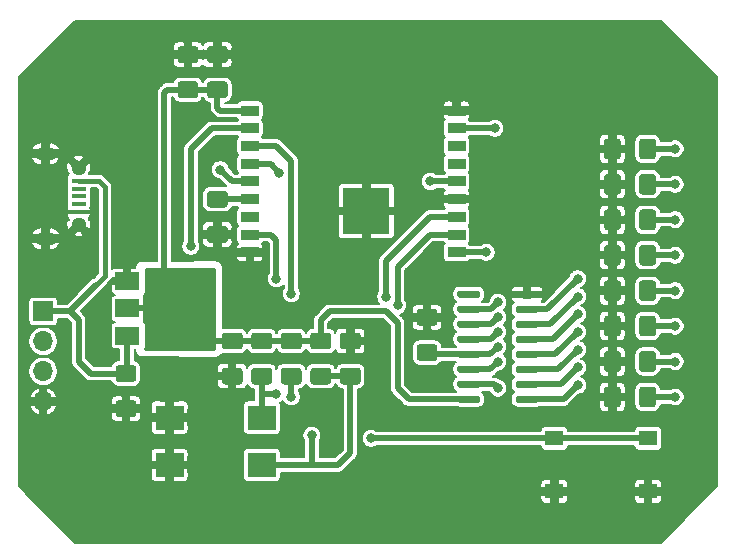
<source format=gbr>
G04 #@! TF.GenerationSoftware,KiCad,Pcbnew,(5.1.6)-1*
G04 #@! TF.CreationDate,2020-10-19T22:19:42+02:00*
G04 #@! TF.ProjectId,8Bit_WiFi_Visualizer,38426974-5f57-4694-9669-5f5669737561,A01*
G04 #@! TF.SameCoordinates,Original*
G04 #@! TF.FileFunction,Copper,L1,Top*
G04 #@! TF.FilePolarity,Positive*
%FSLAX46Y46*%
G04 Gerber Fmt 4.6, Leading zero omitted, Abs format (unit mm)*
G04 Created by KiCad (PCBNEW (5.1.6)-1) date 2020-10-19 22:19:42*
%MOMM*%
%LPD*%
G01*
G04 APERTURE LIST*
G04 #@! TA.AperFunction,ComponentPad*
%ADD10O,1.800000X1.100000*%
G04 #@! TD*
G04 #@! TA.AperFunction,ComponentPad*
%ADD11C,1.290000*%
G04 #@! TD*
G04 #@! TA.AperFunction,SMDPad,CuDef*
%ADD12R,1.250000X0.400000*%
G04 #@! TD*
G04 #@! TA.AperFunction,ComponentPad*
%ADD13C,5.600000*%
G04 #@! TD*
G04 #@! TA.AperFunction,SMDPad,CuDef*
%ADD14R,1.550000X1.300000*%
G04 #@! TD*
G04 #@! TA.AperFunction,SMDPad,CuDef*
%ADD15R,4.000000X4.000000*%
G04 #@! TD*
G04 #@! TA.AperFunction,SMDPad,CuDef*
%ADD16R,1.500000X0.900000*%
G04 #@! TD*
G04 #@! TA.AperFunction,SMDPad,CuDef*
%ADD17R,2.400000X2.100000*%
G04 #@! TD*
G04 #@! TA.AperFunction,ComponentPad*
%ADD18O,1.700000X1.700000*%
G04 #@! TD*
G04 #@! TA.AperFunction,ComponentPad*
%ADD19R,1.700000X1.700000*%
G04 #@! TD*
G04 #@! TA.AperFunction,SMDPad,CuDef*
%ADD20R,2.000000X1.500000*%
G04 #@! TD*
G04 #@! TA.AperFunction,SMDPad,CuDef*
%ADD21R,2.000000X3.800000*%
G04 #@! TD*
G04 #@! TA.AperFunction,ViaPad*
%ADD22C,0.800000*%
G04 #@! TD*
G04 #@! TA.AperFunction,Conductor*
%ADD23C,0.500000*%
G04 #@! TD*
G04 #@! TA.AperFunction,Conductor*
%ADD24C,0.400000*%
G04 #@! TD*
G04 #@! TA.AperFunction,Conductor*
%ADD25C,0.200000*%
G04 #@! TD*
G04 #@! TA.AperFunction,Conductor*
%ADD26C,0.254000*%
G04 #@! TD*
G04 APERTURE END LIST*
D10*
X2700000Y-11650000D03*
X2700000Y-18850000D03*
D11*
X5500000Y-12825000D03*
X5500000Y-17675000D03*
D12*
X5500000Y-13950000D03*
X5500000Y-14600000D03*
X5500000Y-15250000D03*
X5500000Y-15900000D03*
X5500000Y-16600000D03*
D13*
X55000000Y-5000000D03*
X5000000Y-5000000D03*
G04 #@! TA.AperFunction,SMDPad,CuDef*
G36*
G01*
X16625000Y-17775000D02*
X17875000Y-17775000D01*
G75*
G02*
X18125000Y-18025000I0J-250000D01*
G01*
X18125000Y-18950000D01*
G75*
G02*
X17875000Y-19200000I-250000J0D01*
G01*
X16625000Y-19200000D01*
G75*
G02*
X16375000Y-18950000I0J250000D01*
G01*
X16375000Y-18025000D01*
G75*
G02*
X16625000Y-17775000I250000J0D01*
G01*
G37*
G04 #@! TD.AperFunction*
G04 #@! TA.AperFunction,SMDPad,CuDef*
G36*
G01*
X16625000Y-14800000D02*
X17875000Y-14800000D01*
G75*
G02*
X18125000Y-15050000I0J-250000D01*
G01*
X18125000Y-15975000D01*
G75*
G02*
X17875000Y-16225000I-250000J0D01*
G01*
X16625000Y-16225000D01*
G75*
G02*
X16375000Y-15975000I0J250000D01*
G01*
X16375000Y-15050000D01*
G75*
G02*
X16625000Y-14800000I250000J0D01*
G01*
G37*
G04 #@! TD.AperFunction*
G04 #@! TA.AperFunction,SMDPad,CuDef*
G36*
G01*
X20375000Y-26800000D02*
X21625000Y-26800000D01*
G75*
G02*
X21875000Y-27050000I0J-250000D01*
G01*
X21875000Y-27975000D01*
G75*
G02*
X21625000Y-28225000I-250000J0D01*
G01*
X20375000Y-28225000D01*
G75*
G02*
X20125000Y-27975000I0J250000D01*
G01*
X20125000Y-27050000D01*
G75*
G02*
X20375000Y-26800000I250000J0D01*
G01*
G37*
G04 #@! TD.AperFunction*
G04 #@! TA.AperFunction,SMDPad,CuDef*
G36*
G01*
X20375000Y-29775000D02*
X21625000Y-29775000D01*
G75*
G02*
X21875000Y-30025000I0J-250000D01*
G01*
X21875000Y-30950000D01*
G75*
G02*
X21625000Y-31200000I-250000J0D01*
G01*
X20375000Y-31200000D01*
G75*
G02*
X20125000Y-30950000I0J250000D01*
G01*
X20125000Y-30025000D01*
G75*
G02*
X20375000Y-29775000I250000J0D01*
G01*
G37*
G04 #@! TD.AperFunction*
G04 #@! TA.AperFunction,SMDPad,CuDef*
G36*
G01*
X25375000Y-26800000D02*
X26625000Y-26800000D01*
G75*
G02*
X26875000Y-27050000I0J-250000D01*
G01*
X26875000Y-27975000D01*
G75*
G02*
X26625000Y-28225000I-250000J0D01*
G01*
X25375000Y-28225000D01*
G75*
G02*
X25125000Y-27975000I0J250000D01*
G01*
X25125000Y-27050000D01*
G75*
G02*
X25375000Y-26800000I250000J0D01*
G01*
G37*
G04 #@! TD.AperFunction*
G04 #@! TA.AperFunction,SMDPad,CuDef*
G36*
G01*
X25375000Y-29775000D02*
X26625000Y-29775000D01*
G75*
G02*
X26875000Y-30025000I0J-250000D01*
G01*
X26875000Y-30950000D01*
G75*
G02*
X26625000Y-31200000I-250000J0D01*
G01*
X25375000Y-31200000D01*
G75*
G02*
X25125000Y-30950000I0J250000D01*
G01*
X25125000Y-30025000D01*
G75*
G02*
X25375000Y-29775000I250000J0D01*
G01*
G37*
G04 #@! TD.AperFunction*
G04 #@! TA.AperFunction,SMDPad,CuDef*
G36*
G01*
X34375000Y-27775000D02*
X35625000Y-27775000D01*
G75*
G02*
X35875000Y-28025000I0J-250000D01*
G01*
X35875000Y-28950000D01*
G75*
G02*
X35625000Y-29200000I-250000J0D01*
G01*
X34375000Y-29200000D01*
G75*
G02*
X34125000Y-28950000I0J250000D01*
G01*
X34125000Y-28025000D01*
G75*
G02*
X34375000Y-27775000I250000J0D01*
G01*
G37*
G04 #@! TD.AperFunction*
G04 #@! TA.AperFunction,SMDPad,CuDef*
G36*
G01*
X34375000Y-24800000D02*
X35625000Y-24800000D01*
G75*
G02*
X35875000Y-25050000I0J-250000D01*
G01*
X35875000Y-25975000D01*
G75*
G02*
X35625000Y-26225000I-250000J0D01*
G01*
X34375000Y-26225000D01*
G75*
G02*
X34125000Y-25975000I0J250000D01*
G01*
X34125000Y-25050000D01*
G75*
G02*
X34375000Y-24800000I250000J0D01*
G01*
G37*
G04 #@! TD.AperFunction*
G04 #@! TA.AperFunction,SMDPad,CuDef*
G36*
G01*
X22875000Y-26800000D02*
X24125000Y-26800000D01*
G75*
G02*
X24375000Y-27050000I0J-250000D01*
G01*
X24375000Y-27975000D01*
G75*
G02*
X24125000Y-28225000I-250000J0D01*
G01*
X22875000Y-28225000D01*
G75*
G02*
X22625000Y-27975000I0J250000D01*
G01*
X22625000Y-27050000D01*
G75*
G02*
X22875000Y-26800000I250000J0D01*
G01*
G37*
G04 #@! TD.AperFunction*
G04 #@! TA.AperFunction,SMDPad,CuDef*
G36*
G01*
X22875000Y-29775000D02*
X24125000Y-29775000D01*
G75*
G02*
X24375000Y-30025000I0J-250000D01*
G01*
X24375000Y-30950000D01*
G75*
G02*
X24125000Y-31200000I-250000J0D01*
G01*
X22875000Y-31200000D01*
G75*
G02*
X22625000Y-30950000I0J250000D01*
G01*
X22625000Y-30025000D01*
G75*
G02*
X22875000Y-29775000I250000J0D01*
G01*
G37*
G04 #@! TD.AperFunction*
G04 #@! TA.AperFunction,SMDPad,CuDef*
G36*
G01*
X49980000Y-11875000D02*
X49980000Y-10625000D01*
G75*
G02*
X50230000Y-10375000I250000J0D01*
G01*
X51155000Y-10375000D01*
G75*
G02*
X51405000Y-10625000I0J-250000D01*
G01*
X51405000Y-11875000D01*
G75*
G02*
X51155000Y-12125000I-250000J0D01*
G01*
X50230000Y-12125000D01*
G75*
G02*
X49980000Y-11875000I0J250000D01*
G01*
G37*
G04 #@! TD.AperFunction*
G04 #@! TA.AperFunction,SMDPad,CuDef*
G36*
G01*
X52955000Y-11875000D02*
X52955000Y-10625000D01*
G75*
G02*
X53205000Y-10375000I250000J0D01*
G01*
X54130000Y-10375000D01*
G75*
G02*
X54380000Y-10625000I0J-250000D01*
G01*
X54380000Y-11875000D01*
G75*
G02*
X54130000Y-12125000I-250000J0D01*
G01*
X53205000Y-12125000D01*
G75*
G02*
X52955000Y-11875000I0J250000D01*
G01*
G37*
G04 #@! TD.AperFunction*
G04 #@! TA.AperFunction,SMDPad,CuDef*
G36*
G01*
X49980000Y-14875000D02*
X49980000Y-13625000D01*
G75*
G02*
X50230000Y-13375000I250000J0D01*
G01*
X51155000Y-13375000D01*
G75*
G02*
X51405000Y-13625000I0J-250000D01*
G01*
X51405000Y-14875000D01*
G75*
G02*
X51155000Y-15125000I-250000J0D01*
G01*
X50230000Y-15125000D01*
G75*
G02*
X49980000Y-14875000I0J250000D01*
G01*
G37*
G04 #@! TD.AperFunction*
G04 #@! TA.AperFunction,SMDPad,CuDef*
G36*
G01*
X52955000Y-14875000D02*
X52955000Y-13625000D01*
G75*
G02*
X53205000Y-13375000I250000J0D01*
G01*
X54130000Y-13375000D01*
G75*
G02*
X54380000Y-13625000I0J-250000D01*
G01*
X54380000Y-14875000D01*
G75*
G02*
X54130000Y-15125000I-250000J0D01*
G01*
X53205000Y-15125000D01*
G75*
G02*
X52955000Y-14875000I0J250000D01*
G01*
G37*
G04 #@! TD.AperFunction*
G04 #@! TA.AperFunction,SMDPad,CuDef*
G36*
G01*
X49980000Y-17875000D02*
X49980000Y-16625000D01*
G75*
G02*
X50230000Y-16375000I250000J0D01*
G01*
X51155000Y-16375000D01*
G75*
G02*
X51405000Y-16625000I0J-250000D01*
G01*
X51405000Y-17875000D01*
G75*
G02*
X51155000Y-18125000I-250000J0D01*
G01*
X50230000Y-18125000D01*
G75*
G02*
X49980000Y-17875000I0J250000D01*
G01*
G37*
G04 #@! TD.AperFunction*
G04 #@! TA.AperFunction,SMDPad,CuDef*
G36*
G01*
X52955000Y-17875000D02*
X52955000Y-16625000D01*
G75*
G02*
X53205000Y-16375000I250000J0D01*
G01*
X54130000Y-16375000D01*
G75*
G02*
X54380000Y-16625000I0J-250000D01*
G01*
X54380000Y-17875000D01*
G75*
G02*
X54130000Y-18125000I-250000J0D01*
G01*
X53205000Y-18125000D01*
G75*
G02*
X52955000Y-17875000I0J250000D01*
G01*
G37*
G04 #@! TD.AperFunction*
G04 #@! TA.AperFunction,SMDPad,CuDef*
G36*
G01*
X49980000Y-20875000D02*
X49980000Y-19625000D01*
G75*
G02*
X50230000Y-19375000I250000J0D01*
G01*
X51155000Y-19375000D01*
G75*
G02*
X51405000Y-19625000I0J-250000D01*
G01*
X51405000Y-20875000D01*
G75*
G02*
X51155000Y-21125000I-250000J0D01*
G01*
X50230000Y-21125000D01*
G75*
G02*
X49980000Y-20875000I0J250000D01*
G01*
G37*
G04 #@! TD.AperFunction*
G04 #@! TA.AperFunction,SMDPad,CuDef*
G36*
G01*
X52955000Y-20875000D02*
X52955000Y-19625000D01*
G75*
G02*
X53205000Y-19375000I250000J0D01*
G01*
X54130000Y-19375000D01*
G75*
G02*
X54380000Y-19625000I0J-250000D01*
G01*
X54380000Y-20875000D01*
G75*
G02*
X54130000Y-21125000I-250000J0D01*
G01*
X53205000Y-21125000D01*
G75*
G02*
X52955000Y-20875000I0J250000D01*
G01*
G37*
G04 #@! TD.AperFunction*
G04 #@! TA.AperFunction,SMDPad,CuDef*
G36*
G01*
X49980000Y-23875000D02*
X49980000Y-22625000D01*
G75*
G02*
X50230000Y-22375000I250000J0D01*
G01*
X51155000Y-22375000D01*
G75*
G02*
X51405000Y-22625000I0J-250000D01*
G01*
X51405000Y-23875000D01*
G75*
G02*
X51155000Y-24125000I-250000J0D01*
G01*
X50230000Y-24125000D01*
G75*
G02*
X49980000Y-23875000I0J250000D01*
G01*
G37*
G04 #@! TD.AperFunction*
G04 #@! TA.AperFunction,SMDPad,CuDef*
G36*
G01*
X52955000Y-23875000D02*
X52955000Y-22625000D01*
G75*
G02*
X53205000Y-22375000I250000J0D01*
G01*
X54130000Y-22375000D01*
G75*
G02*
X54380000Y-22625000I0J-250000D01*
G01*
X54380000Y-23875000D01*
G75*
G02*
X54130000Y-24125000I-250000J0D01*
G01*
X53205000Y-24125000D01*
G75*
G02*
X52955000Y-23875000I0J250000D01*
G01*
G37*
G04 #@! TD.AperFunction*
G04 #@! TA.AperFunction,SMDPad,CuDef*
G36*
G01*
X49980000Y-26875000D02*
X49980000Y-25625000D01*
G75*
G02*
X50230000Y-25375000I250000J0D01*
G01*
X51155000Y-25375000D01*
G75*
G02*
X51405000Y-25625000I0J-250000D01*
G01*
X51405000Y-26875000D01*
G75*
G02*
X51155000Y-27125000I-250000J0D01*
G01*
X50230000Y-27125000D01*
G75*
G02*
X49980000Y-26875000I0J250000D01*
G01*
G37*
G04 #@! TD.AperFunction*
G04 #@! TA.AperFunction,SMDPad,CuDef*
G36*
G01*
X52955000Y-26875000D02*
X52955000Y-25625000D01*
G75*
G02*
X53205000Y-25375000I250000J0D01*
G01*
X54130000Y-25375000D01*
G75*
G02*
X54380000Y-25625000I0J-250000D01*
G01*
X54380000Y-26875000D01*
G75*
G02*
X54130000Y-27125000I-250000J0D01*
G01*
X53205000Y-27125000D01*
G75*
G02*
X52955000Y-26875000I0J250000D01*
G01*
G37*
G04 #@! TD.AperFunction*
G04 #@! TA.AperFunction,SMDPad,CuDef*
G36*
G01*
X49980000Y-29875000D02*
X49980000Y-28625000D01*
G75*
G02*
X50230000Y-28375000I250000J0D01*
G01*
X51155000Y-28375000D01*
G75*
G02*
X51405000Y-28625000I0J-250000D01*
G01*
X51405000Y-29875000D01*
G75*
G02*
X51155000Y-30125000I-250000J0D01*
G01*
X50230000Y-30125000D01*
G75*
G02*
X49980000Y-29875000I0J250000D01*
G01*
G37*
G04 #@! TD.AperFunction*
G04 #@! TA.AperFunction,SMDPad,CuDef*
G36*
G01*
X52955000Y-29875000D02*
X52955000Y-28625000D01*
G75*
G02*
X53205000Y-28375000I250000J0D01*
G01*
X54130000Y-28375000D01*
G75*
G02*
X54380000Y-28625000I0J-250000D01*
G01*
X54380000Y-29875000D01*
G75*
G02*
X54130000Y-30125000I-250000J0D01*
G01*
X53205000Y-30125000D01*
G75*
G02*
X52955000Y-29875000I0J250000D01*
G01*
G37*
G04 #@! TD.AperFunction*
G04 #@! TA.AperFunction,SMDPad,CuDef*
G36*
G01*
X49980000Y-32875000D02*
X49980000Y-31625000D01*
G75*
G02*
X50230000Y-31375000I250000J0D01*
G01*
X51155000Y-31375000D01*
G75*
G02*
X51405000Y-31625000I0J-250000D01*
G01*
X51405000Y-32875000D01*
G75*
G02*
X51155000Y-33125000I-250000J0D01*
G01*
X50230000Y-33125000D01*
G75*
G02*
X49980000Y-32875000I0J250000D01*
G01*
G37*
G04 #@! TD.AperFunction*
G04 #@! TA.AperFunction,SMDPad,CuDef*
G36*
G01*
X52955000Y-32875000D02*
X52955000Y-31625000D01*
G75*
G02*
X53205000Y-31375000I250000J0D01*
G01*
X54130000Y-31375000D01*
G75*
G02*
X54380000Y-31625000I0J-250000D01*
G01*
X54380000Y-32875000D01*
G75*
G02*
X54130000Y-33125000I-250000J0D01*
G01*
X53205000Y-33125000D01*
G75*
G02*
X52955000Y-32875000I0J250000D01*
G01*
G37*
G04 #@! TD.AperFunction*
G04 #@! TA.AperFunction,SMDPad,CuDef*
G36*
G01*
X29125000Y-31200000D02*
X27875000Y-31200000D01*
G75*
G02*
X27625000Y-30950000I0J250000D01*
G01*
X27625000Y-30025000D01*
G75*
G02*
X27875000Y-29775000I250000J0D01*
G01*
X29125000Y-29775000D01*
G75*
G02*
X29375000Y-30025000I0J-250000D01*
G01*
X29375000Y-30950000D01*
G75*
G02*
X29125000Y-31200000I-250000J0D01*
G01*
G37*
G04 #@! TD.AperFunction*
G04 #@! TA.AperFunction,SMDPad,CuDef*
G36*
G01*
X29125000Y-28225000D02*
X27875000Y-28225000D01*
G75*
G02*
X27625000Y-27975000I0J250000D01*
G01*
X27625000Y-27050000D01*
G75*
G02*
X27875000Y-26800000I250000J0D01*
G01*
X29125000Y-26800000D01*
G75*
G02*
X29375000Y-27050000I0J-250000D01*
G01*
X29375000Y-27975000D01*
G75*
G02*
X29125000Y-28225000I-250000J0D01*
G01*
G37*
G04 #@! TD.AperFunction*
G04 #@! TA.AperFunction,SMDPad,CuDef*
G36*
G01*
X17875000Y-6950000D02*
X16625000Y-6950000D01*
G75*
G02*
X16375000Y-6700000I0J250000D01*
G01*
X16375000Y-5775000D01*
G75*
G02*
X16625000Y-5525000I250000J0D01*
G01*
X17875000Y-5525000D01*
G75*
G02*
X18125000Y-5775000I0J-250000D01*
G01*
X18125000Y-6700000D01*
G75*
G02*
X17875000Y-6950000I-250000J0D01*
G01*
G37*
G04 #@! TD.AperFunction*
G04 #@! TA.AperFunction,SMDPad,CuDef*
G36*
G01*
X17875000Y-3975000D02*
X16625000Y-3975000D01*
G75*
G02*
X16375000Y-3725000I0J250000D01*
G01*
X16375000Y-2800000D01*
G75*
G02*
X16625000Y-2550000I250000J0D01*
G01*
X17875000Y-2550000D01*
G75*
G02*
X18125000Y-2800000I0J-250000D01*
G01*
X18125000Y-3725000D01*
G75*
G02*
X17875000Y-3975000I-250000J0D01*
G01*
G37*
G04 #@! TD.AperFunction*
G04 #@! TA.AperFunction,SMDPad,CuDef*
G36*
G01*
X15375000Y-6950000D02*
X14125000Y-6950000D01*
G75*
G02*
X13875000Y-6700000I0J250000D01*
G01*
X13875000Y-5775000D01*
G75*
G02*
X14125000Y-5525000I250000J0D01*
G01*
X15375000Y-5525000D01*
G75*
G02*
X15625000Y-5775000I0J-250000D01*
G01*
X15625000Y-6700000D01*
G75*
G02*
X15375000Y-6950000I-250000J0D01*
G01*
G37*
G04 #@! TD.AperFunction*
G04 #@! TA.AperFunction,SMDPad,CuDef*
G36*
G01*
X15375000Y-3975000D02*
X14125000Y-3975000D01*
G75*
G02*
X13875000Y-3725000I0J250000D01*
G01*
X13875000Y-2800000D01*
G75*
G02*
X14125000Y-2550000I250000J0D01*
G01*
X15375000Y-2550000D01*
G75*
G02*
X15625000Y-2800000I0J-250000D01*
G01*
X15625000Y-3725000D01*
G75*
G02*
X15375000Y-3975000I-250000J0D01*
G01*
G37*
G04 #@! TD.AperFunction*
G04 #@! TA.AperFunction,SMDPad,CuDef*
G36*
G01*
X8875000Y-29550000D02*
X10125000Y-29550000D01*
G75*
G02*
X10375000Y-29800000I0J-250000D01*
G01*
X10375000Y-30725000D01*
G75*
G02*
X10125000Y-30975000I-250000J0D01*
G01*
X8875000Y-30975000D01*
G75*
G02*
X8625000Y-30725000I0J250000D01*
G01*
X8625000Y-29800000D01*
G75*
G02*
X8875000Y-29550000I250000J0D01*
G01*
G37*
G04 #@! TD.AperFunction*
G04 #@! TA.AperFunction,SMDPad,CuDef*
G36*
G01*
X8875000Y-32525000D02*
X10125000Y-32525000D01*
G75*
G02*
X10375000Y-32775000I0J-250000D01*
G01*
X10375000Y-33700000D01*
G75*
G02*
X10125000Y-33950000I-250000J0D01*
G01*
X8875000Y-33950000D01*
G75*
G02*
X8625000Y-33700000I0J250000D01*
G01*
X8625000Y-32775000D01*
G75*
G02*
X8875000Y-32525000I250000J0D01*
G01*
G37*
G04 #@! TD.AperFunction*
G04 #@! TA.AperFunction,SMDPad,CuDef*
G36*
G01*
X17875000Y-26800000D02*
X19125000Y-26800000D01*
G75*
G02*
X19375000Y-27050000I0J-250000D01*
G01*
X19375000Y-27975000D01*
G75*
G02*
X19125000Y-28225000I-250000J0D01*
G01*
X17875000Y-28225000D01*
G75*
G02*
X17625000Y-27975000I0J250000D01*
G01*
X17625000Y-27050000D01*
G75*
G02*
X17875000Y-26800000I250000J0D01*
G01*
G37*
G04 #@! TD.AperFunction*
G04 #@! TA.AperFunction,SMDPad,CuDef*
G36*
G01*
X17875000Y-29775000D02*
X19125000Y-29775000D01*
G75*
G02*
X19375000Y-30025000I0J-250000D01*
G01*
X19375000Y-30950000D01*
G75*
G02*
X19125000Y-31200000I-250000J0D01*
G01*
X17875000Y-31200000D01*
G75*
G02*
X17625000Y-30950000I0J250000D01*
G01*
X17625000Y-30025000D01*
G75*
G02*
X17875000Y-29775000I250000J0D01*
G01*
G37*
G04 #@! TD.AperFunction*
D14*
X45775000Y-35750000D03*
X45775000Y-40250000D03*
X53725000Y-40250000D03*
X53725000Y-35750000D03*
D15*
X29850000Y-16510000D03*
D16*
X37500000Y-8000000D03*
X37500000Y-9500000D03*
X37500000Y-11000000D03*
X37500000Y-12500000D03*
X37500000Y-14000000D03*
X37500000Y-15500000D03*
X37500000Y-17000000D03*
X37500000Y-18500000D03*
X37500000Y-20000000D03*
X20000000Y-20000000D03*
X20000000Y-18500000D03*
X20000000Y-17000000D03*
X20000000Y-15500000D03*
X20000000Y-14000000D03*
X20000000Y-12500000D03*
X20000000Y-11000000D03*
X20000000Y-9500000D03*
X20000000Y-8000000D03*
D17*
X13200000Y-34000000D03*
X21000000Y-34000000D03*
X13200000Y-38000000D03*
X21000000Y-38000000D03*
G04 #@! TA.AperFunction,SMDPad,CuDef*
G36*
G01*
X44450000Y-32295000D02*
X44450000Y-32595000D01*
G75*
G02*
X44300000Y-32745000I-150000J0D01*
G01*
X42650000Y-32745000D01*
G75*
G02*
X42500000Y-32595000I0J150000D01*
G01*
X42500000Y-32295000D01*
G75*
G02*
X42650000Y-32145000I150000J0D01*
G01*
X44300000Y-32145000D01*
G75*
G02*
X44450000Y-32295000I0J-150000D01*
G01*
G37*
G04 #@! TD.AperFunction*
G04 #@! TA.AperFunction,SMDPad,CuDef*
G36*
G01*
X44450000Y-31025000D02*
X44450000Y-31325000D01*
G75*
G02*
X44300000Y-31475000I-150000J0D01*
G01*
X42650000Y-31475000D01*
G75*
G02*
X42500000Y-31325000I0J150000D01*
G01*
X42500000Y-31025000D01*
G75*
G02*
X42650000Y-30875000I150000J0D01*
G01*
X44300000Y-30875000D01*
G75*
G02*
X44450000Y-31025000I0J-150000D01*
G01*
G37*
G04 #@! TD.AperFunction*
G04 #@! TA.AperFunction,SMDPad,CuDef*
G36*
G01*
X44450000Y-29755000D02*
X44450000Y-30055000D01*
G75*
G02*
X44300000Y-30205000I-150000J0D01*
G01*
X42650000Y-30205000D01*
G75*
G02*
X42500000Y-30055000I0J150000D01*
G01*
X42500000Y-29755000D01*
G75*
G02*
X42650000Y-29605000I150000J0D01*
G01*
X44300000Y-29605000D01*
G75*
G02*
X44450000Y-29755000I0J-150000D01*
G01*
G37*
G04 #@! TD.AperFunction*
G04 #@! TA.AperFunction,SMDPad,CuDef*
G36*
G01*
X44450000Y-28485000D02*
X44450000Y-28785000D01*
G75*
G02*
X44300000Y-28935000I-150000J0D01*
G01*
X42650000Y-28935000D01*
G75*
G02*
X42500000Y-28785000I0J150000D01*
G01*
X42500000Y-28485000D01*
G75*
G02*
X42650000Y-28335000I150000J0D01*
G01*
X44300000Y-28335000D01*
G75*
G02*
X44450000Y-28485000I0J-150000D01*
G01*
G37*
G04 #@! TD.AperFunction*
G04 #@! TA.AperFunction,SMDPad,CuDef*
G36*
G01*
X44450000Y-27215000D02*
X44450000Y-27515000D01*
G75*
G02*
X44300000Y-27665000I-150000J0D01*
G01*
X42650000Y-27665000D01*
G75*
G02*
X42500000Y-27515000I0J150000D01*
G01*
X42500000Y-27215000D01*
G75*
G02*
X42650000Y-27065000I150000J0D01*
G01*
X44300000Y-27065000D01*
G75*
G02*
X44450000Y-27215000I0J-150000D01*
G01*
G37*
G04 #@! TD.AperFunction*
G04 #@! TA.AperFunction,SMDPad,CuDef*
G36*
G01*
X44450000Y-25945000D02*
X44450000Y-26245000D01*
G75*
G02*
X44300000Y-26395000I-150000J0D01*
G01*
X42650000Y-26395000D01*
G75*
G02*
X42500000Y-26245000I0J150000D01*
G01*
X42500000Y-25945000D01*
G75*
G02*
X42650000Y-25795000I150000J0D01*
G01*
X44300000Y-25795000D01*
G75*
G02*
X44450000Y-25945000I0J-150000D01*
G01*
G37*
G04 #@! TD.AperFunction*
G04 #@! TA.AperFunction,SMDPad,CuDef*
G36*
G01*
X44450000Y-24675000D02*
X44450000Y-24975000D01*
G75*
G02*
X44300000Y-25125000I-150000J0D01*
G01*
X42650000Y-25125000D01*
G75*
G02*
X42500000Y-24975000I0J150000D01*
G01*
X42500000Y-24675000D01*
G75*
G02*
X42650000Y-24525000I150000J0D01*
G01*
X44300000Y-24525000D01*
G75*
G02*
X44450000Y-24675000I0J-150000D01*
G01*
G37*
G04 #@! TD.AperFunction*
G04 #@! TA.AperFunction,SMDPad,CuDef*
G36*
G01*
X44450000Y-23405000D02*
X44450000Y-23705000D01*
G75*
G02*
X44300000Y-23855000I-150000J0D01*
G01*
X42650000Y-23855000D01*
G75*
G02*
X42500000Y-23705000I0J150000D01*
G01*
X42500000Y-23405000D01*
G75*
G02*
X42650000Y-23255000I150000J0D01*
G01*
X44300000Y-23255000D01*
G75*
G02*
X44450000Y-23405000I0J-150000D01*
G01*
G37*
G04 #@! TD.AperFunction*
G04 #@! TA.AperFunction,SMDPad,CuDef*
G36*
G01*
X39500000Y-23405000D02*
X39500000Y-23705000D01*
G75*
G02*
X39350000Y-23855000I-150000J0D01*
G01*
X37700000Y-23855000D01*
G75*
G02*
X37550000Y-23705000I0J150000D01*
G01*
X37550000Y-23405000D01*
G75*
G02*
X37700000Y-23255000I150000J0D01*
G01*
X39350000Y-23255000D01*
G75*
G02*
X39500000Y-23405000I0J-150000D01*
G01*
G37*
G04 #@! TD.AperFunction*
G04 #@! TA.AperFunction,SMDPad,CuDef*
G36*
G01*
X39500000Y-24675000D02*
X39500000Y-24975000D01*
G75*
G02*
X39350000Y-25125000I-150000J0D01*
G01*
X37700000Y-25125000D01*
G75*
G02*
X37550000Y-24975000I0J150000D01*
G01*
X37550000Y-24675000D01*
G75*
G02*
X37700000Y-24525000I150000J0D01*
G01*
X39350000Y-24525000D01*
G75*
G02*
X39500000Y-24675000I0J-150000D01*
G01*
G37*
G04 #@! TD.AperFunction*
G04 #@! TA.AperFunction,SMDPad,CuDef*
G36*
G01*
X39500000Y-25945000D02*
X39500000Y-26245000D01*
G75*
G02*
X39350000Y-26395000I-150000J0D01*
G01*
X37700000Y-26395000D01*
G75*
G02*
X37550000Y-26245000I0J150000D01*
G01*
X37550000Y-25945000D01*
G75*
G02*
X37700000Y-25795000I150000J0D01*
G01*
X39350000Y-25795000D01*
G75*
G02*
X39500000Y-25945000I0J-150000D01*
G01*
G37*
G04 #@! TD.AperFunction*
G04 #@! TA.AperFunction,SMDPad,CuDef*
G36*
G01*
X39500000Y-27215000D02*
X39500000Y-27515000D01*
G75*
G02*
X39350000Y-27665000I-150000J0D01*
G01*
X37700000Y-27665000D01*
G75*
G02*
X37550000Y-27515000I0J150000D01*
G01*
X37550000Y-27215000D01*
G75*
G02*
X37700000Y-27065000I150000J0D01*
G01*
X39350000Y-27065000D01*
G75*
G02*
X39500000Y-27215000I0J-150000D01*
G01*
G37*
G04 #@! TD.AperFunction*
G04 #@! TA.AperFunction,SMDPad,CuDef*
G36*
G01*
X39500000Y-28485000D02*
X39500000Y-28785000D01*
G75*
G02*
X39350000Y-28935000I-150000J0D01*
G01*
X37700000Y-28935000D01*
G75*
G02*
X37550000Y-28785000I0J150000D01*
G01*
X37550000Y-28485000D01*
G75*
G02*
X37700000Y-28335000I150000J0D01*
G01*
X39350000Y-28335000D01*
G75*
G02*
X39500000Y-28485000I0J-150000D01*
G01*
G37*
G04 #@! TD.AperFunction*
G04 #@! TA.AperFunction,SMDPad,CuDef*
G36*
G01*
X39500000Y-29755000D02*
X39500000Y-30055000D01*
G75*
G02*
X39350000Y-30205000I-150000J0D01*
G01*
X37700000Y-30205000D01*
G75*
G02*
X37550000Y-30055000I0J150000D01*
G01*
X37550000Y-29755000D01*
G75*
G02*
X37700000Y-29605000I150000J0D01*
G01*
X39350000Y-29605000D01*
G75*
G02*
X39500000Y-29755000I0J-150000D01*
G01*
G37*
G04 #@! TD.AperFunction*
G04 #@! TA.AperFunction,SMDPad,CuDef*
G36*
G01*
X39500000Y-31025000D02*
X39500000Y-31325000D01*
G75*
G02*
X39350000Y-31475000I-150000J0D01*
G01*
X37700000Y-31475000D01*
G75*
G02*
X37550000Y-31325000I0J150000D01*
G01*
X37550000Y-31025000D01*
G75*
G02*
X37700000Y-30875000I150000J0D01*
G01*
X39350000Y-30875000D01*
G75*
G02*
X39500000Y-31025000I0J-150000D01*
G01*
G37*
G04 #@! TD.AperFunction*
G04 #@! TA.AperFunction,SMDPad,CuDef*
G36*
G01*
X39500000Y-32295000D02*
X39500000Y-32595000D01*
G75*
G02*
X39350000Y-32745000I-150000J0D01*
G01*
X37700000Y-32745000D01*
G75*
G02*
X37550000Y-32595000I0J150000D01*
G01*
X37550000Y-32295000D01*
G75*
G02*
X37700000Y-32145000I150000J0D01*
G01*
X39350000Y-32145000D01*
G75*
G02*
X39500000Y-32295000I0J-150000D01*
G01*
G37*
G04 #@! TD.AperFunction*
D18*
X2500000Y-32620000D03*
X2500000Y-30080000D03*
X2500000Y-27540000D03*
D19*
X2500000Y-25000000D03*
D20*
X9600000Y-22450000D03*
X9600000Y-27050000D03*
X9600000Y-24750000D03*
D21*
X15900000Y-24750000D03*
D22*
X30500000Y-27500000D03*
X16500000Y-30500000D03*
X11500000Y-32000000D03*
X17750000Y-20500000D03*
X14750000Y-1500000D03*
X17250000Y-1500000D03*
X39250000Y-8000000D03*
X9500000Y-19250000D03*
X7250000Y-26000000D03*
X15000000Y-19500000D03*
X25250000Y-35500000D03*
X12750000Y-21750000D03*
X13750000Y-21750000D03*
X11750000Y-21750000D03*
X11750000Y-22750000D03*
X12750000Y-22750000D03*
X13750000Y-22750000D03*
X13750000Y-23750000D03*
X12750000Y-23750000D03*
X11750000Y-23750000D03*
X11750000Y-24750000D03*
X12750000Y-24750000D03*
X13750000Y-24750000D03*
X11750000Y-25750000D03*
X12750000Y-25750000D03*
X13750000Y-25750000D03*
X11750000Y-26750000D03*
X12750000Y-26750000D03*
X13750000Y-26750000D03*
X13750000Y-27750000D03*
X12750000Y-27750000D03*
X11750000Y-27750000D03*
X23500000Y-32250000D03*
X23500000Y-23500000D03*
X30250000Y-35750000D03*
X41000000Y-28000000D03*
X17500000Y-13000000D03*
X41000000Y-26750000D03*
X35250000Y-14000000D03*
X31500000Y-23750000D03*
X32500000Y-24500000D03*
X41000000Y-29250000D03*
X40750000Y-9500000D03*
X22250000Y-22250000D03*
X22250000Y-32000000D03*
X41000000Y-25500000D03*
X40000000Y-20000000D03*
X41000000Y-24250000D03*
X22500000Y-13250000D03*
X56000000Y-32250000D03*
X41000000Y-31500000D03*
X56000000Y-29250000D03*
X47750000Y-31250000D03*
X56000000Y-26250000D03*
X47750000Y-29750000D03*
X56000000Y-23250000D03*
X47750000Y-28250000D03*
X56000000Y-20250000D03*
X47750000Y-26750000D03*
X56000000Y-17250000D03*
X47750000Y-25250000D03*
X56000000Y-14250000D03*
X47750000Y-23750000D03*
X56000000Y-11250000D03*
X47750000Y-22250000D03*
D23*
X26000000Y-30487500D02*
X28500000Y-30487500D01*
X28500000Y-37000000D02*
X28500000Y-30487500D01*
X27500000Y-38000000D02*
X28500000Y-37000000D01*
X20000000Y-9500000D02*
X16750000Y-9500000D01*
X16750000Y-9500000D02*
X15000000Y-11250000D01*
X15000000Y-11250000D02*
X15000000Y-19500000D01*
X25250000Y-35500000D02*
X25250000Y-38000000D01*
X21000000Y-38000000D02*
X25250000Y-38000000D01*
X25250000Y-38000000D02*
X27500000Y-38000000D01*
X18500000Y-27512500D02*
X16512500Y-27512500D01*
X21000000Y-27512500D02*
X18500000Y-27512500D01*
X21000000Y-27512500D02*
X23500000Y-27512500D01*
X23500000Y-27512500D02*
X26000000Y-27512500D01*
X12750000Y-21750000D02*
X12750000Y-6500000D01*
X13012500Y-6237500D02*
X14750000Y-6237500D01*
X12750000Y-6500000D02*
X13012500Y-6237500D01*
X14750000Y-6237500D02*
X17250000Y-6237500D01*
X17250000Y-6237500D02*
X17250000Y-7750000D01*
X17500000Y-8000000D02*
X20000000Y-8000000D01*
X17250000Y-7750000D02*
X17500000Y-8000000D01*
X26000000Y-27512500D02*
X26000000Y-25750000D01*
X26000000Y-25750000D02*
X26750000Y-25000000D01*
X26750000Y-25000000D02*
X31500000Y-25000000D01*
X31500000Y-25000000D02*
X32500000Y-26000000D01*
X32500000Y-26000000D02*
X32500000Y-31500000D01*
X33445000Y-32445000D02*
X38525000Y-32445000D01*
X32500000Y-31500000D02*
X33445000Y-32445000D01*
X9600000Y-24750000D02*
X11750000Y-24750000D01*
X23500000Y-30487500D02*
X23500000Y-32250000D01*
X22250000Y-11000000D02*
X23500000Y-12250000D01*
X20000000Y-11000000D02*
X22250000Y-11000000D01*
X23500000Y-23500000D02*
X23500000Y-12250000D01*
X30250000Y-35750000D02*
X45775000Y-35750000D01*
X45775000Y-35750000D02*
X53725000Y-35750000D01*
X35147500Y-28635000D02*
X35000000Y-28487500D01*
X38525000Y-28635000D02*
X35147500Y-28635000D01*
X38525000Y-28635000D02*
X40365000Y-28635000D01*
X40365000Y-28635000D02*
X41000000Y-28000000D01*
X20000000Y-14000000D02*
X18500000Y-14000000D01*
X18500000Y-14000000D02*
X17500000Y-13000000D01*
X38525000Y-27365000D02*
X40385000Y-27365000D01*
X40385000Y-27365000D02*
X41000000Y-26750000D01*
X35250000Y-14000000D02*
X37500000Y-14000000D01*
X35250000Y-17000000D02*
X37500000Y-17000000D01*
X31500000Y-23750000D02*
X31500000Y-20750000D01*
X31500000Y-20750000D02*
X35250000Y-17000000D01*
X35250000Y-18500000D02*
X32500000Y-21250000D01*
X37500000Y-18500000D02*
X35250000Y-18500000D01*
X32500000Y-21250000D02*
X32500000Y-24500000D01*
X38525000Y-29905000D02*
X40345000Y-29905000D01*
X40345000Y-29905000D02*
X41000000Y-29250000D01*
X40750000Y-9500000D02*
X37500000Y-9500000D01*
X20000000Y-18500000D02*
X21750000Y-18500000D01*
X21750000Y-18500000D02*
X22250000Y-19000000D01*
X22250000Y-19000000D02*
X22250000Y-22250000D01*
X22250000Y-32000000D02*
X21000000Y-32000000D01*
X21000000Y-30487500D02*
X21000000Y-32000000D01*
X21000000Y-32000000D02*
X21000000Y-34000000D01*
X38525000Y-26095000D02*
X40405000Y-26095000D01*
X40405000Y-26095000D02*
X41000000Y-25500000D01*
X40000000Y-20000000D02*
X37500000Y-20000000D01*
X38525000Y-24825000D02*
X40425000Y-24825000D01*
X40425000Y-24825000D02*
X41000000Y-24250000D01*
X21750000Y-12500000D02*
X20000000Y-12500000D01*
X22500000Y-13250000D02*
X21750000Y-12500000D01*
X9600000Y-30162500D02*
X9500000Y-30262500D01*
X9600000Y-27120000D02*
X9600000Y-30162500D01*
X9500000Y-30262500D02*
X6512500Y-30262500D01*
X6512500Y-30262500D02*
X5500000Y-29250000D01*
X5500000Y-29250000D02*
X5500000Y-25750000D01*
X4750000Y-25000000D02*
X2500000Y-25000000D01*
X5500000Y-25750000D02*
X4750000Y-25000000D01*
X7000000Y-22750000D02*
X4750000Y-25000000D01*
D24*
X5500000Y-13950000D02*
X7200000Y-13950000D01*
X7200000Y-13950000D02*
X7750000Y-14500000D01*
X7750000Y-22000000D02*
X7000000Y-22750000D01*
X7750000Y-14500000D02*
X7750000Y-22000000D01*
D23*
X53667500Y-32250000D02*
X56000000Y-32250000D01*
X38525000Y-31175000D02*
X40675000Y-31175000D01*
X40675000Y-31175000D02*
X41000000Y-31500000D01*
X53667500Y-29250000D02*
X56000000Y-29250000D01*
X43475000Y-32445000D02*
X46555000Y-32445000D01*
X46555000Y-32445000D02*
X47750000Y-31250000D01*
X53667500Y-26250000D02*
X56000000Y-26250000D01*
X43475000Y-31175000D02*
X46325000Y-31175000D01*
X46325000Y-31175000D02*
X47750000Y-29750000D01*
X53667500Y-23250000D02*
X56000000Y-23250000D01*
X43475000Y-29905000D02*
X46095000Y-29905000D01*
X46095000Y-29905000D02*
X47750000Y-28250000D01*
X53667500Y-20250000D02*
X56000000Y-20250000D01*
X43475000Y-28635000D02*
X45865000Y-28635000D01*
X45865000Y-28635000D02*
X47750000Y-26750000D01*
X53667500Y-17250000D02*
X56000000Y-17250000D01*
X43475000Y-27365000D02*
X45635000Y-27365000D01*
X45635000Y-27365000D02*
X47750000Y-25250000D01*
X53667500Y-14250000D02*
X56000000Y-14250000D01*
X43475000Y-26095000D02*
X45405000Y-26095000D01*
X45405000Y-26095000D02*
X47750000Y-23750000D01*
X53667500Y-11250000D02*
X56000000Y-11250000D01*
X43475000Y-24825000D02*
X45175000Y-24825000D01*
X45175000Y-24825000D02*
X47750000Y-22250000D01*
X19987500Y-15512500D02*
X20000000Y-15500000D01*
X17250000Y-15512500D02*
X19987500Y-15512500D01*
D25*
G36*
X59575000Y-5176041D02*
G01*
X59575001Y-39823958D01*
X54823960Y-44575000D01*
X5176041Y-44575000D01*
X1501041Y-40900000D01*
X44598065Y-40900000D01*
X44605788Y-40978414D01*
X44628660Y-41053814D01*
X44665803Y-41123303D01*
X44715789Y-41184211D01*
X44776697Y-41234197D01*
X44846186Y-41271340D01*
X44921586Y-41294212D01*
X45000000Y-41301935D01*
X45400000Y-41300000D01*
X45500000Y-41200000D01*
X45500000Y-40525000D01*
X46050000Y-40525000D01*
X46050000Y-41200000D01*
X46150000Y-41300000D01*
X46550000Y-41301935D01*
X46628414Y-41294212D01*
X46703814Y-41271340D01*
X46773303Y-41234197D01*
X46834211Y-41184211D01*
X46884197Y-41123303D01*
X46921340Y-41053814D01*
X46944212Y-40978414D01*
X46951935Y-40900000D01*
X52548065Y-40900000D01*
X52555788Y-40978414D01*
X52578660Y-41053814D01*
X52615803Y-41123303D01*
X52665789Y-41184211D01*
X52726697Y-41234197D01*
X52796186Y-41271340D01*
X52871586Y-41294212D01*
X52950000Y-41301935D01*
X53350000Y-41300000D01*
X53450000Y-41200000D01*
X53450000Y-40525000D01*
X54000000Y-40525000D01*
X54000000Y-41200000D01*
X54100000Y-41300000D01*
X54500000Y-41301935D01*
X54578414Y-41294212D01*
X54653814Y-41271340D01*
X54723303Y-41234197D01*
X54784211Y-41184211D01*
X54834197Y-41123303D01*
X54871340Y-41053814D01*
X54894212Y-40978414D01*
X54901935Y-40900000D01*
X54900000Y-40625000D01*
X54800000Y-40525000D01*
X54000000Y-40525000D01*
X53450000Y-40525000D01*
X52650000Y-40525000D01*
X52550000Y-40625000D01*
X52548065Y-40900000D01*
X46951935Y-40900000D01*
X46950000Y-40625000D01*
X46850000Y-40525000D01*
X46050000Y-40525000D01*
X45500000Y-40525000D01*
X44700000Y-40525000D01*
X44600000Y-40625000D01*
X44598065Y-40900000D01*
X1501041Y-40900000D01*
X425000Y-39823960D01*
X425000Y-39600000D01*
X44598065Y-39600000D01*
X44600000Y-39875000D01*
X44700000Y-39975000D01*
X45500000Y-39975000D01*
X45500000Y-39300000D01*
X46050000Y-39300000D01*
X46050000Y-39975000D01*
X46850000Y-39975000D01*
X46950000Y-39875000D01*
X46951935Y-39600000D01*
X52548065Y-39600000D01*
X52550000Y-39875000D01*
X52650000Y-39975000D01*
X53450000Y-39975000D01*
X53450000Y-39300000D01*
X54000000Y-39300000D01*
X54000000Y-39975000D01*
X54800000Y-39975000D01*
X54900000Y-39875000D01*
X54901935Y-39600000D01*
X54894212Y-39521586D01*
X54871340Y-39446186D01*
X54834197Y-39376697D01*
X54784211Y-39315789D01*
X54723303Y-39265803D01*
X54653814Y-39228660D01*
X54578414Y-39205788D01*
X54500000Y-39198065D01*
X54100000Y-39200000D01*
X54000000Y-39300000D01*
X53450000Y-39300000D01*
X53350000Y-39200000D01*
X52950000Y-39198065D01*
X52871586Y-39205788D01*
X52796186Y-39228660D01*
X52726697Y-39265803D01*
X52665789Y-39315789D01*
X52615803Y-39376697D01*
X52578660Y-39446186D01*
X52555788Y-39521586D01*
X52548065Y-39600000D01*
X46951935Y-39600000D01*
X46944212Y-39521586D01*
X46921340Y-39446186D01*
X46884197Y-39376697D01*
X46834211Y-39315789D01*
X46773303Y-39265803D01*
X46703814Y-39228660D01*
X46628414Y-39205788D01*
X46550000Y-39198065D01*
X46150000Y-39200000D01*
X46050000Y-39300000D01*
X45500000Y-39300000D01*
X45400000Y-39200000D01*
X45000000Y-39198065D01*
X44921586Y-39205788D01*
X44846186Y-39228660D01*
X44776697Y-39265803D01*
X44715789Y-39315789D01*
X44665803Y-39376697D01*
X44628660Y-39446186D01*
X44605788Y-39521586D01*
X44598065Y-39600000D01*
X425000Y-39600000D01*
X425000Y-39050000D01*
X11598065Y-39050000D01*
X11605788Y-39128414D01*
X11628660Y-39203814D01*
X11665803Y-39273303D01*
X11715789Y-39334211D01*
X11776697Y-39384197D01*
X11846186Y-39421340D01*
X11921586Y-39444212D01*
X12000000Y-39451935D01*
X12825000Y-39450000D01*
X12925000Y-39350000D01*
X12925000Y-38275000D01*
X13475000Y-38275000D01*
X13475000Y-39350000D01*
X13575000Y-39450000D01*
X14400000Y-39451935D01*
X14478414Y-39444212D01*
X14553814Y-39421340D01*
X14623303Y-39384197D01*
X14684211Y-39334211D01*
X14734197Y-39273303D01*
X14771340Y-39203814D01*
X14794212Y-39128414D01*
X14801935Y-39050000D01*
X14800000Y-38375000D01*
X14700000Y-38275000D01*
X13475000Y-38275000D01*
X12925000Y-38275000D01*
X11700000Y-38275000D01*
X11600000Y-38375000D01*
X11598065Y-39050000D01*
X425000Y-39050000D01*
X425000Y-36950000D01*
X11598065Y-36950000D01*
X11600000Y-37625000D01*
X11700000Y-37725000D01*
X12925000Y-37725000D01*
X12925000Y-36650000D01*
X13475000Y-36650000D01*
X13475000Y-37725000D01*
X14700000Y-37725000D01*
X14800000Y-37625000D01*
X14801935Y-36950000D01*
X14794212Y-36871586D01*
X14771340Y-36796186D01*
X14734197Y-36726697D01*
X14684211Y-36665789D01*
X14623303Y-36615803D01*
X14553814Y-36578660D01*
X14478414Y-36555788D01*
X14400000Y-36548065D01*
X13575000Y-36550000D01*
X13475000Y-36650000D01*
X12925000Y-36650000D01*
X12825000Y-36550000D01*
X12000000Y-36548065D01*
X11921586Y-36555788D01*
X11846186Y-36578660D01*
X11776697Y-36615803D01*
X11715789Y-36665789D01*
X11665803Y-36726697D01*
X11628660Y-36796186D01*
X11605788Y-36871586D01*
X11598065Y-36950000D01*
X425000Y-36950000D01*
X425000Y-35050000D01*
X11598065Y-35050000D01*
X11605788Y-35128414D01*
X11628660Y-35203814D01*
X11665803Y-35273303D01*
X11715789Y-35334211D01*
X11776697Y-35384197D01*
X11846186Y-35421340D01*
X11921586Y-35444212D01*
X12000000Y-35451935D01*
X12825000Y-35450000D01*
X12925000Y-35350000D01*
X12925000Y-34275000D01*
X13475000Y-34275000D01*
X13475000Y-35350000D01*
X13575000Y-35450000D01*
X14400000Y-35451935D01*
X14478414Y-35444212D01*
X14553814Y-35421340D01*
X14623303Y-35384197D01*
X14684211Y-35334211D01*
X14734197Y-35273303D01*
X14771340Y-35203814D01*
X14794212Y-35128414D01*
X14801935Y-35050000D01*
X14800000Y-34375000D01*
X14700000Y-34275000D01*
X13475000Y-34275000D01*
X12925000Y-34275000D01*
X11700000Y-34275000D01*
X11600000Y-34375000D01*
X11598065Y-35050000D01*
X425000Y-35050000D01*
X425000Y-33950000D01*
X8223065Y-33950000D01*
X8230788Y-34028414D01*
X8253660Y-34103814D01*
X8290803Y-34173303D01*
X8340789Y-34234211D01*
X8401697Y-34284197D01*
X8471186Y-34321340D01*
X8546586Y-34344212D01*
X8625000Y-34351935D01*
X9125000Y-34350000D01*
X9225000Y-34250000D01*
X9225000Y-33512500D01*
X9775000Y-33512500D01*
X9775000Y-34250000D01*
X9875000Y-34350000D01*
X10375000Y-34351935D01*
X10453414Y-34344212D01*
X10528814Y-34321340D01*
X10598303Y-34284197D01*
X10659211Y-34234211D01*
X10709197Y-34173303D01*
X10746340Y-34103814D01*
X10769212Y-34028414D01*
X10776935Y-33950000D01*
X10775000Y-33612500D01*
X10675000Y-33512500D01*
X9775000Y-33512500D01*
X9225000Y-33512500D01*
X8325000Y-33512500D01*
X8225000Y-33612500D01*
X8223065Y-33950000D01*
X425000Y-33950000D01*
X425000Y-33082367D01*
X1338657Y-33082367D01*
X1351853Y-33114259D01*
X1470339Y-33328754D01*
X1628395Y-33516012D01*
X1819946Y-33668837D01*
X2037631Y-33781356D01*
X2225000Y-33739388D01*
X2225000Y-32895000D01*
X2775000Y-32895000D01*
X2775000Y-33739388D01*
X2962369Y-33781356D01*
X3180054Y-33668837D01*
X3371605Y-33516012D01*
X3529661Y-33328754D01*
X3648147Y-33114259D01*
X3661343Y-33082367D01*
X3616636Y-32895000D01*
X2775000Y-32895000D01*
X2225000Y-32895000D01*
X1383364Y-32895000D01*
X1338657Y-33082367D01*
X425000Y-33082367D01*
X425000Y-32525000D01*
X8223065Y-32525000D01*
X8225000Y-32862500D01*
X8325000Y-32962500D01*
X9225000Y-32962500D01*
X9225000Y-32225000D01*
X9775000Y-32225000D01*
X9775000Y-32962500D01*
X10675000Y-32962500D01*
X10687500Y-32950000D01*
X11598065Y-32950000D01*
X11600000Y-33625000D01*
X11700000Y-33725000D01*
X12925000Y-33725000D01*
X12925000Y-32650000D01*
X13475000Y-32650000D01*
X13475000Y-33725000D01*
X14700000Y-33725000D01*
X14800000Y-33625000D01*
X14801935Y-32950000D01*
X14794212Y-32871586D01*
X14771340Y-32796186D01*
X14734197Y-32726697D01*
X14684211Y-32665789D01*
X14623303Y-32615803D01*
X14553814Y-32578660D01*
X14478414Y-32555788D01*
X14400000Y-32548065D01*
X13575000Y-32550000D01*
X13475000Y-32650000D01*
X12925000Y-32650000D01*
X12825000Y-32550000D01*
X12000000Y-32548065D01*
X11921586Y-32555788D01*
X11846186Y-32578660D01*
X11776697Y-32615803D01*
X11715789Y-32665789D01*
X11665803Y-32726697D01*
X11628660Y-32796186D01*
X11605788Y-32871586D01*
X11598065Y-32950000D01*
X10687500Y-32950000D01*
X10775000Y-32862500D01*
X10776935Y-32525000D01*
X10769212Y-32446586D01*
X10746340Y-32371186D01*
X10709197Y-32301697D01*
X10659211Y-32240789D01*
X10598303Y-32190803D01*
X10528814Y-32153660D01*
X10453414Y-32130788D01*
X10375000Y-32123065D01*
X9875000Y-32125000D01*
X9775000Y-32225000D01*
X9225000Y-32225000D01*
X9125000Y-32125000D01*
X8625000Y-32123065D01*
X8546586Y-32130788D01*
X8471186Y-32153660D01*
X8401697Y-32190803D01*
X8340789Y-32240789D01*
X8290803Y-32301697D01*
X8253660Y-32371186D01*
X8230788Y-32446586D01*
X8223065Y-32525000D01*
X425000Y-32525000D01*
X425000Y-32157633D01*
X1338657Y-32157633D01*
X1383364Y-32345000D01*
X2225000Y-32345000D01*
X2225000Y-31500612D01*
X2775000Y-31500612D01*
X2775000Y-32345000D01*
X3616636Y-32345000D01*
X3661343Y-32157633D01*
X3648147Y-32125741D01*
X3529661Y-31911246D01*
X3371605Y-31723988D01*
X3180054Y-31571163D01*
X2962369Y-31458644D01*
X2775000Y-31500612D01*
X2225000Y-31500612D01*
X2037631Y-31458644D01*
X1819946Y-31571163D01*
X1628395Y-31723988D01*
X1470339Y-31911246D01*
X1351853Y-32125741D01*
X1338657Y-32157633D01*
X425000Y-32157633D01*
X425000Y-29956886D01*
X1250000Y-29956886D01*
X1250000Y-30203114D01*
X1298037Y-30444611D01*
X1392265Y-30672097D01*
X1529062Y-30876828D01*
X1703172Y-31050938D01*
X1907903Y-31187735D01*
X2135389Y-31281963D01*
X2376886Y-31330000D01*
X2623114Y-31330000D01*
X2864611Y-31281963D01*
X3092097Y-31187735D01*
X3296828Y-31050938D01*
X3470938Y-30876828D01*
X3607735Y-30672097D01*
X3701963Y-30444611D01*
X3750000Y-30203114D01*
X3750000Y-29956886D01*
X3701963Y-29715389D01*
X3607735Y-29487903D01*
X3470938Y-29283172D01*
X3296828Y-29109062D01*
X3092097Y-28972265D01*
X2864611Y-28878037D01*
X2623114Y-28830000D01*
X2376886Y-28830000D01*
X2135389Y-28878037D01*
X1907903Y-28972265D01*
X1703172Y-29109062D01*
X1529062Y-29283172D01*
X1392265Y-29487903D01*
X1298037Y-29715389D01*
X1250000Y-29956886D01*
X425000Y-29956886D01*
X425000Y-27416886D01*
X1250000Y-27416886D01*
X1250000Y-27663114D01*
X1298037Y-27904611D01*
X1392265Y-28132097D01*
X1529062Y-28336828D01*
X1703172Y-28510938D01*
X1907903Y-28647735D01*
X2135389Y-28741963D01*
X2376886Y-28790000D01*
X2623114Y-28790000D01*
X2864611Y-28741963D01*
X3092097Y-28647735D01*
X3296828Y-28510938D01*
X3470938Y-28336828D01*
X3607735Y-28132097D01*
X3701963Y-27904611D01*
X3750000Y-27663114D01*
X3750000Y-27416886D01*
X3701963Y-27175389D01*
X3607735Y-26947903D01*
X3470938Y-26743172D01*
X3296828Y-26569062D01*
X3092097Y-26432265D01*
X2864611Y-26338037D01*
X2623114Y-26290000D01*
X2376886Y-26290000D01*
X2135389Y-26338037D01*
X1907903Y-26432265D01*
X1703172Y-26569062D01*
X1529062Y-26743172D01*
X1392265Y-26947903D01*
X1298037Y-27175389D01*
X1250000Y-27416886D01*
X425000Y-27416886D01*
X425000Y-24150000D01*
X1248065Y-24150000D01*
X1248065Y-25850000D01*
X1255788Y-25928414D01*
X1278660Y-26003814D01*
X1315803Y-26073303D01*
X1365789Y-26134211D01*
X1426697Y-26184197D01*
X1496186Y-26221340D01*
X1571586Y-26244212D01*
X1650000Y-26251935D01*
X3350000Y-26251935D01*
X3428414Y-26244212D01*
X3503814Y-26221340D01*
X3573303Y-26184197D01*
X3634211Y-26134211D01*
X3684197Y-26073303D01*
X3721340Y-26003814D01*
X3744212Y-25928414D01*
X3751935Y-25850000D01*
X3751935Y-25650000D01*
X4480762Y-25650000D01*
X4850001Y-26019240D01*
X4850000Y-29218078D01*
X4846856Y-29250000D01*
X4850000Y-29281921D01*
X4850000Y-29281931D01*
X4859405Y-29377421D01*
X4893795Y-29490789D01*
X4896573Y-29499947D01*
X4956930Y-29612868D01*
X4964347Y-29621905D01*
X5038157Y-29711843D01*
X5062962Y-29732200D01*
X6030304Y-30699543D01*
X6050657Y-30724343D01*
X6075457Y-30744696D01*
X6075459Y-30744698D01*
X6128337Y-30788093D01*
X6149632Y-30805570D01*
X6262552Y-30865927D01*
X6385078Y-30903095D01*
X6480568Y-30912500D01*
X6480578Y-30912500D01*
X6512499Y-30915644D01*
X6544420Y-30912500D01*
X8253888Y-30912500D01*
X8272691Y-30974485D01*
X8332936Y-31087196D01*
X8414012Y-31185988D01*
X8512804Y-31267064D01*
X8625515Y-31327309D01*
X8747814Y-31364408D01*
X8875000Y-31376935D01*
X10125000Y-31376935D01*
X10252186Y-31364408D01*
X10374485Y-31327309D01*
X10487196Y-31267064D01*
X10568914Y-31200000D01*
X17223065Y-31200000D01*
X17230788Y-31278414D01*
X17253660Y-31353814D01*
X17290803Y-31423303D01*
X17340789Y-31484211D01*
X17401697Y-31534197D01*
X17471186Y-31571340D01*
X17546586Y-31594212D01*
X17625000Y-31601935D01*
X18125000Y-31600000D01*
X18225000Y-31500000D01*
X18225000Y-30762500D01*
X17325000Y-30762500D01*
X17225000Y-30862500D01*
X17223065Y-31200000D01*
X10568914Y-31200000D01*
X10585988Y-31185988D01*
X10667064Y-31087196D01*
X10727309Y-30974485D01*
X10764408Y-30852186D01*
X10776935Y-30725000D01*
X10776935Y-29800000D01*
X10774473Y-29775000D01*
X17223065Y-29775000D01*
X17225000Y-30112500D01*
X17325000Y-30212500D01*
X18225000Y-30212500D01*
X18225000Y-29475000D01*
X18775000Y-29475000D01*
X18775000Y-30212500D01*
X18795000Y-30212500D01*
X18795000Y-30762500D01*
X18775000Y-30762500D01*
X18775000Y-31500000D01*
X18875000Y-31600000D01*
X19375000Y-31601935D01*
X19453414Y-31594212D01*
X19528814Y-31571340D01*
X19598303Y-31534197D01*
X19659211Y-31484211D01*
X19709197Y-31423303D01*
X19746340Y-31353814D01*
X19769212Y-31278414D01*
X19776317Y-31206270D01*
X19832936Y-31312196D01*
X19914012Y-31410988D01*
X20012804Y-31492064D01*
X20125515Y-31552309D01*
X20247814Y-31589408D01*
X20350001Y-31599473D01*
X20350001Y-31968059D01*
X20346855Y-32000000D01*
X20350000Y-32031932D01*
X20350000Y-32548065D01*
X19800000Y-32548065D01*
X19721586Y-32555788D01*
X19646186Y-32578660D01*
X19576697Y-32615803D01*
X19515789Y-32665789D01*
X19465803Y-32726697D01*
X19428660Y-32796186D01*
X19405788Y-32871586D01*
X19398065Y-32950000D01*
X19398065Y-35050000D01*
X19405788Y-35128414D01*
X19428660Y-35203814D01*
X19465803Y-35273303D01*
X19515789Y-35334211D01*
X19576697Y-35384197D01*
X19646186Y-35421340D01*
X19721586Y-35444212D01*
X19800000Y-35451935D01*
X22200000Y-35451935D01*
X22278414Y-35444212D01*
X22353814Y-35421340D01*
X22423303Y-35384197D01*
X22484211Y-35334211D01*
X22534197Y-35273303D01*
X22571340Y-35203814D01*
X22594212Y-35128414D01*
X22601935Y-35050000D01*
X22601935Y-32950000D01*
X22594212Y-32871586D01*
X22571340Y-32796186D01*
X22543605Y-32744299D01*
X22628942Y-32708951D01*
X22759970Y-32621401D01*
X22779737Y-32601634D01*
X22791049Y-32628942D01*
X22878599Y-32759970D01*
X22990030Y-32871401D01*
X23121058Y-32958951D01*
X23266649Y-33019257D01*
X23421207Y-33050000D01*
X23578793Y-33050000D01*
X23733351Y-33019257D01*
X23878942Y-32958951D01*
X24009970Y-32871401D01*
X24121401Y-32759970D01*
X24208951Y-32628942D01*
X24269257Y-32483351D01*
X24300000Y-32328793D01*
X24300000Y-32171207D01*
X24269257Y-32016649D01*
X24208951Y-31871058D01*
X24150000Y-31782831D01*
X24150000Y-31599473D01*
X24252186Y-31589408D01*
X24374485Y-31552309D01*
X24487196Y-31492064D01*
X24585988Y-31410988D01*
X24667064Y-31312196D01*
X24727309Y-31199485D01*
X24750000Y-31124683D01*
X24772691Y-31199485D01*
X24832936Y-31312196D01*
X24914012Y-31410988D01*
X25012804Y-31492064D01*
X25125515Y-31552309D01*
X25247814Y-31589408D01*
X25375000Y-31601935D01*
X26625000Y-31601935D01*
X26752186Y-31589408D01*
X26874485Y-31552309D01*
X26987196Y-31492064D01*
X27085988Y-31410988D01*
X27167064Y-31312196D01*
X27227309Y-31199485D01*
X27246112Y-31137500D01*
X27253888Y-31137500D01*
X27272691Y-31199485D01*
X27332936Y-31312196D01*
X27414012Y-31410988D01*
X27512804Y-31492064D01*
X27625515Y-31552309D01*
X27747814Y-31589408D01*
X27850001Y-31599473D01*
X27850000Y-36730761D01*
X27230762Y-37350000D01*
X25900000Y-37350000D01*
X25900000Y-35967169D01*
X25958951Y-35878942D01*
X26019257Y-35733351D01*
X26050000Y-35578793D01*
X26050000Y-35421207D01*
X26019257Y-35266649D01*
X25958951Y-35121058D01*
X25871401Y-34990030D01*
X25759970Y-34878599D01*
X25628942Y-34791049D01*
X25483351Y-34730743D01*
X25328793Y-34700000D01*
X25171207Y-34700000D01*
X25016649Y-34730743D01*
X24871058Y-34791049D01*
X24740030Y-34878599D01*
X24628599Y-34990030D01*
X24541049Y-35121058D01*
X24480743Y-35266649D01*
X24450000Y-35421207D01*
X24450000Y-35578793D01*
X24480743Y-35733351D01*
X24541049Y-35878942D01*
X24600000Y-35967169D01*
X24600001Y-37350000D01*
X22601935Y-37350000D01*
X22601935Y-36950000D01*
X22594212Y-36871586D01*
X22571340Y-36796186D01*
X22534197Y-36726697D01*
X22484211Y-36665789D01*
X22423303Y-36615803D01*
X22353814Y-36578660D01*
X22278414Y-36555788D01*
X22200000Y-36548065D01*
X19800000Y-36548065D01*
X19721586Y-36555788D01*
X19646186Y-36578660D01*
X19576697Y-36615803D01*
X19515789Y-36665789D01*
X19465803Y-36726697D01*
X19428660Y-36796186D01*
X19405788Y-36871586D01*
X19398065Y-36950000D01*
X19398065Y-39050000D01*
X19405788Y-39128414D01*
X19428660Y-39203814D01*
X19465803Y-39273303D01*
X19515789Y-39334211D01*
X19576697Y-39384197D01*
X19646186Y-39421340D01*
X19721586Y-39444212D01*
X19800000Y-39451935D01*
X22200000Y-39451935D01*
X22278414Y-39444212D01*
X22353814Y-39421340D01*
X22423303Y-39384197D01*
X22484211Y-39334211D01*
X22534197Y-39273303D01*
X22571340Y-39203814D01*
X22594212Y-39128414D01*
X22601935Y-39050000D01*
X22601935Y-38650000D01*
X25218069Y-38650000D01*
X25250000Y-38653145D01*
X25281932Y-38650000D01*
X27468079Y-38650000D01*
X27500000Y-38653144D01*
X27531921Y-38650000D01*
X27531932Y-38650000D01*
X27627422Y-38640595D01*
X27749948Y-38603427D01*
X27862868Y-38543070D01*
X27961843Y-38461843D01*
X27982200Y-38437038D01*
X28937044Y-37482195D01*
X28961843Y-37461843D01*
X28982196Y-37437043D01*
X28982199Y-37437040D01*
X29043070Y-37362868D01*
X29103427Y-37249948D01*
X29140595Y-37127422D01*
X29140595Y-37127421D01*
X29150000Y-37031932D01*
X29150000Y-37031924D01*
X29153144Y-37000000D01*
X29150000Y-36968076D01*
X29150000Y-35671207D01*
X29450000Y-35671207D01*
X29450000Y-35828793D01*
X29480743Y-35983351D01*
X29541049Y-36128942D01*
X29628599Y-36259970D01*
X29740030Y-36371401D01*
X29871058Y-36458951D01*
X30016649Y-36519257D01*
X30171207Y-36550000D01*
X30328793Y-36550000D01*
X30483351Y-36519257D01*
X30628942Y-36458951D01*
X30717169Y-36400000D01*
X44598065Y-36400000D01*
X44605788Y-36478414D01*
X44628660Y-36553814D01*
X44665803Y-36623303D01*
X44715789Y-36684211D01*
X44776697Y-36734197D01*
X44846186Y-36771340D01*
X44921586Y-36794212D01*
X45000000Y-36801935D01*
X46550000Y-36801935D01*
X46628414Y-36794212D01*
X46703814Y-36771340D01*
X46773303Y-36734197D01*
X46834211Y-36684211D01*
X46884197Y-36623303D01*
X46921340Y-36553814D01*
X46944212Y-36478414D01*
X46951935Y-36400000D01*
X52548065Y-36400000D01*
X52555788Y-36478414D01*
X52578660Y-36553814D01*
X52615803Y-36623303D01*
X52665789Y-36684211D01*
X52726697Y-36734197D01*
X52796186Y-36771340D01*
X52871586Y-36794212D01*
X52950000Y-36801935D01*
X54500000Y-36801935D01*
X54578414Y-36794212D01*
X54653814Y-36771340D01*
X54723303Y-36734197D01*
X54784211Y-36684211D01*
X54834197Y-36623303D01*
X54871340Y-36553814D01*
X54894212Y-36478414D01*
X54901935Y-36400000D01*
X54901935Y-35100000D01*
X54894212Y-35021586D01*
X54871340Y-34946186D01*
X54834197Y-34876697D01*
X54784211Y-34815789D01*
X54723303Y-34765803D01*
X54653814Y-34728660D01*
X54578414Y-34705788D01*
X54500000Y-34698065D01*
X52950000Y-34698065D01*
X52871586Y-34705788D01*
X52796186Y-34728660D01*
X52726697Y-34765803D01*
X52665789Y-34815789D01*
X52615803Y-34876697D01*
X52578660Y-34946186D01*
X52555788Y-35021586D01*
X52548065Y-35100000D01*
X46951935Y-35100000D01*
X46944212Y-35021586D01*
X46921340Y-34946186D01*
X46884197Y-34876697D01*
X46834211Y-34815789D01*
X46773303Y-34765803D01*
X46703814Y-34728660D01*
X46628414Y-34705788D01*
X46550000Y-34698065D01*
X45000000Y-34698065D01*
X44921586Y-34705788D01*
X44846186Y-34728660D01*
X44776697Y-34765803D01*
X44715789Y-34815789D01*
X44665803Y-34876697D01*
X44628660Y-34946186D01*
X44605788Y-35021586D01*
X44598065Y-35100000D01*
X30717169Y-35100000D01*
X30628942Y-35041049D01*
X30483351Y-34980743D01*
X30328793Y-34950000D01*
X30171207Y-34950000D01*
X30016649Y-34980743D01*
X29871058Y-35041049D01*
X29740030Y-35128599D01*
X29628599Y-35240030D01*
X29541049Y-35371058D01*
X29480743Y-35516649D01*
X29450000Y-35671207D01*
X29150000Y-35671207D01*
X29150000Y-31599473D01*
X29252186Y-31589408D01*
X29374485Y-31552309D01*
X29487196Y-31492064D01*
X29585988Y-31410988D01*
X29667064Y-31312196D01*
X29727309Y-31199485D01*
X29764408Y-31077186D01*
X29776935Y-30950000D01*
X29776935Y-30025000D01*
X29764408Y-29897814D01*
X29727309Y-29775515D01*
X29667064Y-29662804D01*
X29585988Y-29564012D01*
X29487196Y-29482936D01*
X29374485Y-29422691D01*
X29252186Y-29385592D01*
X29125000Y-29373065D01*
X27875000Y-29373065D01*
X27747814Y-29385592D01*
X27625515Y-29422691D01*
X27512804Y-29482936D01*
X27414012Y-29564012D01*
X27332936Y-29662804D01*
X27272691Y-29775515D01*
X27253888Y-29837500D01*
X27246112Y-29837500D01*
X27227309Y-29775515D01*
X27167064Y-29662804D01*
X27085988Y-29564012D01*
X26987196Y-29482936D01*
X26874485Y-29422691D01*
X26752186Y-29385592D01*
X26625000Y-29373065D01*
X25375000Y-29373065D01*
X25247814Y-29385592D01*
X25125515Y-29422691D01*
X25012804Y-29482936D01*
X24914012Y-29564012D01*
X24832936Y-29662804D01*
X24772691Y-29775515D01*
X24750000Y-29850317D01*
X24727309Y-29775515D01*
X24667064Y-29662804D01*
X24585988Y-29564012D01*
X24487196Y-29482936D01*
X24374485Y-29422691D01*
X24252186Y-29385592D01*
X24125000Y-29373065D01*
X22875000Y-29373065D01*
X22747814Y-29385592D01*
X22625515Y-29422691D01*
X22512804Y-29482936D01*
X22414012Y-29564012D01*
X22332936Y-29662804D01*
X22272691Y-29775515D01*
X22250000Y-29850317D01*
X22227309Y-29775515D01*
X22167064Y-29662804D01*
X22085988Y-29564012D01*
X21987196Y-29482936D01*
X21874485Y-29422691D01*
X21752186Y-29385592D01*
X21625000Y-29373065D01*
X20375000Y-29373065D01*
X20247814Y-29385592D01*
X20125515Y-29422691D01*
X20012804Y-29482936D01*
X19914012Y-29564012D01*
X19832936Y-29662804D01*
X19776317Y-29768730D01*
X19769212Y-29696586D01*
X19746340Y-29621186D01*
X19709197Y-29551697D01*
X19659211Y-29490789D01*
X19598303Y-29440803D01*
X19528814Y-29403660D01*
X19453414Y-29380788D01*
X19375000Y-29373065D01*
X18875000Y-29375000D01*
X18775000Y-29475000D01*
X18225000Y-29475000D01*
X18125000Y-29375000D01*
X17625000Y-29373065D01*
X17546586Y-29380788D01*
X17471186Y-29403660D01*
X17401697Y-29440803D01*
X17340789Y-29490789D01*
X17290803Y-29551697D01*
X17253660Y-29621186D01*
X17230788Y-29696586D01*
X17223065Y-29775000D01*
X10774473Y-29775000D01*
X10764408Y-29672814D01*
X10727309Y-29550515D01*
X10667064Y-29437804D01*
X10585988Y-29339012D01*
X10487196Y-29257936D01*
X10374485Y-29197691D01*
X10252186Y-29160592D01*
X10250000Y-29160377D01*
X10250000Y-28201935D01*
X10292000Y-28201935D01*
X10292000Y-28290000D01*
X10303492Y-28407653D01*
X10337907Y-28521765D01*
X10393922Y-28626971D01*
X10469386Y-28719227D01*
X10561398Y-28794988D01*
X10666423Y-28851343D01*
X10780423Y-28886125D01*
X10899019Y-28897999D01*
X17099019Y-28907999D01*
X17218615Y-28896317D01*
X17332672Y-28861719D01*
X17437787Y-28805534D01*
X17529921Y-28729921D01*
X17605534Y-28637787D01*
X17636138Y-28580531D01*
X17747814Y-28614408D01*
X17875000Y-28626935D01*
X19125000Y-28626935D01*
X19252186Y-28614408D01*
X19374485Y-28577309D01*
X19487196Y-28517064D01*
X19585988Y-28435988D01*
X19667064Y-28337196D01*
X19727309Y-28224485D01*
X19746112Y-28162500D01*
X19753888Y-28162500D01*
X19772691Y-28224485D01*
X19832936Y-28337196D01*
X19914012Y-28435988D01*
X20012804Y-28517064D01*
X20125515Y-28577309D01*
X20247814Y-28614408D01*
X20375000Y-28626935D01*
X21625000Y-28626935D01*
X21752186Y-28614408D01*
X21874485Y-28577309D01*
X21987196Y-28517064D01*
X22085988Y-28435988D01*
X22167064Y-28337196D01*
X22227309Y-28224485D01*
X22246112Y-28162500D01*
X22253888Y-28162500D01*
X22272691Y-28224485D01*
X22332936Y-28337196D01*
X22414012Y-28435988D01*
X22512804Y-28517064D01*
X22625515Y-28577309D01*
X22747814Y-28614408D01*
X22875000Y-28626935D01*
X24125000Y-28626935D01*
X24252186Y-28614408D01*
X24374485Y-28577309D01*
X24487196Y-28517064D01*
X24585988Y-28435988D01*
X24667064Y-28337196D01*
X24727309Y-28224485D01*
X24746112Y-28162500D01*
X24753888Y-28162500D01*
X24772691Y-28224485D01*
X24832936Y-28337196D01*
X24914012Y-28435988D01*
X25012804Y-28517064D01*
X25125515Y-28577309D01*
X25247814Y-28614408D01*
X25375000Y-28626935D01*
X26625000Y-28626935D01*
X26752186Y-28614408D01*
X26874485Y-28577309D01*
X26987196Y-28517064D01*
X27085988Y-28435988D01*
X27167064Y-28337196D01*
X27223683Y-28231270D01*
X27230788Y-28303414D01*
X27253660Y-28378814D01*
X27290803Y-28448303D01*
X27340789Y-28509211D01*
X27401697Y-28559197D01*
X27471186Y-28596340D01*
X27546586Y-28619212D01*
X27625000Y-28626935D01*
X28125000Y-28625000D01*
X28225000Y-28525000D01*
X28225000Y-27787500D01*
X28775000Y-27787500D01*
X28775000Y-28525000D01*
X28875000Y-28625000D01*
X29375000Y-28626935D01*
X29453414Y-28619212D01*
X29528814Y-28596340D01*
X29598303Y-28559197D01*
X29659211Y-28509211D01*
X29709197Y-28448303D01*
X29746340Y-28378814D01*
X29769212Y-28303414D01*
X29776935Y-28225000D01*
X29775000Y-27887500D01*
X29675000Y-27787500D01*
X28775000Y-27787500D01*
X28225000Y-27787500D01*
X28205000Y-27787500D01*
X28205000Y-27237500D01*
X28225000Y-27237500D01*
X28225000Y-26500000D01*
X28775000Y-26500000D01*
X28775000Y-27237500D01*
X29675000Y-27237500D01*
X29775000Y-27137500D01*
X29776935Y-26800000D01*
X29769212Y-26721586D01*
X29746340Y-26646186D01*
X29709197Y-26576697D01*
X29659211Y-26515789D01*
X29598303Y-26465803D01*
X29528814Y-26428660D01*
X29453414Y-26405788D01*
X29375000Y-26398065D01*
X28875000Y-26400000D01*
X28775000Y-26500000D01*
X28225000Y-26500000D01*
X28125000Y-26400000D01*
X27625000Y-26398065D01*
X27546586Y-26405788D01*
X27471186Y-26428660D01*
X27401697Y-26465803D01*
X27340789Y-26515789D01*
X27290803Y-26576697D01*
X27253660Y-26646186D01*
X27230788Y-26721586D01*
X27223683Y-26793730D01*
X27167064Y-26687804D01*
X27085988Y-26589012D01*
X26987196Y-26507936D01*
X26874485Y-26447691D01*
X26752186Y-26410592D01*
X26650000Y-26400527D01*
X26650000Y-26019238D01*
X27019239Y-25650000D01*
X31230762Y-25650000D01*
X31850000Y-26269239D01*
X31850001Y-31468068D01*
X31846856Y-31500000D01*
X31859406Y-31627422D01*
X31896573Y-31749947D01*
X31956930Y-31862868D01*
X32017802Y-31937040D01*
X32017805Y-31937043D01*
X32038158Y-31961843D01*
X32062958Y-31982196D01*
X32962800Y-32882038D01*
X32983157Y-32906843D01*
X33082132Y-32988070D01*
X33195052Y-33048427D01*
X33317578Y-33085595D01*
X33413068Y-33095000D01*
X33413076Y-33095000D01*
X33445000Y-33098144D01*
X33476924Y-33095000D01*
X37470223Y-33095000D01*
X37488784Y-33104921D01*
X37592323Y-33136330D01*
X37700000Y-33146935D01*
X39350000Y-33146935D01*
X39457677Y-33136330D01*
X39561216Y-33104921D01*
X39656639Y-33053917D01*
X39740277Y-32985277D01*
X39808917Y-32901639D01*
X39859921Y-32806216D01*
X39891330Y-32702677D01*
X39901935Y-32595000D01*
X39901935Y-32295000D01*
X39891330Y-32187323D01*
X39859921Y-32083784D01*
X39808917Y-31988361D01*
X39740277Y-31904723D01*
X39656639Y-31836083D01*
X39635904Y-31825000D01*
X40268705Y-31825000D01*
X40291049Y-31878942D01*
X40378599Y-32009970D01*
X40490030Y-32121401D01*
X40621058Y-32208951D01*
X40766649Y-32269257D01*
X40921207Y-32300000D01*
X41078793Y-32300000D01*
X41233351Y-32269257D01*
X41378942Y-32208951D01*
X41509970Y-32121401D01*
X41621401Y-32009970D01*
X41708951Y-31878942D01*
X41769257Y-31733351D01*
X41800000Y-31578793D01*
X41800000Y-31421207D01*
X41769257Y-31266649D01*
X41708951Y-31121058D01*
X41621401Y-30990030D01*
X41509970Y-30878599D01*
X41378942Y-30791049D01*
X41233351Y-30730743D01*
X41134253Y-30711032D01*
X41037868Y-30631930D01*
X40924948Y-30571573D01*
X40802422Y-30534405D01*
X40706932Y-30525000D01*
X40706921Y-30525000D01*
X40675000Y-30521856D01*
X40643079Y-30525000D01*
X40540314Y-30525000D01*
X40594948Y-30508427D01*
X40707868Y-30448070D01*
X40806843Y-30366843D01*
X40827200Y-30342038D01*
X41129280Y-30039958D01*
X41233351Y-30019257D01*
X41378942Y-29958951D01*
X41509970Y-29871401D01*
X41621401Y-29759970D01*
X41708951Y-29628942D01*
X41769257Y-29483351D01*
X41800000Y-29328793D01*
X41800000Y-29171207D01*
X41769257Y-29016649D01*
X41708951Y-28871058D01*
X41621401Y-28740030D01*
X41509970Y-28628599D01*
X41504584Y-28625000D01*
X41509970Y-28621401D01*
X41621401Y-28509970D01*
X41708951Y-28378942D01*
X41769257Y-28233351D01*
X41800000Y-28078793D01*
X41800000Y-27921207D01*
X41769257Y-27766649D01*
X41708951Y-27621058D01*
X41621401Y-27490030D01*
X41509970Y-27378599D01*
X41504584Y-27375000D01*
X41509970Y-27371401D01*
X41621401Y-27259970D01*
X41708951Y-27128942D01*
X41769257Y-26983351D01*
X41800000Y-26828793D01*
X41800000Y-26671207D01*
X41769257Y-26516649D01*
X41708951Y-26371058D01*
X41621401Y-26240030D01*
X41509970Y-26128599D01*
X41504584Y-26125000D01*
X41509970Y-26121401D01*
X41621401Y-26009970D01*
X41708951Y-25878942D01*
X41769257Y-25733351D01*
X41800000Y-25578793D01*
X41800000Y-25421207D01*
X41769257Y-25266649D01*
X41708951Y-25121058D01*
X41621401Y-24990030D01*
X41509970Y-24878599D01*
X41504584Y-24875000D01*
X41509970Y-24871401D01*
X41621401Y-24759970D01*
X41708951Y-24628942D01*
X41769257Y-24483351D01*
X41800000Y-24328793D01*
X41800000Y-24171207D01*
X41769257Y-24016649D01*
X41708951Y-23871058D01*
X41698222Y-23855000D01*
X42098065Y-23855000D01*
X42105788Y-23933414D01*
X42128660Y-24008814D01*
X42165803Y-24078303D01*
X42215789Y-24139211D01*
X42276697Y-24189197D01*
X42336907Y-24221380D01*
X42259723Y-24284723D01*
X42191083Y-24368361D01*
X42140079Y-24463784D01*
X42108670Y-24567323D01*
X42098065Y-24675000D01*
X42098065Y-24975000D01*
X42108670Y-25082677D01*
X42140079Y-25186216D01*
X42191083Y-25281639D01*
X42259723Y-25365277D01*
X42343361Y-25433917D01*
X42392159Y-25460000D01*
X42343361Y-25486083D01*
X42259723Y-25554723D01*
X42191083Y-25638361D01*
X42140079Y-25733784D01*
X42108670Y-25837323D01*
X42098065Y-25945000D01*
X42098065Y-26245000D01*
X42108670Y-26352677D01*
X42140079Y-26456216D01*
X42191083Y-26551639D01*
X42259723Y-26635277D01*
X42343361Y-26703917D01*
X42392159Y-26730000D01*
X42343361Y-26756083D01*
X42259723Y-26824723D01*
X42191083Y-26908361D01*
X42140079Y-27003784D01*
X42108670Y-27107323D01*
X42098065Y-27215000D01*
X42098065Y-27515000D01*
X42108670Y-27622677D01*
X42140079Y-27726216D01*
X42191083Y-27821639D01*
X42259723Y-27905277D01*
X42343361Y-27973917D01*
X42392159Y-28000000D01*
X42343361Y-28026083D01*
X42259723Y-28094723D01*
X42191083Y-28178361D01*
X42140079Y-28273784D01*
X42108670Y-28377323D01*
X42098065Y-28485000D01*
X42098065Y-28785000D01*
X42108670Y-28892677D01*
X42140079Y-28996216D01*
X42191083Y-29091639D01*
X42259723Y-29175277D01*
X42343361Y-29243917D01*
X42392159Y-29270000D01*
X42343361Y-29296083D01*
X42259723Y-29364723D01*
X42191083Y-29448361D01*
X42140079Y-29543784D01*
X42108670Y-29647323D01*
X42098065Y-29755000D01*
X42098065Y-30055000D01*
X42108670Y-30162677D01*
X42140079Y-30266216D01*
X42191083Y-30361639D01*
X42259723Y-30445277D01*
X42343361Y-30513917D01*
X42392159Y-30540000D01*
X42343361Y-30566083D01*
X42259723Y-30634723D01*
X42191083Y-30718361D01*
X42140079Y-30813784D01*
X42108670Y-30917323D01*
X42098065Y-31025000D01*
X42098065Y-31325000D01*
X42108670Y-31432677D01*
X42140079Y-31536216D01*
X42191083Y-31631639D01*
X42259723Y-31715277D01*
X42343361Y-31783917D01*
X42392159Y-31810000D01*
X42343361Y-31836083D01*
X42259723Y-31904723D01*
X42191083Y-31988361D01*
X42140079Y-32083784D01*
X42108670Y-32187323D01*
X42098065Y-32295000D01*
X42098065Y-32595000D01*
X42108670Y-32702677D01*
X42140079Y-32806216D01*
X42191083Y-32901639D01*
X42259723Y-32985277D01*
X42343361Y-33053917D01*
X42438784Y-33104921D01*
X42542323Y-33136330D01*
X42650000Y-33146935D01*
X44300000Y-33146935D01*
X44407677Y-33136330D01*
X44445026Y-33125000D01*
X49578065Y-33125000D01*
X49585788Y-33203414D01*
X49608660Y-33278814D01*
X49645803Y-33348303D01*
X49695789Y-33409211D01*
X49756697Y-33459197D01*
X49826186Y-33496340D01*
X49901586Y-33519212D01*
X49980000Y-33526935D01*
X50317500Y-33525000D01*
X50417500Y-33425000D01*
X50417500Y-32525000D01*
X50967500Y-32525000D01*
X50967500Y-33425000D01*
X51067500Y-33525000D01*
X51405000Y-33526935D01*
X51483414Y-33519212D01*
X51558814Y-33496340D01*
X51628303Y-33459197D01*
X51689211Y-33409211D01*
X51739197Y-33348303D01*
X51776340Y-33278814D01*
X51799212Y-33203414D01*
X51806935Y-33125000D01*
X51805000Y-32625000D01*
X51705000Y-32525000D01*
X50967500Y-32525000D01*
X50417500Y-32525000D01*
X49680000Y-32525000D01*
X49580000Y-32625000D01*
X49578065Y-33125000D01*
X44445026Y-33125000D01*
X44511216Y-33104921D01*
X44529777Y-33095000D01*
X46523079Y-33095000D01*
X46555000Y-33098144D01*
X46586921Y-33095000D01*
X46586932Y-33095000D01*
X46682422Y-33085595D01*
X46804948Y-33048427D01*
X46917868Y-32988070D01*
X47016843Y-32906843D01*
X47037200Y-32882038D01*
X47879281Y-32039957D01*
X47983351Y-32019257D01*
X48128942Y-31958951D01*
X48259970Y-31871401D01*
X48371401Y-31759970D01*
X48458951Y-31628942D01*
X48519257Y-31483351D01*
X48540809Y-31375000D01*
X49578065Y-31375000D01*
X49580000Y-31875000D01*
X49680000Y-31975000D01*
X50417500Y-31975000D01*
X50417500Y-31075000D01*
X50967500Y-31075000D01*
X50967500Y-31975000D01*
X51705000Y-31975000D01*
X51805000Y-31875000D01*
X51805967Y-31625000D01*
X52553065Y-31625000D01*
X52553065Y-32875000D01*
X52565592Y-33002186D01*
X52602691Y-33124485D01*
X52662936Y-33237196D01*
X52744012Y-33335988D01*
X52842804Y-33417064D01*
X52955515Y-33477309D01*
X53077814Y-33514408D01*
X53205000Y-33526935D01*
X54130000Y-33526935D01*
X54257186Y-33514408D01*
X54379485Y-33477309D01*
X54492196Y-33417064D01*
X54590988Y-33335988D01*
X54672064Y-33237196D01*
X54732309Y-33124485D01*
X54769408Y-33002186D01*
X54779473Y-32900000D01*
X55532831Y-32900000D01*
X55621058Y-32958951D01*
X55766649Y-33019257D01*
X55921207Y-33050000D01*
X56078793Y-33050000D01*
X56233351Y-33019257D01*
X56378942Y-32958951D01*
X56509970Y-32871401D01*
X56621401Y-32759970D01*
X56708951Y-32628942D01*
X56769257Y-32483351D01*
X56800000Y-32328793D01*
X56800000Y-32171207D01*
X56769257Y-32016649D01*
X56708951Y-31871058D01*
X56621401Y-31740030D01*
X56509970Y-31628599D01*
X56378942Y-31541049D01*
X56233351Y-31480743D01*
X56078793Y-31450000D01*
X55921207Y-31450000D01*
X55766649Y-31480743D01*
X55621058Y-31541049D01*
X55532831Y-31600000D01*
X54779473Y-31600000D01*
X54769408Y-31497814D01*
X54732309Y-31375515D01*
X54672064Y-31262804D01*
X54590988Y-31164012D01*
X54492196Y-31082936D01*
X54379485Y-31022691D01*
X54257186Y-30985592D01*
X54130000Y-30973065D01*
X53205000Y-30973065D01*
X53077814Y-30985592D01*
X52955515Y-31022691D01*
X52842804Y-31082936D01*
X52744012Y-31164012D01*
X52662936Y-31262804D01*
X52602691Y-31375515D01*
X52565592Y-31497814D01*
X52553065Y-31625000D01*
X51805967Y-31625000D01*
X51806935Y-31375000D01*
X51799212Y-31296586D01*
X51776340Y-31221186D01*
X51739197Y-31151697D01*
X51689211Y-31090789D01*
X51628303Y-31040803D01*
X51558814Y-31003660D01*
X51483414Y-30980788D01*
X51405000Y-30973065D01*
X51067500Y-30975000D01*
X50967500Y-31075000D01*
X50417500Y-31075000D01*
X50317500Y-30975000D01*
X49980000Y-30973065D01*
X49901586Y-30980788D01*
X49826186Y-31003660D01*
X49756697Y-31040803D01*
X49695789Y-31090789D01*
X49645803Y-31151697D01*
X49608660Y-31221186D01*
X49585788Y-31296586D01*
X49578065Y-31375000D01*
X48540809Y-31375000D01*
X48550000Y-31328793D01*
X48550000Y-31171207D01*
X48519257Y-31016649D01*
X48458951Y-30871058D01*
X48371401Y-30740030D01*
X48259970Y-30628599D01*
X48128942Y-30541049D01*
X48029841Y-30500000D01*
X48128942Y-30458951D01*
X48259970Y-30371401D01*
X48371401Y-30259970D01*
X48458951Y-30128942D01*
X48460583Y-30125000D01*
X49578065Y-30125000D01*
X49585788Y-30203414D01*
X49608660Y-30278814D01*
X49645803Y-30348303D01*
X49695789Y-30409211D01*
X49756697Y-30459197D01*
X49826186Y-30496340D01*
X49901586Y-30519212D01*
X49980000Y-30526935D01*
X50317500Y-30525000D01*
X50417500Y-30425000D01*
X50417500Y-29525000D01*
X50967500Y-29525000D01*
X50967500Y-30425000D01*
X51067500Y-30525000D01*
X51405000Y-30526935D01*
X51483414Y-30519212D01*
X51558814Y-30496340D01*
X51628303Y-30459197D01*
X51689211Y-30409211D01*
X51739197Y-30348303D01*
X51776340Y-30278814D01*
X51799212Y-30203414D01*
X51806935Y-30125000D01*
X51805000Y-29625000D01*
X51705000Y-29525000D01*
X50967500Y-29525000D01*
X50417500Y-29525000D01*
X49680000Y-29525000D01*
X49580000Y-29625000D01*
X49578065Y-30125000D01*
X48460583Y-30125000D01*
X48519257Y-29983351D01*
X48550000Y-29828793D01*
X48550000Y-29671207D01*
X48519257Y-29516649D01*
X48458951Y-29371058D01*
X48371401Y-29240030D01*
X48259970Y-29128599D01*
X48128942Y-29041049D01*
X48029841Y-29000000D01*
X48128942Y-28958951D01*
X48259970Y-28871401D01*
X48371401Y-28759970D01*
X48458951Y-28628942D01*
X48519257Y-28483351D01*
X48540809Y-28375000D01*
X49578065Y-28375000D01*
X49580000Y-28875000D01*
X49680000Y-28975000D01*
X50417500Y-28975000D01*
X50417500Y-28075000D01*
X50967500Y-28075000D01*
X50967500Y-28975000D01*
X51705000Y-28975000D01*
X51805000Y-28875000D01*
X51805967Y-28625000D01*
X52553065Y-28625000D01*
X52553065Y-29875000D01*
X52565592Y-30002186D01*
X52602691Y-30124485D01*
X52662936Y-30237196D01*
X52744012Y-30335988D01*
X52842804Y-30417064D01*
X52955515Y-30477309D01*
X53077814Y-30514408D01*
X53205000Y-30526935D01*
X54130000Y-30526935D01*
X54257186Y-30514408D01*
X54379485Y-30477309D01*
X54492196Y-30417064D01*
X54590988Y-30335988D01*
X54672064Y-30237196D01*
X54732309Y-30124485D01*
X54769408Y-30002186D01*
X54779473Y-29900000D01*
X55532831Y-29900000D01*
X55621058Y-29958951D01*
X55766649Y-30019257D01*
X55921207Y-30050000D01*
X56078793Y-30050000D01*
X56233351Y-30019257D01*
X56378942Y-29958951D01*
X56509970Y-29871401D01*
X56621401Y-29759970D01*
X56708951Y-29628942D01*
X56769257Y-29483351D01*
X56800000Y-29328793D01*
X56800000Y-29171207D01*
X56769257Y-29016649D01*
X56708951Y-28871058D01*
X56621401Y-28740030D01*
X56509970Y-28628599D01*
X56378942Y-28541049D01*
X56233351Y-28480743D01*
X56078793Y-28450000D01*
X55921207Y-28450000D01*
X55766649Y-28480743D01*
X55621058Y-28541049D01*
X55532831Y-28600000D01*
X54779473Y-28600000D01*
X54769408Y-28497814D01*
X54732309Y-28375515D01*
X54672064Y-28262804D01*
X54590988Y-28164012D01*
X54492196Y-28082936D01*
X54379485Y-28022691D01*
X54257186Y-27985592D01*
X54130000Y-27973065D01*
X53205000Y-27973065D01*
X53077814Y-27985592D01*
X52955515Y-28022691D01*
X52842804Y-28082936D01*
X52744012Y-28164012D01*
X52662936Y-28262804D01*
X52602691Y-28375515D01*
X52565592Y-28497814D01*
X52553065Y-28625000D01*
X51805967Y-28625000D01*
X51806935Y-28375000D01*
X51799212Y-28296586D01*
X51776340Y-28221186D01*
X51739197Y-28151697D01*
X51689211Y-28090789D01*
X51628303Y-28040803D01*
X51558814Y-28003660D01*
X51483414Y-27980788D01*
X51405000Y-27973065D01*
X51067500Y-27975000D01*
X50967500Y-28075000D01*
X50417500Y-28075000D01*
X50317500Y-27975000D01*
X49980000Y-27973065D01*
X49901586Y-27980788D01*
X49826186Y-28003660D01*
X49756697Y-28040803D01*
X49695789Y-28090789D01*
X49645803Y-28151697D01*
X49608660Y-28221186D01*
X49585788Y-28296586D01*
X49578065Y-28375000D01*
X48540809Y-28375000D01*
X48550000Y-28328793D01*
X48550000Y-28171207D01*
X48519257Y-28016649D01*
X48458951Y-27871058D01*
X48371401Y-27740030D01*
X48259970Y-27628599D01*
X48128942Y-27541049D01*
X48029841Y-27500000D01*
X48128942Y-27458951D01*
X48259970Y-27371401D01*
X48371401Y-27259970D01*
X48458951Y-27128942D01*
X48460583Y-27125000D01*
X49578065Y-27125000D01*
X49585788Y-27203414D01*
X49608660Y-27278814D01*
X49645803Y-27348303D01*
X49695789Y-27409211D01*
X49756697Y-27459197D01*
X49826186Y-27496340D01*
X49901586Y-27519212D01*
X49980000Y-27526935D01*
X50317500Y-27525000D01*
X50417500Y-27425000D01*
X50417500Y-26525000D01*
X50967500Y-26525000D01*
X50967500Y-27425000D01*
X51067500Y-27525000D01*
X51405000Y-27526935D01*
X51483414Y-27519212D01*
X51558814Y-27496340D01*
X51628303Y-27459197D01*
X51689211Y-27409211D01*
X51739197Y-27348303D01*
X51776340Y-27278814D01*
X51799212Y-27203414D01*
X51806935Y-27125000D01*
X51805000Y-26625000D01*
X51705000Y-26525000D01*
X50967500Y-26525000D01*
X50417500Y-26525000D01*
X49680000Y-26525000D01*
X49580000Y-26625000D01*
X49578065Y-27125000D01*
X48460583Y-27125000D01*
X48519257Y-26983351D01*
X48550000Y-26828793D01*
X48550000Y-26671207D01*
X48519257Y-26516649D01*
X48458951Y-26371058D01*
X48371401Y-26240030D01*
X48259970Y-26128599D01*
X48128942Y-26041049D01*
X48029841Y-26000000D01*
X48128942Y-25958951D01*
X48259970Y-25871401D01*
X48371401Y-25759970D01*
X48458951Y-25628942D01*
X48519257Y-25483351D01*
X48540809Y-25375000D01*
X49578065Y-25375000D01*
X49580000Y-25875000D01*
X49680000Y-25975000D01*
X50417500Y-25975000D01*
X50417500Y-25075000D01*
X50967500Y-25075000D01*
X50967500Y-25975000D01*
X51705000Y-25975000D01*
X51805000Y-25875000D01*
X51805967Y-25625000D01*
X52553065Y-25625000D01*
X52553065Y-26875000D01*
X52565592Y-27002186D01*
X52602691Y-27124485D01*
X52662936Y-27237196D01*
X52744012Y-27335988D01*
X52842804Y-27417064D01*
X52955515Y-27477309D01*
X53077814Y-27514408D01*
X53205000Y-27526935D01*
X54130000Y-27526935D01*
X54257186Y-27514408D01*
X54379485Y-27477309D01*
X54492196Y-27417064D01*
X54590988Y-27335988D01*
X54672064Y-27237196D01*
X54732309Y-27124485D01*
X54769408Y-27002186D01*
X54779473Y-26900000D01*
X55532831Y-26900000D01*
X55621058Y-26958951D01*
X55766649Y-27019257D01*
X55921207Y-27050000D01*
X56078793Y-27050000D01*
X56233351Y-27019257D01*
X56378942Y-26958951D01*
X56509970Y-26871401D01*
X56621401Y-26759970D01*
X56708951Y-26628942D01*
X56769257Y-26483351D01*
X56800000Y-26328793D01*
X56800000Y-26171207D01*
X56769257Y-26016649D01*
X56708951Y-25871058D01*
X56621401Y-25740030D01*
X56509970Y-25628599D01*
X56378942Y-25541049D01*
X56233351Y-25480743D01*
X56078793Y-25450000D01*
X55921207Y-25450000D01*
X55766649Y-25480743D01*
X55621058Y-25541049D01*
X55532831Y-25600000D01*
X54779473Y-25600000D01*
X54769408Y-25497814D01*
X54732309Y-25375515D01*
X54672064Y-25262804D01*
X54590988Y-25164012D01*
X54492196Y-25082936D01*
X54379485Y-25022691D01*
X54257186Y-24985592D01*
X54130000Y-24973065D01*
X53205000Y-24973065D01*
X53077814Y-24985592D01*
X52955515Y-25022691D01*
X52842804Y-25082936D01*
X52744012Y-25164012D01*
X52662936Y-25262804D01*
X52602691Y-25375515D01*
X52565592Y-25497814D01*
X52553065Y-25625000D01*
X51805967Y-25625000D01*
X51806935Y-25375000D01*
X51799212Y-25296586D01*
X51776340Y-25221186D01*
X51739197Y-25151697D01*
X51689211Y-25090789D01*
X51628303Y-25040803D01*
X51558814Y-25003660D01*
X51483414Y-24980788D01*
X51405000Y-24973065D01*
X51067500Y-24975000D01*
X50967500Y-25075000D01*
X50417500Y-25075000D01*
X50317500Y-24975000D01*
X49980000Y-24973065D01*
X49901586Y-24980788D01*
X49826186Y-25003660D01*
X49756697Y-25040803D01*
X49695789Y-25090789D01*
X49645803Y-25151697D01*
X49608660Y-25221186D01*
X49585788Y-25296586D01*
X49578065Y-25375000D01*
X48540809Y-25375000D01*
X48550000Y-25328793D01*
X48550000Y-25171207D01*
X48519257Y-25016649D01*
X48458951Y-24871058D01*
X48371401Y-24740030D01*
X48259970Y-24628599D01*
X48128942Y-24541049D01*
X48029841Y-24500000D01*
X48128942Y-24458951D01*
X48259970Y-24371401D01*
X48371401Y-24259970D01*
X48458951Y-24128942D01*
X48460583Y-24125000D01*
X49578065Y-24125000D01*
X49585788Y-24203414D01*
X49608660Y-24278814D01*
X49645803Y-24348303D01*
X49695789Y-24409211D01*
X49756697Y-24459197D01*
X49826186Y-24496340D01*
X49901586Y-24519212D01*
X49980000Y-24526935D01*
X50317500Y-24525000D01*
X50417500Y-24425000D01*
X50417500Y-23525000D01*
X50967500Y-23525000D01*
X50967500Y-24425000D01*
X51067500Y-24525000D01*
X51405000Y-24526935D01*
X51483414Y-24519212D01*
X51558814Y-24496340D01*
X51628303Y-24459197D01*
X51689211Y-24409211D01*
X51739197Y-24348303D01*
X51776340Y-24278814D01*
X51799212Y-24203414D01*
X51806935Y-24125000D01*
X51805000Y-23625000D01*
X51705000Y-23525000D01*
X50967500Y-23525000D01*
X50417500Y-23525000D01*
X49680000Y-23525000D01*
X49580000Y-23625000D01*
X49578065Y-24125000D01*
X48460583Y-24125000D01*
X48519257Y-23983351D01*
X48550000Y-23828793D01*
X48550000Y-23671207D01*
X48519257Y-23516649D01*
X48458951Y-23371058D01*
X48371401Y-23240030D01*
X48259970Y-23128599D01*
X48128942Y-23041049D01*
X48029841Y-23000000D01*
X48128942Y-22958951D01*
X48259970Y-22871401D01*
X48371401Y-22759970D01*
X48458951Y-22628942D01*
X48519257Y-22483351D01*
X48540809Y-22375000D01*
X49578065Y-22375000D01*
X49580000Y-22875000D01*
X49680000Y-22975000D01*
X50417500Y-22975000D01*
X50417500Y-22075000D01*
X50967500Y-22075000D01*
X50967500Y-22975000D01*
X51705000Y-22975000D01*
X51805000Y-22875000D01*
X51805967Y-22625000D01*
X52553065Y-22625000D01*
X52553065Y-23875000D01*
X52565592Y-24002186D01*
X52602691Y-24124485D01*
X52662936Y-24237196D01*
X52744012Y-24335988D01*
X52842804Y-24417064D01*
X52955515Y-24477309D01*
X53077814Y-24514408D01*
X53205000Y-24526935D01*
X54130000Y-24526935D01*
X54257186Y-24514408D01*
X54379485Y-24477309D01*
X54492196Y-24417064D01*
X54590988Y-24335988D01*
X54672064Y-24237196D01*
X54732309Y-24124485D01*
X54769408Y-24002186D01*
X54779473Y-23900000D01*
X55532831Y-23900000D01*
X55621058Y-23958951D01*
X55766649Y-24019257D01*
X55921207Y-24050000D01*
X56078793Y-24050000D01*
X56233351Y-24019257D01*
X56378942Y-23958951D01*
X56509970Y-23871401D01*
X56621401Y-23759970D01*
X56708951Y-23628942D01*
X56769257Y-23483351D01*
X56800000Y-23328793D01*
X56800000Y-23171207D01*
X56769257Y-23016649D01*
X56708951Y-22871058D01*
X56621401Y-22740030D01*
X56509970Y-22628599D01*
X56378942Y-22541049D01*
X56233351Y-22480743D01*
X56078793Y-22450000D01*
X55921207Y-22450000D01*
X55766649Y-22480743D01*
X55621058Y-22541049D01*
X55532831Y-22600000D01*
X54779473Y-22600000D01*
X54769408Y-22497814D01*
X54732309Y-22375515D01*
X54672064Y-22262804D01*
X54590988Y-22164012D01*
X54492196Y-22082936D01*
X54379485Y-22022691D01*
X54257186Y-21985592D01*
X54130000Y-21973065D01*
X53205000Y-21973065D01*
X53077814Y-21985592D01*
X52955515Y-22022691D01*
X52842804Y-22082936D01*
X52744012Y-22164012D01*
X52662936Y-22262804D01*
X52602691Y-22375515D01*
X52565592Y-22497814D01*
X52553065Y-22625000D01*
X51805967Y-22625000D01*
X51806935Y-22375000D01*
X51799212Y-22296586D01*
X51776340Y-22221186D01*
X51739197Y-22151697D01*
X51689211Y-22090789D01*
X51628303Y-22040803D01*
X51558814Y-22003660D01*
X51483414Y-21980788D01*
X51405000Y-21973065D01*
X51067500Y-21975000D01*
X50967500Y-22075000D01*
X50417500Y-22075000D01*
X50317500Y-21975000D01*
X49980000Y-21973065D01*
X49901586Y-21980788D01*
X49826186Y-22003660D01*
X49756697Y-22040803D01*
X49695789Y-22090789D01*
X49645803Y-22151697D01*
X49608660Y-22221186D01*
X49585788Y-22296586D01*
X49578065Y-22375000D01*
X48540809Y-22375000D01*
X48550000Y-22328793D01*
X48550000Y-22171207D01*
X48519257Y-22016649D01*
X48458951Y-21871058D01*
X48371401Y-21740030D01*
X48259970Y-21628599D01*
X48128942Y-21541049D01*
X47983351Y-21480743D01*
X47828793Y-21450000D01*
X47671207Y-21450000D01*
X47516649Y-21480743D01*
X47371058Y-21541049D01*
X47240030Y-21628599D01*
X47128599Y-21740030D01*
X47041049Y-21871058D01*
X46980743Y-22016649D01*
X46960043Y-22120719D01*
X44905762Y-24175000D01*
X44690602Y-24175000D01*
X44734211Y-24139211D01*
X44784197Y-24078303D01*
X44821340Y-24008814D01*
X44844212Y-23933414D01*
X44851935Y-23855000D01*
X44850000Y-23855000D01*
X44750000Y-23755000D01*
X43750000Y-23755000D01*
X43750000Y-23850000D01*
X43200000Y-23850000D01*
X43200000Y-23755000D01*
X42200000Y-23755000D01*
X42100000Y-23855000D01*
X42098065Y-23855000D01*
X41698222Y-23855000D01*
X41621401Y-23740030D01*
X41509970Y-23628599D01*
X41378942Y-23541049D01*
X41233351Y-23480743D01*
X41078793Y-23450000D01*
X40921207Y-23450000D01*
X40766649Y-23480743D01*
X40621058Y-23541049D01*
X40490030Y-23628599D01*
X40378599Y-23740030D01*
X40291049Y-23871058D01*
X40230743Y-24016649D01*
X40210042Y-24120720D01*
X40155762Y-24175000D01*
X39635904Y-24175000D01*
X39656639Y-24163917D01*
X39740277Y-24095277D01*
X39808917Y-24011639D01*
X39859921Y-23916216D01*
X39891330Y-23812677D01*
X39901935Y-23705000D01*
X39901935Y-23405000D01*
X39891330Y-23297323D01*
X39878492Y-23255000D01*
X42098065Y-23255000D01*
X42100000Y-23255000D01*
X42200000Y-23355000D01*
X43200000Y-23355000D01*
X43200000Y-22955000D01*
X43750000Y-22955000D01*
X43750000Y-23355000D01*
X44750000Y-23355000D01*
X44850000Y-23255000D01*
X44851935Y-23255000D01*
X44844212Y-23176586D01*
X44821340Y-23101186D01*
X44784197Y-23031697D01*
X44734211Y-22970789D01*
X44673303Y-22920803D01*
X44603814Y-22883660D01*
X44528414Y-22860788D01*
X44450000Y-22853065D01*
X43850000Y-22855000D01*
X43750000Y-22955000D01*
X43200000Y-22955000D01*
X43100000Y-22855000D01*
X42500000Y-22853065D01*
X42421586Y-22860788D01*
X42346186Y-22883660D01*
X42276697Y-22920803D01*
X42215789Y-22970789D01*
X42165803Y-23031697D01*
X42128660Y-23101186D01*
X42105788Y-23176586D01*
X42098065Y-23255000D01*
X39878492Y-23255000D01*
X39859921Y-23193784D01*
X39808917Y-23098361D01*
X39740277Y-23014723D01*
X39656639Y-22946083D01*
X39561216Y-22895079D01*
X39457677Y-22863670D01*
X39350000Y-22853065D01*
X37700000Y-22853065D01*
X37592323Y-22863670D01*
X37488784Y-22895079D01*
X37393361Y-22946083D01*
X37309723Y-23014723D01*
X37241083Y-23098361D01*
X37190079Y-23193784D01*
X37158670Y-23297323D01*
X37148065Y-23405000D01*
X37148065Y-23705000D01*
X37158670Y-23812677D01*
X37190079Y-23916216D01*
X37241083Y-24011639D01*
X37309723Y-24095277D01*
X37393361Y-24163917D01*
X37442159Y-24190000D01*
X37393361Y-24216083D01*
X37309723Y-24284723D01*
X37241083Y-24368361D01*
X37190079Y-24463784D01*
X37158670Y-24567323D01*
X37148065Y-24675000D01*
X37148065Y-24975000D01*
X37158670Y-25082677D01*
X37190079Y-25186216D01*
X37241083Y-25281639D01*
X37309723Y-25365277D01*
X37393361Y-25433917D01*
X37442159Y-25460000D01*
X37393361Y-25486083D01*
X37309723Y-25554723D01*
X37241083Y-25638361D01*
X37190079Y-25733784D01*
X37158670Y-25837323D01*
X37148065Y-25945000D01*
X37148065Y-26245000D01*
X37158670Y-26352677D01*
X37190079Y-26456216D01*
X37241083Y-26551639D01*
X37309723Y-26635277D01*
X37393361Y-26703917D01*
X37442159Y-26730000D01*
X37393361Y-26756083D01*
X37309723Y-26824723D01*
X37241083Y-26908361D01*
X37190079Y-27003784D01*
X37158670Y-27107323D01*
X37148065Y-27215000D01*
X37148065Y-27515000D01*
X37158670Y-27622677D01*
X37190079Y-27726216D01*
X37241083Y-27821639D01*
X37309723Y-27905277D01*
X37393361Y-27973917D01*
X37414096Y-27985000D01*
X36272995Y-27985000D01*
X36264408Y-27897814D01*
X36227309Y-27775515D01*
X36167064Y-27662804D01*
X36085988Y-27564012D01*
X35987196Y-27482936D01*
X35874485Y-27422691D01*
X35752186Y-27385592D01*
X35625000Y-27373065D01*
X34375000Y-27373065D01*
X34247814Y-27385592D01*
X34125515Y-27422691D01*
X34012804Y-27482936D01*
X33914012Y-27564012D01*
X33832936Y-27662804D01*
X33772691Y-27775515D01*
X33735592Y-27897814D01*
X33723065Y-28025000D01*
X33723065Y-28950000D01*
X33735592Y-29077186D01*
X33772691Y-29199485D01*
X33832936Y-29312196D01*
X33914012Y-29410988D01*
X34012804Y-29492064D01*
X34125515Y-29552309D01*
X34247814Y-29589408D01*
X34375000Y-29601935D01*
X35625000Y-29601935D01*
X35752186Y-29589408D01*
X35874485Y-29552309D01*
X35987196Y-29492064D01*
X36085988Y-29410988D01*
X36167064Y-29312196D01*
X36181600Y-29285000D01*
X37414096Y-29285000D01*
X37393361Y-29296083D01*
X37309723Y-29364723D01*
X37241083Y-29448361D01*
X37190079Y-29543784D01*
X37158670Y-29647323D01*
X37148065Y-29755000D01*
X37148065Y-30055000D01*
X37158670Y-30162677D01*
X37190079Y-30266216D01*
X37241083Y-30361639D01*
X37309723Y-30445277D01*
X37393361Y-30513917D01*
X37442159Y-30540000D01*
X37393361Y-30566083D01*
X37309723Y-30634723D01*
X37241083Y-30718361D01*
X37190079Y-30813784D01*
X37158670Y-30917323D01*
X37148065Y-31025000D01*
X37148065Y-31325000D01*
X37158670Y-31432677D01*
X37190079Y-31536216D01*
X37241083Y-31631639D01*
X37309723Y-31715277D01*
X37393361Y-31783917D01*
X37414096Y-31795000D01*
X33714238Y-31795000D01*
X33150000Y-31230762D01*
X33150000Y-26225000D01*
X33723065Y-26225000D01*
X33730788Y-26303414D01*
X33753660Y-26378814D01*
X33790803Y-26448303D01*
X33840789Y-26509211D01*
X33901697Y-26559197D01*
X33971186Y-26596340D01*
X34046586Y-26619212D01*
X34125000Y-26626935D01*
X34625000Y-26625000D01*
X34725000Y-26525000D01*
X34725000Y-25787500D01*
X35275000Y-25787500D01*
X35275000Y-26525000D01*
X35375000Y-26625000D01*
X35875000Y-26626935D01*
X35953414Y-26619212D01*
X36028814Y-26596340D01*
X36098303Y-26559197D01*
X36159211Y-26509211D01*
X36209197Y-26448303D01*
X36246340Y-26378814D01*
X36269212Y-26303414D01*
X36276935Y-26225000D01*
X36275000Y-25887500D01*
X36175000Y-25787500D01*
X35275000Y-25787500D01*
X34725000Y-25787500D01*
X33825000Y-25787500D01*
X33725000Y-25887500D01*
X33723065Y-26225000D01*
X33150000Y-26225000D01*
X33150000Y-26031924D01*
X33153144Y-26000000D01*
X33150000Y-25968076D01*
X33150000Y-25968068D01*
X33140595Y-25872578D01*
X33103427Y-25750052D01*
X33043070Y-25637132D01*
X33035102Y-25627423D01*
X32982199Y-25562960D01*
X32982196Y-25562957D01*
X32961843Y-25538157D01*
X32937044Y-25517805D01*
X32695938Y-25276699D01*
X32733351Y-25269257D01*
X32878942Y-25208951D01*
X33009970Y-25121401D01*
X33121401Y-25009970D01*
X33208951Y-24878942D01*
X33241649Y-24800000D01*
X33723065Y-24800000D01*
X33725000Y-25137500D01*
X33825000Y-25237500D01*
X34725000Y-25237500D01*
X34725000Y-24500000D01*
X35275000Y-24500000D01*
X35275000Y-25237500D01*
X36175000Y-25237500D01*
X36275000Y-25137500D01*
X36276935Y-24800000D01*
X36269212Y-24721586D01*
X36246340Y-24646186D01*
X36209197Y-24576697D01*
X36159211Y-24515789D01*
X36098303Y-24465803D01*
X36028814Y-24428660D01*
X35953414Y-24405788D01*
X35875000Y-24398065D01*
X35375000Y-24400000D01*
X35275000Y-24500000D01*
X34725000Y-24500000D01*
X34625000Y-24400000D01*
X34125000Y-24398065D01*
X34046586Y-24405788D01*
X33971186Y-24428660D01*
X33901697Y-24465803D01*
X33840789Y-24515789D01*
X33790803Y-24576697D01*
X33753660Y-24646186D01*
X33730788Y-24721586D01*
X33723065Y-24800000D01*
X33241649Y-24800000D01*
X33269257Y-24733351D01*
X33300000Y-24578793D01*
X33300000Y-24421207D01*
X33269257Y-24266649D01*
X33208951Y-24121058D01*
X33150000Y-24032831D01*
X33150000Y-21519238D01*
X33544238Y-21125000D01*
X49578065Y-21125000D01*
X49585788Y-21203414D01*
X49608660Y-21278814D01*
X49645803Y-21348303D01*
X49695789Y-21409211D01*
X49756697Y-21459197D01*
X49826186Y-21496340D01*
X49901586Y-21519212D01*
X49980000Y-21526935D01*
X50317500Y-21525000D01*
X50417500Y-21425000D01*
X50417500Y-20525000D01*
X50967500Y-20525000D01*
X50967500Y-21425000D01*
X51067500Y-21525000D01*
X51405000Y-21526935D01*
X51483414Y-21519212D01*
X51558814Y-21496340D01*
X51628303Y-21459197D01*
X51689211Y-21409211D01*
X51739197Y-21348303D01*
X51776340Y-21278814D01*
X51799212Y-21203414D01*
X51806935Y-21125000D01*
X51805000Y-20625000D01*
X51705000Y-20525000D01*
X50967500Y-20525000D01*
X50417500Y-20525000D01*
X49680000Y-20525000D01*
X49580000Y-20625000D01*
X49578065Y-21125000D01*
X33544238Y-21125000D01*
X35519239Y-19150000D01*
X36403347Y-19150000D01*
X36415803Y-19173303D01*
X36465789Y-19234211D01*
X36485028Y-19250000D01*
X36465789Y-19265789D01*
X36415803Y-19326697D01*
X36378660Y-19396186D01*
X36355788Y-19471586D01*
X36348065Y-19550000D01*
X36348065Y-20450000D01*
X36355788Y-20528414D01*
X36378660Y-20603814D01*
X36415803Y-20673303D01*
X36465789Y-20734211D01*
X36526697Y-20784197D01*
X36596186Y-20821340D01*
X36671586Y-20844212D01*
X36750000Y-20851935D01*
X38250000Y-20851935D01*
X38328414Y-20844212D01*
X38403814Y-20821340D01*
X38473303Y-20784197D01*
X38534211Y-20734211D01*
X38584197Y-20673303D01*
X38596653Y-20650000D01*
X39532831Y-20650000D01*
X39621058Y-20708951D01*
X39766649Y-20769257D01*
X39921207Y-20800000D01*
X40078793Y-20800000D01*
X40233351Y-20769257D01*
X40378942Y-20708951D01*
X40509970Y-20621401D01*
X40621401Y-20509970D01*
X40708951Y-20378942D01*
X40769257Y-20233351D01*
X40800000Y-20078793D01*
X40800000Y-19921207D01*
X40769257Y-19766649D01*
X40708951Y-19621058D01*
X40621401Y-19490030D01*
X40509970Y-19378599D01*
X40504584Y-19375000D01*
X49578065Y-19375000D01*
X49580000Y-19875000D01*
X49680000Y-19975000D01*
X50417500Y-19975000D01*
X50417500Y-19075000D01*
X50967500Y-19075000D01*
X50967500Y-19975000D01*
X51705000Y-19975000D01*
X51805000Y-19875000D01*
X51805967Y-19625000D01*
X52553065Y-19625000D01*
X52553065Y-20875000D01*
X52565592Y-21002186D01*
X52602691Y-21124485D01*
X52662936Y-21237196D01*
X52744012Y-21335988D01*
X52842804Y-21417064D01*
X52955515Y-21477309D01*
X53077814Y-21514408D01*
X53205000Y-21526935D01*
X54130000Y-21526935D01*
X54257186Y-21514408D01*
X54379485Y-21477309D01*
X54492196Y-21417064D01*
X54590988Y-21335988D01*
X54672064Y-21237196D01*
X54732309Y-21124485D01*
X54769408Y-21002186D01*
X54779473Y-20900000D01*
X55532831Y-20900000D01*
X55621058Y-20958951D01*
X55766649Y-21019257D01*
X55921207Y-21050000D01*
X56078793Y-21050000D01*
X56233351Y-21019257D01*
X56378942Y-20958951D01*
X56509970Y-20871401D01*
X56621401Y-20759970D01*
X56708951Y-20628942D01*
X56769257Y-20483351D01*
X56800000Y-20328793D01*
X56800000Y-20171207D01*
X56769257Y-20016649D01*
X56708951Y-19871058D01*
X56621401Y-19740030D01*
X56509970Y-19628599D01*
X56378942Y-19541049D01*
X56233351Y-19480743D01*
X56078793Y-19450000D01*
X55921207Y-19450000D01*
X55766649Y-19480743D01*
X55621058Y-19541049D01*
X55532831Y-19600000D01*
X54779473Y-19600000D01*
X54769408Y-19497814D01*
X54732309Y-19375515D01*
X54672064Y-19262804D01*
X54590988Y-19164012D01*
X54492196Y-19082936D01*
X54379485Y-19022691D01*
X54257186Y-18985592D01*
X54130000Y-18973065D01*
X53205000Y-18973065D01*
X53077814Y-18985592D01*
X52955515Y-19022691D01*
X52842804Y-19082936D01*
X52744012Y-19164012D01*
X52662936Y-19262804D01*
X52602691Y-19375515D01*
X52565592Y-19497814D01*
X52553065Y-19625000D01*
X51805967Y-19625000D01*
X51806935Y-19375000D01*
X51799212Y-19296586D01*
X51776340Y-19221186D01*
X51739197Y-19151697D01*
X51689211Y-19090789D01*
X51628303Y-19040803D01*
X51558814Y-19003660D01*
X51483414Y-18980788D01*
X51405000Y-18973065D01*
X51067500Y-18975000D01*
X50967500Y-19075000D01*
X50417500Y-19075000D01*
X50317500Y-18975000D01*
X49980000Y-18973065D01*
X49901586Y-18980788D01*
X49826186Y-19003660D01*
X49756697Y-19040803D01*
X49695789Y-19090789D01*
X49645803Y-19151697D01*
X49608660Y-19221186D01*
X49585788Y-19296586D01*
X49578065Y-19375000D01*
X40504584Y-19375000D01*
X40378942Y-19291049D01*
X40233351Y-19230743D01*
X40078793Y-19200000D01*
X39921207Y-19200000D01*
X39766649Y-19230743D01*
X39621058Y-19291049D01*
X39532831Y-19350000D01*
X38596653Y-19350000D01*
X38584197Y-19326697D01*
X38534211Y-19265789D01*
X38514972Y-19250000D01*
X38534211Y-19234211D01*
X38584197Y-19173303D01*
X38621340Y-19103814D01*
X38644212Y-19028414D01*
X38651935Y-18950000D01*
X38651935Y-18125000D01*
X49578065Y-18125000D01*
X49585788Y-18203414D01*
X49608660Y-18278814D01*
X49645803Y-18348303D01*
X49695789Y-18409211D01*
X49756697Y-18459197D01*
X49826186Y-18496340D01*
X49901586Y-18519212D01*
X49980000Y-18526935D01*
X50317500Y-18525000D01*
X50417500Y-18425000D01*
X50417500Y-17525000D01*
X50967500Y-17525000D01*
X50967500Y-18425000D01*
X51067500Y-18525000D01*
X51405000Y-18526935D01*
X51483414Y-18519212D01*
X51558814Y-18496340D01*
X51628303Y-18459197D01*
X51689211Y-18409211D01*
X51739197Y-18348303D01*
X51776340Y-18278814D01*
X51799212Y-18203414D01*
X51806935Y-18125000D01*
X51805000Y-17625000D01*
X51705000Y-17525000D01*
X50967500Y-17525000D01*
X50417500Y-17525000D01*
X49680000Y-17525000D01*
X49580000Y-17625000D01*
X49578065Y-18125000D01*
X38651935Y-18125000D01*
X38651935Y-18050000D01*
X38644212Y-17971586D01*
X38621340Y-17896186D01*
X38584197Y-17826697D01*
X38534211Y-17765789D01*
X38514972Y-17750000D01*
X38534211Y-17734211D01*
X38584197Y-17673303D01*
X38621340Y-17603814D01*
X38644212Y-17528414D01*
X38651935Y-17450000D01*
X38651935Y-16550000D01*
X38644212Y-16471586D01*
X38621340Y-16396186D01*
X38610016Y-16375000D01*
X49578065Y-16375000D01*
X49580000Y-16875000D01*
X49680000Y-16975000D01*
X50417500Y-16975000D01*
X50417500Y-16075000D01*
X50967500Y-16075000D01*
X50967500Y-16975000D01*
X51705000Y-16975000D01*
X51805000Y-16875000D01*
X51805967Y-16625000D01*
X52553065Y-16625000D01*
X52553065Y-17875000D01*
X52565592Y-18002186D01*
X52602691Y-18124485D01*
X52662936Y-18237196D01*
X52744012Y-18335988D01*
X52842804Y-18417064D01*
X52955515Y-18477309D01*
X53077814Y-18514408D01*
X53205000Y-18526935D01*
X54130000Y-18526935D01*
X54257186Y-18514408D01*
X54379485Y-18477309D01*
X54492196Y-18417064D01*
X54590988Y-18335988D01*
X54672064Y-18237196D01*
X54732309Y-18124485D01*
X54769408Y-18002186D01*
X54779473Y-17900000D01*
X55532831Y-17900000D01*
X55621058Y-17958951D01*
X55766649Y-18019257D01*
X55921207Y-18050000D01*
X56078793Y-18050000D01*
X56233351Y-18019257D01*
X56378942Y-17958951D01*
X56509970Y-17871401D01*
X56621401Y-17759970D01*
X56708951Y-17628942D01*
X56769257Y-17483351D01*
X56800000Y-17328793D01*
X56800000Y-17171207D01*
X56769257Y-17016649D01*
X56708951Y-16871058D01*
X56621401Y-16740030D01*
X56509970Y-16628599D01*
X56378942Y-16541049D01*
X56233351Y-16480743D01*
X56078793Y-16450000D01*
X55921207Y-16450000D01*
X55766649Y-16480743D01*
X55621058Y-16541049D01*
X55532831Y-16600000D01*
X54779473Y-16600000D01*
X54769408Y-16497814D01*
X54732309Y-16375515D01*
X54672064Y-16262804D01*
X54590988Y-16164012D01*
X54492196Y-16082936D01*
X54379485Y-16022691D01*
X54257186Y-15985592D01*
X54130000Y-15973065D01*
X53205000Y-15973065D01*
X53077814Y-15985592D01*
X52955515Y-16022691D01*
X52842804Y-16082936D01*
X52744012Y-16164012D01*
X52662936Y-16262804D01*
X52602691Y-16375515D01*
X52565592Y-16497814D01*
X52553065Y-16625000D01*
X51805967Y-16625000D01*
X51806935Y-16375000D01*
X51799212Y-16296586D01*
X51776340Y-16221186D01*
X51739197Y-16151697D01*
X51689211Y-16090789D01*
X51628303Y-16040803D01*
X51558814Y-16003660D01*
X51483414Y-15980788D01*
X51405000Y-15973065D01*
X51067500Y-15975000D01*
X50967500Y-16075000D01*
X50417500Y-16075000D01*
X50317500Y-15975000D01*
X49980000Y-15973065D01*
X49901586Y-15980788D01*
X49826186Y-16003660D01*
X49756697Y-16040803D01*
X49695789Y-16090789D01*
X49645803Y-16151697D01*
X49608660Y-16221186D01*
X49585788Y-16296586D01*
X49578065Y-16375000D01*
X38610016Y-16375000D01*
X38584197Y-16326697D01*
X38534211Y-16265789D01*
X38514972Y-16250000D01*
X38534211Y-16234211D01*
X38584197Y-16173303D01*
X38621340Y-16103814D01*
X38644212Y-16028414D01*
X38651935Y-15950000D01*
X38650000Y-15875000D01*
X38550000Y-15775000D01*
X37775000Y-15775000D01*
X37775000Y-15795000D01*
X37225000Y-15795000D01*
X37225000Y-15775000D01*
X36450000Y-15775000D01*
X36350000Y-15875000D01*
X36348065Y-15950000D01*
X36355788Y-16028414D01*
X36378660Y-16103814D01*
X36415803Y-16173303D01*
X36465789Y-16234211D01*
X36485028Y-16250000D01*
X36465789Y-16265789D01*
X36415803Y-16326697D01*
X36403347Y-16350000D01*
X35281924Y-16350000D01*
X35250000Y-16346856D01*
X35218076Y-16350000D01*
X35218068Y-16350000D01*
X35122578Y-16359405D01*
X35000052Y-16396573D01*
X34887131Y-16456930D01*
X34841704Y-16494212D01*
X34788157Y-16538157D01*
X34767800Y-16562962D01*
X31062958Y-20267804D01*
X31038158Y-20288157D01*
X31017805Y-20312957D01*
X31017802Y-20312960D01*
X30956930Y-20387132D01*
X30896573Y-20500053D01*
X30859406Y-20622578D01*
X30846856Y-20750000D01*
X30850001Y-20781931D01*
X30850000Y-23282831D01*
X30791049Y-23371058D01*
X30730743Y-23516649D01*
X30700000Y-23671207D01*
X30700000Y-23828793D01*
X30730743Y-23983351D01*
X30791049Y-24128942D01*
X30878599Y-24259970D01*
X30968629Y-24350000D01*
X26781920Y-24350000D01*
X26749999Y-24346856D01*
X26718078Y-24350000D01*
X26718068Y-24350000D01*
X26622578Y-24359405D01*
X26500052Y-24396573D01*
X26387132Y-24456930D01*
X26376320Y-24465803D01*
X26312959Y-24517802D01*
X26312957Y-24517804D01*
X26288157Y-24538157D01*
X26267804Y-24562957D01*
X25562957Y-25267805D01*
X25538158Y-25288157D01*
X25517805Y-25312957D01*
X25517802Y-25312960D01*
X25456930Y-25387132D01*
X25396573Y-25500053D01*
X25359406Y-25622577D01*
X25359406Y-25622578D01*
X25356396Y-25653144D01*
X25346856Y-25750000D01*
X25350001Y-25781931D01*
X25350001Y-26400527D01*
X25247814Y-26410592D01*
X25125515Y-26447691D01*
X25012804Y-26507936D01*
X24914012Y-26589012D01*
X24832936Y-26687804D01*
X24772691Y-26800515D01*
X24753888Y-26862500D01*
X24746112Y-26862500D01*
X24727309Y-26800515D01*
X24667064Y-26687804D01*
X24585988Y-26589012D01*
X24487196Y-26507936D01*
X24374485Y-26447691D01*
X24252186Y-26410592D01*
X24125000Y-26398065D01*
X22875000Y-26398065D01*
X22747814Y-26410592D01*
X22625515Y-26447691D01*
X22512804Y-26507936D01*
X22414012Y-26589012D01*
X22332936Y-26687804D01*
X22272691Y-26800515D01*
X22253888Y-26862500D01*
X22246112Y-26862500D01*
X22227309Y-26800515D01*
X22167064Y-26687804D01*
X22085988Y-26589012D01*
X21987196Y-26507936D01*
X21874485Y-26447691D01*
X21752186Y-26410592D01*
X21625000Y-26398065D01*
X20375000Y-26398065D01*
X20247814Y-26410592D01*
X20125515Y-26447691D01*
X20012804Y-26507936D01*
X19914012Y-26589012D01*
X19832936Y-26687804D01*
X19772691Y-26800515D01*
X19753888Y-26862500D01*
X19746112Y-26862500D01*
X19727309Y-26800515D01*
X19667064Y-26687804D01*
X19585988Y-26589012D01*
X19487196Y-26507936D01*
X19374485Y-26447691D01*
X19252186Y-26410592D01*
X19125000Y-26398065D01*
X17875000Y-26398065D01*
X17747814Y-26410592D01*
X17708000Y-26422669D01*
X17708000Y-21300000D01*
X17696125Y-21180423D01*
X17661343Y-21066423D01*
X17604988Y-20961398D01*
X17529227Y-20869386D01*
X17436971Y-20793922D01*
X17331765Y-20737907D01*
X17217653Y-20703492D01*
X17099019Y-20692001D01*
X13400000Y-20697967D01*
X13400000Y-20450000D01*
X18848065Y-20450000D01*
X18855788Y-20528414D01*
X18878660Y-20603814D01*
X18915803Y-20673303D01*
X18965789Y-20734211D01*
X19026697Y-20784197D01*
X19096186Y-20821340D01*
X19171586Y-20844212D01*
X19250000Y-20851935D01*
X19625000Y-20850000D01*
X19725000Y-20750000D01*
X19725000Y-20275000D01*
X20275000Y-20275000D01*
X20275000Y-20750000D01*
X20375000Y-20850000D01*
X20750000Y-20851935D01*
X20828414Y-20844212D01*
X20903814Y-20821340D01*
X20973303Y-20784197D01*
X21034211Y-20734211D01*
X21084197Y-20673303D01*
X21121340Y-20603814D01*
X21144212Y-20528414D01*
X21151935Y-20450000D01*
X21150000Y-20375000D01*
X21050000Y-20275000D01*
X20275000Y-20275000D01*
X19725000Y-20275000D01*
X18950000Y-20275000D01*
X18850000Y-20375000D01*
X18848065Y-20450000D01*
X13400000Y-20450000D01*
X13400000Y-6887500D01*
X13503888Y-6887500D01*
X13522691Y-6949485D01*
X13582936Y-7062196D01*
X13664012Y-7160988D01*
X13762804Y-7242064D01*
X13875515Y-7302309D01*
X13997814Y-7339408D01*
X14125000Y-7351935D01*
X15375000Y-7351935D01*
X15502186Y-7339408D01*
X15624485Y-7302309D01*
X15737196Y-7242064D01*
X15835988Y-7160988D01*
X15917064Y-7062196D01*
X15977309Y-6949485D01*
X15996112Y-6887500D01*
X16003888Y-6887500D01*
X16022691Y-6949485D01*
X16082936Y-7062196D01*
X16164012Y-7160988D01*
X16262804Y-7242064D01*
X16375515Y-7302309D01*
X16497814Y-7339408D01*
X16600001Y-7349473D01*
X16600001Y-7718069D01*
X16596856Y-7750000D01*
X16609406Y-7877422D01*
X16646573Y-7999947D01*
X16706930Y-8112868D01*
X16767802Y-8187040D01*
X16767805Y-8187043D01*
X16788158Y-8211843D01*
X16812958Y-8232196D01*
X17017800Y-8437038D01*
X17038157Y-8461843D01*
X17137132Y-8543070D01*
X17250052Y-8603427D01*
X17372578Y-8640595D01*
X17468068Y-8650000D01*
X17468078Y-8650000D01*
X17499999Y-8653144D01*
X17531920Y-8650000D01*
X18903347Y-8650000D01*
X18915803Y-8673303D01*
X18965789Y-8734211D01*
X18985028Y-8750000D01*
X18965789Y-8765789D01*
X18915803Y-8826697D01*
X18903347Y-8850000D01*
X16781924Y-8850000D01*
X16750000Y-8846856D01*
X16718076Y-8850000D01*
X16718068Y-8850000D01*
X16622578Y-8859405D01*
X16500052Y-8896573D01*
X16387132Y-8956930D01*
X16288157Y-9038157D01*
X16267800Y-9062962D01*
X14562962Y-10767800D01*
X14538157Y-10788157D01*
X14517802Y-10812960D01*
X14456930Y-10887132D01*
X14409964Y-10975000D01*
X14396573Y-11000053D01*
X14359405Y-11122579D01*
X14350000Y-11218069D01*
X14350000Y-11218079D01*
X14346856Y-11250000D01*
X14350000Y-11281922D01*
X14350001Y-19032830D01*
X14291049Y-19121058D01*
X14230743Y-19266649D01*
X14200000Y-19421207D01*
X14200000Y-19578793D01*
X14230743Y-19733351D01*
X14291049Y-19878942D01*
X14378599Y-20009970D01*
X14490030Y-20121401D01*
X14621058Y-20208951D01*
X14766649Y-20269257D01*
X14921207Y-20300000D01*
X15078793Y-20300000D01*
X15233351Y-20269257D01*
X15378942Y-20208951D01*
X15509970Y-20121401D01*
X15621401Y-20009970D01*
X15708951Y-19878942D01*
X15769257Y-19733351D01*
X15800000Y-19578793D01*
X15800000Y-19421207D01*
X15769257Y-19266649D01*
X15741650Y-19200000D01*
X15973065Y-19200000D01*
X15980788Y-19278414D01*
X16003660Y-19353814D01*
X16040803Y-19423303D01*
X16090789Y-19484211D01*
X16151697Y-19534197D01*
X16221186Y-19571340D01*
X16296586Y-19594212D01*
X16375000Y-19601935D01*
X16875000Y-19600000D01*
X16975000Y-19500000D01*
X16975000Y-18762500D01*
X17525000Y-18762500D01*
X17525000Y-19500000D01*
X17625000Y-19600000D01*
X18125000Y-19601935D01*
X18203414Y-19594212D01*
X18278814Y-19571340D01*
X18348303Y-19534197D01*
X18409211Y-19484211D01*
X18459197Y-19423303D01*
X18496340Y-19353814D01*
X18519212Y-19278414D01*
X18526935Y-19200000D01*
X18525000Y-18862500D01*
X18425000Y-18762500D01*
X17525000Y-18762500D01*
X16975000Y-18762500D01*
X16075000Y-18762500D01*
X15975000Y-18862500D01*
X15973065Y-19200000D01*
X15741650Y-19200000D01*
X15708951Y-19121058D01*
X15650000Y-19032831D01*
X15650000Y-17775000D01*
X15973065Y-17775000D01*
X15975000Y-18112500D01*
X16075000Y-18212500D01*
X16975000Y-18212500D01*
X16975000Y-17475000D01*
X17525000Y-17475000D01*
X17525000Y-18212500D01*
X18425000Y-18212500D01*
X18525000Y-18112500D01*
X18526935Y-17775000D01*
X18519212Y-17696586D01*
X18496340Y-17621186D01*
X18459197Y-17551697D01*
X18409211Y-17490789D01*
X18348303Y-17440803D01*
X18278814Y-17403660D01*
X18203414Y-17380788D01*
X18125000Y-17373065D01*
X17625000Y-17375000D01*
X17525000Y-17475000D01*
X16975000Y-17475000D01*
X16875000Y-17375000D01*
X16375000Y-17373065D01*
X16296586Y-17380788D01*
X16221186Y-17403660D01*
X16151697Y-17440803D01*
X16090789Y-17490789D01*
X16040803Y-17551697D01*
X16003660Y-17621186D01*
X15980788Y-17696586D01*
X15973065Y-17775000D01*
X15650000Y-17775000D01*
X15650000Y-11519238D01*
X17019238Y-10150000D01*
X18903347Y-10150000D01*
X18915803Y-10173303D01*
X18965789Y-10234211D01*
X18985028Y-10250000D01*
X18965789Y-10265789D01*
X18915803Y-10326697D01*
X18878660Y-10396186D01*
X18855788Y-10471586D01*
X18848065Y-10550000D01*
X18848065Y-11450000D01*
X18855788Y-11528414D01*
X18878660Y-11603814D01*
X18915803Y-11673303D01*
X18965789Y-11734211D01*
X18985028Y-11750000D01*
X18965789Y-11765789D01*
X18915803Y-11826697D01*
X18878660Y-11896186D01*
X18855788Y-11971586D01*
X18848065Y-12050000D01*
X18848065Y-12950000D01*
X18855788Y-13028414D01*
X18878660Y-13103814D01*
X18915803Y-13173303D01*
X18965789Y-13234211D01*
X18985028Y-13250000D01*
X18965789Y-13265789D01*
X18915803Y-13326697D01*
X18903347Y-13350000D01*
X18769239Y-13350000D01*
X18289958Y-12870719D01*
X18269257Y-12766649D01*
X18208951Y-12621058D01*
X18121401Y-12490030D01*
X18009970Y-12378599D01*
X17878942Y-12291049D01*
X17733351Y-12230743D01*
X17578793Y-12200000D01*
X17421207Y-12200000D01*
X17266649Y-12230743D01*
X17121058Y-12291049D01*
X16990030Y-12378599D01*
X16878599Y-12490030D01*
X16791049Y-12621058D01*
X16730743Y-12766649D01*
X16700000Y-12921207D01*
X16700000Y-13078793D01*
X16730743Y-13233351D01*
X16791049Y-13378942D01*
X16878599Y-13509970D01*
X16990030Y-13621401D01*
X17121058Y-13708951D01*
X17266649Y-13769257D01*
X17370719Y-13789958D01*
X17990170Y-14409408D01*
X17875000Y-14398065D01*
X16625000Y-14398065D01*
X16497814Y-14410592D01*
X16375515Y-14447691D01*
X16262804Y-14507936D01*
X16164012Y-14589012D01*
X16082936Y-14687804D01*
X16022691Y-14800515D01*
X15985592Y-14922814D01*
X15973065Y-15050000D01*
X15973065Y-15975000D01*
X15985592Y-16102186D01*
X16022691Y-16224485D01*
X16082936Y-16337196D01*
X16164012Y-16435988D01*
X16262804Y-16517064D01*
X16375515Y-16577309D01*
X16497814Y-16614408D01*
X16625000Y-16626935D01*
X17875000Y-16626935D01*
X18002186Y-16614408D01*
X18124485Y-16577309D01*
X18237196Y-16517064D01*
X18335988Y-16435988D01*
X18417064Y-16337196D01*
X18477309Y-16224485D01*
X18496112Y-16162500D01*
X18910029Y-16162500D01*
X18915803Y-16173303D01*
X18965789Y-16234211D01*
X18985028Y-16250000D01*
X18965789Y-16265789D01*
X18915803Y-16326697D01*
X18878660Y-16396186D01*
X18855788Y-16471586D01*
X18848065Y-16550000D01*
X18848065Y-17450000D01*
X18855788Y-17528414D01*
X18878660Y-17603814D01*
X18915803Y-17673303D01*
X18965789Y-17734211D01*
X18985028Y-17750000D01*
X18965789Y-17765789D01*
X18915803Y-17826697D01*
X18878660Y-17896186D01*
X18855788Y-17971586D01*
X18848065Y-18050000D01*
X18848065Y-18950000D01*
X18855788Y-19028414D01*
X18878660Y-19103814D01*
X18915803Y-19173303D01*
X18965789Y-19234211D01*
X18985028Y-19250000D01*
X18965789Y-19265789D01*
X18915803Y-19326697D01*
X18878660Y-19396186D01*
X18855788Y-19471586D01*
X18848065Y-19550000D01*
X18850000Y-19625000D01*
X18950000Y-19725000D01*
X19725000Y-19725000D01*
X19725000Y-19705000D01*
X20275000Y-19705000D01*
X20275000Y-19725000D01*
X21050000Y-19725000D01*
X21150000Y-19625000D01*
X21151935Y-19550000D01*
X21144212Y-19471586D01*
X21121340Y-19396186D01*
X21084197Y-19326697D01*
X21034211Y-19265789D01*
X21014972Y-19250000D01*
X21034211Y-19234211D01*
X21084197Y-19173303D01*
X21096653Y-19150000D01*
X21480762Y-19150000D01*
X21600000Y-19269238D01*
X21600001Y-21782830D01*
X21541049Y-21871058D01*
X21480743Y-22016649D01*
X21450000Y-22171207D01*
X21450000Y-22328793D01*
X21480743Y-22483351D01*
X21541049Y-22628942D01*
X21628599Y-22759970D01*
X21740030Y-22871401D01*
X21871058Y-22958951D01*
X22016649Y-23019257D01*
X22171207Y-23050000D01*
X22328793Y-23050000D01*
X22483351Y-23019257D01*
X22628942Y-22958951D01*
X22759970Y-22871401D01*
X22850000Y-22781371D01*
X22850000Y-23032831D01*
X22791049Y-23121058D01*
X22730743Y-23266649D01*
X22700000Y-23421207D01*
X22700000Y-23578793D01*
X22730743Y-23733351D01*
X22791049Y-23878942D01*
X22878599Y-24009970D01*
X22990030Y-24121401D01*
X23121058Y-24208951D01*
X23266649Y-24269257D01*
X23421207Y-24300000D01*
X23578793Y-24300000D01*
X23733351Y-24269257D01*
X23878942Y-24208951D01*
X24009970Y-24121401D01*
X24121401Y-24009970D01*
X24208951Y-23878942D01*
X24269257Y-23733351D01*
X24300000Y-23578793D01*
X24300000Y-23421207D01*
X24269257Y-23266649D01*
X24208951Y-23121058D01*
X24150000Y-23032831D01*
X24150000Y-18510000D01*
X27448065Y-18510000D01*
X27455788Y-18588414D01*
X27478660Y-18663814D01*
X27515803Y-18733303D01*
X27565789Y-18794211D01*
X27626697Y-18844197D01*
X27696186Y-18881340D01*
X27771586Y-18904212D01*
X27850000Y-18911935D01*
X29475000Y-18910000D01*
X29575000Y-18810000D01*
X29575000Y-16785000D01*
X30125000Y-16785000D01*
X30125000Y-18810000D01*
X30225000Y-18910000D01*
X31850000Y-18911935D01*
X31928414Y-18904212D01*
X32003814Y-18881340D01*
X32073303Y-18844197D01*
X32134211Y-18794211D01*
X32184197Y-18733303D01*
X32221340Y-18663814D01*
X32244212Y-18588414D01*
X32251935Y-18510000D01*
X32250000Y-16885000D01*
X32150000Y-16785000D01*
X30125000Y-16785000D01*
X29575000Y-16785000D01*
X27550000Y-16785000D01*
X27450000Y-16885000D01*
X27448065Y-18510000D01*
X24150000Y-18510000D01*
X24150000Y-14510000D01*
X27448065Y-14510000D01*
X27450000Y-16135000D01*
X27550000Y-16235000D01*
X29575000Y-16235000D01*
X29575000Y-14210000D01*
X30125000Y-14210000D01*
X30125000Y-16235000D01*
X32150000Y-16235000D01*
X32250000Y-16135000D01*
X32251935Y-14510000D01*
X32244212Y-14431586D01*
X32221340Y-14356186D01*
X32184197Y-14286697D01*
X32134211Y-14225789D01*
X32073303Y-14175803D01*
X32003814Y-14138660D01*
X31928414Y-14115788D01*
X31850000Y-14108065D01*
X30225000Y-14110000D01*
X30125000Y-14210000D01*
X29575000Y-14210000D01*
X29475000Y-14110000D01*
X27850000Y-14108065D01*
X27771586Y-14115788D01*
X27696186Y-14138660D01*
X27626697Y-14175803D01*
X27565789Y-14225789D01*
X27515803Y-14286697D01*
X27478660Y-14356186D01*
X27455788Y-14431586D01*
X27448065Y-14510000D01*
X24150000Y-14510000D01*
X24150000Y-13921207D01*
X34450000Y-13921207D01*
X34450000Y-14078793D01*
X34480743Y-14233351D01*
X34541049Y-14378942D01*
X34628599Y-14509970D01*
X34740030Y-14621401D01*
X34871058Y-14708951D01*
X35016649Y-14769257D01*
X35171207Y-14800000D01*
X35328793Y-14800000D01*
X35483351Y-14769257D01*
X35628942Y-14708951D01*
X35717169Y-14650000D01*
X36403347Y-14650000D01*
X36415803Y-14673303D01*
X36465789Y-14734211D01*
X36485028Y-14750000D01*
X36465789Y-14765789D01*
X36415803Y-14826697D01*
X36378660Y-14896186D01*
X36355788Y-14971586D01*
X36348065Y-15050000D01*
X36350000Y-15125000D01*
X36450000Y-15225000D01*
X37225000Y-15225000D01*
X37225000Y-15205000D01*
X37775000Y-15205000D01*
X37775000Y-15225000D01*
X38550000Y-15225000D01*
X38650000Y-15125000D01*
X49578065Y-15125000D01*
X49585788Y-15203414D01*
X49608660Y-15278814D01*
X49645803Y-15348303D01*
X49695789Y-15409211D01*
X49756697Y-15459197D01*
X49826186Y-15496340D01*
X49901586Y-15519212D01*
X49980000Y-15526935D01*
X50317500Y-15525000D01*
X50417500Y-15425000D01*
X50417500Y-14525000D01*
X50967500Y-14525000D01*
X50967500Y-15425000D01*
X51067500Y-15525000D01*
X51405000Y-15526935D01*
X51483414Y-15519212D01*
X51558814Y-15496340D01*
X51628303Y-15459197D01*
X51689211Y-15409211D01*
X51739197Y-15348303D01*
X51776340Y-15278814D01*
X51799212Y-15203414D01*
X51806935Y-15125000D01*
X51805000Y-14625000D01*
X51705000Y-14525000D01*
X50967500Y-14525000D01*
X50417500Y-14525000D01*
X49680000Y-14525000D01*
X49580000Y-14625000D01*
X49578065Y-15125000D01*
X38650000Y-15125000D01*
X38651935Y-15050000D01*
X38644212Y-14971586D01*
X38621340Y-14896186D01*
X38584197Y-14826697D01*
X38534211Y-14765789D01*
X38514972Y-14750000D01*
X38534211Y-14734211D01*
X38584197Y-14673303D01*
X38621340Y-14603814D01*
X38644212Y-14528414D01*
X38651935Y-14450000D01*
X38651935Y-13550000D01*
X38644212Y-13471586D01*
X38621340Y-13396186D01*
X38610016Y-13375000D01*
X49578065Y-13375000D01*
X49580000Y-13875000D01*
X49680000Y-13975000D01*
X50417500Y-13975000D01*
X50417500Y-13075000D01*
X50967500Y-13075000D01*
X50967500Y-13975000D01*
X51705000Y-13975000D01*
X51805000Y-13875000D01*
X51805967Y-13625000D01*
X52553065Y-13625000D01*
X52553065Y-14875000D01*
X52565592Y-15002186D01*
X52602691Y-15124485D01*
X52662936Y-15237196D01*
X52744012Y-15335988D01*
X52842804Y-15417064D01*
X52955515Y-15477309D01*
X53077814Y-15514408D01*
X53205000Y-15526935D01*
X54130000Y-15526935D01*
X54257186Y-15514408D01*
X54379485Y-15477309D01*
X54492196Y-15417064D01*
X54590988Y-15335988D01*
X54672064Y-15237196D01*
X54732309Y-15124485D01*
X54769408Y-15002186D01*
X54779473Y-14900000D01*
X55532831Y-14900000D01*
X55621058Y-14958951D01*
X55766649Y-15019257D01*
X55921207Y-15050000D01*
X56078793Y-15050000D01*
X56233351Y-15019257D01*
X56378942Y-14958951D01*
X56509970Y-14871401D01*
X56621401Y-14759970D01*
X56708951Y-14628942D01*
X56769257Y-14483351D01*
X56800000Y-14328793D01*
X56800000Y-14171207D01*
X56769257Y-14016649D01*
X56708951Y-13871058D01*
X56621401Y-13740030D01*
X56509970Y-13628599D01*
X56378942Y-13541049D01*
X56233351Y-13480743D01*
X56078793Y-13450000D01*
X55921207Y-13450000D01*
X55766649Y-13480743D01*
X55621058Y-13541049D01*
X55532831Y-13600000D01*
X54779473Y-13600000D01*
X54769408Y-13497814D01*
X54732309Y-13375515D01*
X54672064Y-13262804D01*
X54590988Y-13164012D01*
X54492196Y-13082936D01*
X54379485Y-13022691D01*
X54257186Y-12985592D01*
X54130000Y-12973065D01*
X53205000Y-12973065D01*
X53077814Y-12985592D01*
X52955515Y-13022691D01*
X52842804Y-13082936D01*
X52744012Y-13164012D01*
X52662936Y-13262804D01*
X52602691Y-13375515D01*
X52565592Y-13497814D01*
X52553065Y-13625000D01*
X51805967Y-13625000D01*
X51806935Y-13375000D01*
X51799212Y-13296586D01*
X51776340Y-13221186D01*
X51739197Y-13151697D01*
X51689211Y-13090789D01*
X51628303Y-13040803D01*
X51558814Y-13003660D01*
X51483414Y-12980788D01*
X51405000Y-12973065D01*
X51067500Y-12975000D01*
X50967500Y-13075000D01*
X50417500Y-13075000D01*
X50317500Y-12975000D01*
X49980000Y-12973065D01*
X49901586Y-12980788D01*
X49826186Y-13003660D01*
X49756697Y-13040803D01*
X49695789Y-13090789D01*
X49645803Y-13151697D01*
X49608660Y-13221186D01*
X49585788Y-13296586D01*
X49578065Y-13375000D01*
X38610016Y-13375000D01*
X38584197Y-13326697D01*
X38534211Y-13265789D01*
X38514972Y-13250000D01*
X38534211Y-13234211D01*
X38584197Y-13173303D01*
X38621340Y-13103814D01*
X38644212Y-13028414D01*
X38651935Y-12950000D01*
X38651935Y-12125000D01*
X49578065Y-12125000D01*
X49585788Y-12203414D01*
X49608660Y-12278814D01*
X49645803Y-12348303D01*
X49695789Y-12409211D01*
X49756697Y-12459197D01*
X49826186Y-12496340D01*
X49901586Y-12519212D01*
X49980000Y-12526935D01*
X50317500Y-12525000D01*
X50417500Y-12425000D01*
X50417500Y-11525000D01*
X50967500Y-11525000D01*
X50967500Y-12425000D01*
X51067500Y-12525000D01*
X51405000Y-12526935D01*
X51483414Y-12519212D01*
X51558814Y-12496340D01*
X51628303Y-12459197D01*
X51689211Y-12409211D01*
X51739197Y-12348303D01*
X51776340Y-12278814D01*
X51799212Y-12203414D01*
X51806935Y-12125000D01*
X51805000Y-11625000D01*
X51705000Y-11525000D01*
X50967500Y-11525000D01*
X50417500Y-11525000D01*
X49680000Y-11525000D01*
X49580000Y-11625000D01*
X49578065Y-12125000D01*
X38651935Y-12125000D01*
X38651935Y-12050000D01*
X38644212Y-11971586D01*
X38621340Y-11896186D01*
X38584197Y-11826697D01*
X38534211Y-11765789D01*
X38514972Y-11750000D01*
X38534211Y-11734211D01*
X38584197Y-11673303D01*
X38621340Y-11603814D01*
X38644212Y-11528414D01*
X38651935Y-11450000D01*
X38651935Y-10550000D01*
X38644212Y-10471586D01*
X38621340Y-10396186D01*
X38610016Y-10375000D01*
X49578065Y-10375000D01*
X49580000Y-10875000D01*
X49680000Y-10975000D01*
X50417500Y-10975000D01*
X50417500Y-10075000D01*
X50967500Y-10075000D01*
X50967500Y-10975000D01*
X51705000Y-10975000D01*
X51805000Y-10875000D01*
X51805967Y-10625000D01*
X52553065Y-10625000D01*
X52553065Y-11875000D01*
X52565592Y-12002186D01*
X52602691Y-12124485D01*
X52662936Y-12237196D01*
X52744012Y-12335988D01*
X52842804Y-12417064D01*
X52955515Y-12477309D01*
X53077814Y-12514408D01*
X53205000Y-12526935D01*
X54130000Y-12526935D01*
X54257186Y-12514408D01*
X54379485Y-12477309D01*
X54492196Y-12417064D01*
X54590988Y-12335988D01*
X54672064Y-12237196D01*
X54732309Y-12124485D01*
X54769408Y-12002186D01*
X54779473Y-11900000D01*
X55532831Y-11900000D01*
X55621058Y-11958951D01*
X55766649Y-12019257D01*
X55921207Y-12050000D01*
X56078793Y-12050000D01*
X56233351Y-12019257D01*
X56378942Y-11958951D01*
X56509970Y-11871401D01*
X56621401Y-11759970D01*
X56708951Y-11628942D01*
X56769257Y-11483351D01*
X56800000Y-11328793D01*
X56800000Y-11171207D01*
X56769257Y-11016649D01*
X56708951Y-10871058D01*
X56621401Y-10740030D01*
X56509970Y-10628599D01*
X56378942Y-10541049D01*
X56233351Y-10480743D01*
X56078793Y-10450000D01*
X55921207Y-10450000D01*
X55766649Y-10480743D01*
X55621058Y-10541049D01*
X55532831Y-10600000D01*
X54779473Y-10600000D01*
X54769408Y-10497814D01*
X54732309Y-10375515D01*
X54672064Y-10262804D01*
X54590988Y-10164012D01*
X54492196Y-10082936D01*
X54379485Y-10022691D01*
X54257186Y-9985592D01*
X54130000Y-9973065D01*
X53205000Y-9973065D01*
X53077814Y-9985592D01*
X52955515Y-10022691D01*
X52842804Y-10082936D01*
X52744012Y-10164012D01*
X52662936Y-10262804D01*
X52602691Y-10375515D01*
X52565592Y-10497814D01*
X52553065Y-10625000D01*
X51805967Y-10625000D01*
X51806935Y-10375000D01*
X51799212Y-10296586D01*
X51776340Y-10221186D01*
X51739197Y-10151697D01*
X51689211Y-10090789D01*
X51628303Y-10040803D01*
X51558814Y-10003660D01*
X51483414Y-9980788D01*
X51405000Y-9973065D01*
X51067500Y-9975000D01*
X50967500Y-10075000D01*
X50417500Y-10075000D01*
X50317500Y-9975000D01*
X49980000Y-9973065D01*
X49901586Y-9980788D01*
X49826186Y-10003660D01*
X49756697Y-10040803D01*
X49695789Y-10090789D01*
X49645803Y-10151697D01*
X49608660Y-10221186D01*
X49585788Y-10296586D01*
X49578065Y-10375000D01*
X38610016Y-10375000D01*
X38584197Y-10326697D01*
X38534211Y-10265789D01*
X38514972Y-10250000D01*
X38534211Y-10234211D01*
X38584197Y-10173303D01*
X38596653Y-10150000D01*
X40282831Y-10150000D01*
X40371058Y-10208951D01*
X40516649Y-10269257D01*
X40671207Y-10300000D01*
X40828793Y-10300000D01*
X40983351Y-10269257D01*
X41128942Y-10208951D01*
X41259970Y-10121401D01*
X41371401Y-10009970D01*
X41458951Y-9878942D01*
X41519257Y-9733351D01*
X41550000Y-9578793D01*
X41550000Y-9421207D01*
X41519257Y-9266649D01*
X41458951Y-9121058D01*
X41371401Y-8990030D01*
X41259970Y-8878599D01*
X41128942Y-8791049D01*
X40983351Y-8730743D01*
X40828793Y-8700000D01*
X40671207Y-8700000D01*
X40516649Y-8730743D01*
X40371058Y-8791049D01*
X40282831Y-8850000D01*
X38596653Y-8850000D01*
X38584197Y-8826697D01*
X38534211Y-8765789D01*
X38514972Y-8750000D01*
X38534211Y-8734211D01*
X38584197Y-8673303D01*
X38621340Y-8603814D01*
X38644212Y-8528414D01*
X38651935Y-8450000D01*
X38650000Y-8375000D01*
X38550000Y-8275000D01*
X37775000Y-8275000D01*
X37775000Y-8295000D01*
X37225000Y-8295000D01*
X37225000Y-8275000D01*
X36450000Y-8275000D01*
X36350000Y-8375000D01*
X36348065Y-8450000D01*
X36355788Y-8528414D01*
X36378660Y-8603814D01*
X36415803Y-8673303D01*
X36465789Y-8734211D01*
X36485028Y-8750000D01*
X36465789Y-8765789D01*
X36415803Y-8826697D01*
X36378660Y-8896186D01*
X36355788Y-8971586D01*
X36348065Y-9050000D01*
X36348065Y-9950000D01*
X36355788Y-10028414D01*
X36378660Y-10103814D01*
X36415803Y-10173303D01*
X36465789Y-10234211D01*
X36485028Y-10250000D01*
X36465789Y-10265789D01*
X36415803Y-10326697D01*
X36378660Y-10396186D01*
X36355788Y-10471586D01*
X36348065Y-10550000D01*
X36348065Y-11450000D01*
X36355788Y-11528414D01*
X36378660Y-11603814D01*
X36415803Y-11673303D01*
X36465789Y-11734211D01*
X36485028Y-11750000D01*
X36465789Y-11765789D01*
X36415803Y-11826697D01*
X36378660Y-11896186D01*
X36355788Y-11971586D01*
X36348065Y-12050000D01*
X36348065Y-12950000D01*
X36355788Y-13028414D01*
X36378660Y-13103814D01*
X36415803Y-13173303D01*
X36465789Y-13234211D01*
X36485028Y-13250000D01*
X36465789Y-13265789D01*
X36415803Y-13326697D01*
X36403347Y-13350000D01*
X35717169Y-13350000D01*
X35628942Y-13291049D01*
X35483351Y-13230743D01*
X35328793Y-13200000D01*
X35171207Y-13200000D01*
X35016649Y-13230743D01*
X34871058Y-13291049D01*
X34740030Y-13378599D01*
X34628599Y-13490030D01*
X34541049Y-13621058D01*
X34480743Y-13766649D01*
X34450000Y-13921207D01*
X24150000Y-13921207D01*
X24150000Y-12281921D01*
X24153144Y-12250000D01*
X24150000Y-12218078D01*
X24150000Y-12218068D01*
X24140595Y-12122578D01*
X24103427Y-12000052D01*
X24051629Y-11903144D01*
X24043070Y-11887131D01*
X23982198Y-11812959D01*
X23982196Y-11812957D01*
X23961843Y-11788157D01*
X23937043Y-11767804D01*
X22732200Y-10562962D01*
X22711843Y-10538157D01*
X22612868Y-10456930D01*
X22499948Y-10396573D01*
X22377422Y-10359405D01*
X22281932Y-10350000D01*
X22281921Y-10350000D01*
X22250000Y-10346856D01*
X22218079Y-10350000D01*
X21096653Y-10350000D01*
X21084197Y-10326697D01*
X21034211Y-10265789D01*
X21014972Y-10250000D01*
X21034211Y-10234211D01*
X21084197Y-10173303D01*
X21121340Y-10103814D01*
X21144212Y-10028414D01*
X21151935Y-9950000D01*
X21151935Y-9050000D01*
X21144212Y-8971586D01*
X21121340Y-8896186D01*
X21084197Y-8826697D01*
X21034211Y-8765789D01*
X21014972Y-8750000D01*
X21034211Y-8734211D01*
X21084197Y-8673303D01*
X21121340Y-8603814D01*
X21144212Y-8528414D01*
X21151935Y-8450000D01*
X21151935Y-7550000D01*
X36348065Y-7550000D01*
X36350000Y-7625000D01*
X36450000Y-7725000D01*
X37225000Y-7725000D01*
X37225000Y-7250000D01*
X37775000Y-7250000D01*
X37775000Y-7725000D01*
X38550000Y-7725000D01*
X38650000Y-7625000D01*
X38651935Y-7550000D01*
X38644212Y-7471586D01*
X38621340Y-7396186D01*
X38584197Y-7326697D01*
X38534211Y-7265789D01*
X38473303Y-7215803D01*
X38403814Y-7178660D01*
X38328414Y-7155788D01*
X38250000Y-7148065D01*
X37875000Y-7150000D01*
X37775000Y-7250000D01*
X37225000Y-7250000D01*
X37125000Y-7150000D01*
X36750000Y-7148065D01*
X36671586Y-7155788D01*
X36596186Y-7178660D01*
X36526697Y-7215803D01*
X36465789Y-7265789D01*
X36415803Y-7326697D01*
X36378660Y-7396186D01*
X36355788Y-7471586D01*
X36348065Y-7550000D01*
X21151935Y-7550000D01*
X21144212Y-7471586D01*
X21121340Y-7396186D01*
X21084197Y-7326697D01*
X21034211Y-7265789D01*
X20973303Y-7215803D01*
X20903814Y-7178660D01*
X20828414Y-7155788D01*
X20750000Y-7148065D01*
X19250000Y-7148065D01*
X19171586Y-7155788D01*
X19096186Y-7178660D01*
X19026697Y-7215803D01*
X18965789Y-7265789D01*
X18915803Y-7326697D01*
X18903347Y-7350000D01*
X17900000Y-7350000D01*
X17900000Y-7349473D01*
X18002186Y-7339408D01*
X18124485Y-7302309D01*
X18237196Y-7242064D01*
X18335988Y-7160988D01*
X18417064Y-7062196D01*
X18477309Y-6949485D01*
X18514408Y-6827186D01*
X18526935Y-6700000D01*
X18526935Y-5775000D01*
X18514408Y-5647814D01*
X18477309Y-5525515D01*
X18417064Y-5412804D01*
X18335988Y-5314012D01*
X18237196Y-5232936D01*
X18124485Y-5172691D01*
X18002186Y-5135592D01*
X17875000Y-5123065D01*
X16625000Y-5123065D01*
X16497814Y-5135592D01*
X16375515Y-5172691D01*
X16262804Y-5232936D01*
X16164012Y-5314012D01*
X16082936Y-5412804D01*
X16022691Y-5525515D01*
X16003888Y-5587500D01*
X15996112Y-5587500D01*
X15977309Y-5525515D01*
X15917064Y-5412804D01*
X15835988Y-5314012D01*
X15737196Y-5232936D01*
X15624485Y-5172691D01*
X15502186Y-5135592D01*
X15375000Y-5123065D01*
X14125000Y-5123065D01*
X13997814Y-5135592D01*
X13875515Y-5172691D01*
X13762804Y-5232936D01*
X13664012Y-5314012D01*
X13582936Y-5412804D01*
X13522691Y-5525515D01*
X13503888Y-5587500D01*
X13044421Y-5587500D01*
X13012499Y-5584356D01*
X12980578Y-5587500D01*
X12980568Y-5587500D01*
X12885078Y-5596905D01*
X12762552Y-5634073D01*
X12649632Y-5694430D01*
X12550657Y-5775657D01*
X12530300Y-5800462D01*
X12312958Y-6017804D01*
X12288158Y-6038157D01*
X12267805Y-6062957D01*
X12267802Y-6062960D01*
X12206930Y-6137132D01*
X12146573Y-6250053D01*
X12109406Y-6372578D01*
X12096856Y-6500000D01*
X12100001Y-6531932D01*
X12100000Y-20700064D01*
X10899019Y-20702001D01*
X10781385Y-20713683D01*
X10667328Y-20748281D01*
X10562213Y-20804466D01*
X10470079Y-20880079D01*
X10394466Y-20972213D01*
X10338281Y-21077328D01*
X10303683Y-21191385D01*
X10293082Y-21299015D01*
X9975000Y-21300000D01*
X9875000Y-21400000D01*
X9875000Y-22175000D01*
X9895000Y-22175000D01*
X9895000Y-22725000D01*
X9875000Y-22725000D01*
X9875000Y-22745000D01*
X9325000Y-22745000D01*
X9325000Y-22725000D01*
X8300000Y-22725000D01*
X8200000Y-22825000D01*
X8198065Y-23200000D01*
X8205788Y-23278414D01*
X8228660Y-23353814D01*
X8265803Y-23423303D01*
X8315789Y-23484211D01*
X8376697Y-23534197D01*
X8446186Y-23571340D01*
X8521586Y-23594212D01*
X8580353Y-23600000D01*
X8521586Y-23605788D01*
X8446186Y-23628660D01*
X8376697Y-23665803D01*
X8315789Y-23715789D01*
X8265803Y-23776697D01*
X8228660Y-23846186D01*
X8205788Y-23921586D01*
X8198065Y-24000000D01*
X8198065Y-25500000D01*
X8205788Y-25578414D01*
X8228660Y-25653814D01*
X8265803Y-25723303D01*
X8315789Y-25784211D01*
X8376697Y-25834197D01*
X8446186Y-25871340D01*
X8521586Y-25894212D01*
X8580353Y-25900000D01*
X8521586Y-25905788D01*
X8446186Y-25928660D01*
X8376697Y-25965803D01*
X8315789Y-26015789D01*
X8265803Y-26076697D01*
X8228660Y-26146186D01*
X8205788Y-26221586D01*
X8198065Y-26300000D01*
X8198065Y-27800000D01*
X8205788Y-27878414D01*
X8228660Y-27953814D01*
X8265803Y-28023303D01*
X8315789Y-28084211D01*
X8376697Y-28134197D01*
X8446186Y-28171340D01*
X8521586Y-28194212D01*
X8600000Y-28201935D01*
X8950000Y-28201935D01*
X8950001Y-29148065D01*
X8875000Y-29148065D01*
X8747814Y-29160592D01*
X8625515Y-29197691D01*
X8512804Y-29257936D01*
X8414012Y-29339012D01*
X8332936Y-29437804D01*
X8272691Y-29550515D01*
X8253888Y-29612500D01*
X6781739Y-29612500D01*
X6150000Y-28980762D01*
X6150000Y-25781920D01*
X6153144Y-25749999D01*
X6150000Y-25718078D01*
X6150000Y-25718068D01*
X6140595Y-25622578D01*
X6103427Y-25500052D01*
X6043070Y-25387132D01*
X6015409Y-25353427D01*
X5982198Y-25312959D01*
X5982196Y-25312957D01*
X5961843Y-25288157D01*
X5937043Y-25267804D01*
X5669238Y-25000000D01*
X7482199Y-23187040D01*
X7543070Y-23112868D01*
X7603427Y-22999948D01*
X7605538Y-22992989D01*
X8153419Y-22445109D01*
X8176317Y-22426317D01*
X8251296Y-22334955D01*
X8307010Y-22230721D01*
X8323913Y-22175000D01*
X9325000Y-22175000D01*
X9325000Y-21400000D01*
X9225000Y-21300000D01*
X8600000Y-21298065D01*
X8521586Y-21305788D01*
X8446186Y-21328660D01*
X8376697Y-21365803D01*
X8350000Y-21387713D01*
X8350000Y-14529465D01*
X8352902Y-14499999D01*
X8350000Y-14470533D01*
X8350000Y-14470526D01*
X8341318Y-14382379D01*
X8340276Y-14378942D01*
X8317486Y-14303814D01*
X8307010Y-14269279D01*
X8251296Y-14165045D01*
X8176317Y-14073683D01*
X8153425Y-14054896D01*
X7645113Y-13546585D01*
X7626317Y-13523683D01*
X7534955Y-13448704D01*
X7430721Y-13392990D01*
X7317621Y-13358682D01*
X7229474Y-13350000D01*
X7200000Y-13347097D01*
X7170526Y-13350000D01*
X6413911Y-13350000D01*
X6337488Y-13273577D01*
X6481504Y-13198186D01*
X6535450Y-12999533D01*
X6549604Y-12794173D01*
X6523422Y-12589998D01*
X6481504Y-12451814D01*
X6337487Y-12376422D01*
X5888909Y-12825000D01*
X5903051Y-12839142D01*
X5514142Y-13228051D01*
X5500000Y-13213909D01*
X5485858Y-13228051D01*
X5096949Y-12839142D01*
X5111091Y-12825000D01*
X4662513Y-12376422D01*
X4518496Y-12451814D01*
X4464550Y-12650467D01*
X4450396Y-12855827D01*
X4476578Y-13060002D01*
X4518496Y-13198186D01*
X4662512Y-13273577D01*
X4563385Y-13372704D01*
X4626864Y-13436183D01*
X4590789Y-13465789D01*
X4540803Y-13526697D01*
X4503660Y-13596186D01*
X4480788Y-13671586D01*
X4473065Y-13750000D01*
X4473065Y-14150000D01*
X4480788Y-14228414D01*
X4494919Y-14275000D01*
X4480788Y-14321586D01*
X4473065Y-14400000D01*
X4473065Y-14800000D01*
X4480788Y-14878414D01*
X4494919Y-14925000D01*
X4480788Y-14971586D01*
X4473065Y-15050000D01*
X4473065Y-15450000D01*
X4480788Y-15528414D01*
X4494919Y-15575000D01*
X4480788Y-15621586D01*
X4473065Y-15700000D01*
X4473065Y-16100000D01*
X4480788Y-16178414D01*
X4502503Y-16250000D01*
X4480788Y-16321586D01*
X4473065Y-16400000D01*
X4475000Y-16400000D01*
X4575000Y-16500000D01*
X4855353Y-16500000D01*
X4875000Y-16501935D01*
X6125000Y-16501935D01*
X6144647Y-16500000D01*
X6425000Y-16500000D01*
X6525000Y-16400000D01*
X6526935Y-16400000D01*
X6519212Y-16321586D01*
X6497497Y-16250000D01*
X6519212Y-16178414D01*
X6526935Y-16100000D01*
X6526935Y-15700000D01*
X6519212Y-15621586D01*
X6505081Y-15575000D01*
X6519212Y-15528414D01*
X6526935Y-15450000D01*
X6526935Y-15050000D01*
X6519212Y-14971586D01*
X6505081Y-14925000D01*
X6519212Y-14878414D01*
X6526935Y-14800000D01*
X6526935Y-14550000D01*
X6951472Y-14550000D01*
X7150000Y-14748528D01*
X7150001Y-21751471D01*
X6757011Y-22144462D01*
X6750052Y-22146573D01*
X6637132Y-22206930D01*
X6562960Y-22267801D01*
X4480762Y-24350000D01*
X3751935Y-24350000D01*
X3751935Y-24150000D01*
X3744212Y-24071586D01*
X3721340Y-23996186D01*
X3684197Y-23926697D01*
X3634211Y-23865789D01*
X3573303Y-23815803D01*
X3503814Y-23778660D01*
X3428414Y-23755788D01*
X3350000Y-23748065D01*
X1650000Y-23748065D01*
X1571586Y-23755788D01*
X1496186Y-23778660D01*
X1426697Y-23815803D01*
X1365789Y-23865789D01*
X1315803Y-23926697D01*
X1278660Y-23996186D01*
X1255788Y-24071586D01*
X1248065Y-24150000D01*
X425000Y-24150000D01*
X425000Y-19263864D01*
X1494888Y-19263864D01*
X1508865Y-19320355D01*
X1616789Y-19475415D01*
X1752890Y-19606440D01*
X1911937Y-19708396D01*
X2087819Y-19777364D01*
X2273776Y-19810694D01*
X2425000Y-19710790D01*
X2425000Y-19125000D01*
X2975000Y-19125000D01*
X2975000Y-19710790D01*
X3126224Y-19810694D01*
X3312181Y-19777364D01*
X3488063Y-19708396D01*
X3647110Y-19606440D01*
X3783211Y-19475415D01*
X3891135Y-19320355D01*
X3905112Y-19263864D01*
X3854285Y-19125000D01*
X2975000Y-19125000D01*
X2425000Y-19125000D01*
X1545715Y-19125000D01*
X1494888Y-19263864D01*
X425000Y-19263864D01*
X425000Y-18436136D01*
X1494888Y-18436136D01*
X1545715Y-18575000D01*
X2425000Y-18575000D01*
X2425000Y-17989210D01*
X2975000Y-17989210D01*
X2975000Y-18575000D01*
X3854285Y-18575000D01*
X3877166Y-18512487D01*
X5051422Y-18512487D01*
X5126814Y-18656504D01*
X5325467Y-18710450D01*
X5530827Y-18724604D01*
X5735002Y-18698422D01*
X5873186Y-18656504D01*
X5948578Y-18512487D01*
X5500000Y-18063909D01*
X5051422Y-18512487D01*
X3877166Y-18512487D01*
X3905112Y-18436136D01*
X3891135Y-18379645D01*
X3783211Y-18224585D01*
X3647110Y-18093560D01*
X3488063Y-17991604D01*
X3312181Y-17922636D01*
X3126224Y-17889306D01*
X2975000Y-17989210D01*
X2425000Y-17989210D01*
X2273776Y-17889306D01*
X2087819Y-17922636D01*
X1911937Y-17991604D01*
X1752890Y-18093560D01*
X1616789Y-18224585D01*
X1508865Y-18379645D01*
X1494888Y-18436136D01*
X425000Y-18436136D01*
X425000Y-17705827D01*
X4450396Y-17705827D01*
X4476578Y-17910002D01*
X4518496Y-18048186D01*
X4662513Y-18123578D01*
X5111091Y-17675000D01*
X5096949Y-17660858D01*
X5485858Y-17271949D01*
X5500000Y-17286091D01*
X5514142Y-17271949D01*
X5903051Y-17660858D01*
X5888909Y-17675000D01*
X6337487Y-18123578D01*
X6481504Y-18048186D01*
X6535450Y-17849533D01*
X6549604Y-17644173D01*
X6523422Y-17439998D01*
X6481504Y-17301814D01*
X6337488Y-17226423D01*
X6436615Y-17127296D01*
X6400598Y-17091279D01*
X6409211Y-17084211D01*
X6459197Y-17023303D01*
X6496340Y-16953814D01*
X6519212Y-16878414D01*
X6526935Y-16800000D01*
X6525000Y-16800000D01*
X6425000Y-16700000D01*
X5876591Y-16700000D01*
X5873186Y-16693496D01*
X5674533Y-16639550D01*
X5469173Y-16625396D01*
X5264998Y-16651578D01*
X5126814Y-16693496D01*
X5123409Y-16700000D01*
X4575000Y-16700000D01*
X4475000Y-16800000D01*
X4473065Y-16800000D01*
X4480788Y-16878414D01*
X4503660Y-16953814D01*
X4540803Y-17023303D01*
X4590789Y-17084211D01*
X4599402Y-17091279D01*
X4563385Y-17127296D01*
X4662512Y-17226423D01*
X4518496Y-17301814D01*
X4464550Y-17500467D01*
X4450396Y-17705827D01*
X425000Y-17705827D01*
X425000Y-12063864D01*
X1494888Y-12063864D01*
X1508865Y-12120355D01*
X1616789Y-12275415D01*
X1752890Y-12406440D01*
X1911937Y-12508396D01*
X2087819Y-12577364D01*
X2273776Y-12610694D01*
X2425000Y-12510790D01*
X2425000Y-11925000D01*
X2975000Y-11925000D01*
X2975000Y-12510790D01*
X3126224Y-12610694D01*
X3312181Y-12577364D01*
X3488063Y-12508396D01*
X3647110Y-12406440D01*
X3783211Y-12275415D01*
X3891135Y-12120355D01*
X3905112Y-12063864D01*
X3877167Y-11987513D01*
X5051422Y-11987513D01*
X5500000Y-12436091D01*
X5948578Y-11987513D01*
X5873186Y-11843496D01*
X5674533Y-11789550D01*
X5469173Y-11775396D01*
X5264998Y-11801578D01*
X5126814Y-11843496D01*
X5051422Y-11987513D01*
X3877167Y-11987513D01*
X3854285Y-11925000D01*
X2975000Y-11925000D01*
X2425000Y-11925000D01*
X1545715Y-11925000D01*
X1494888Y-12063864D01*
X425000Y-12063864D01*
X425000Y-11236136D01*
X1494888Y-11236136D01*
X1545715Y-11375000D01*
X2425000Y-11375000D01*
X2425000Y-10789210D01*
X2975000Y-10789210D01*
X2975000Y-11375000D01*
X3854285Y-11375000D01*
X3905112Y-11236136D01*
X3891135Y-11179645D01*
X3783211Y-11024585D01*
X3647110Y-10893560D01*
X3488063Y-10791604D01*
X3312181Y-10722636D01*
X3126224Y-10689306D01*
X2975000Y-10789210D01*
X2425000Y-10789210D01*
X2273776Y-10689306D01*
X2087819Y-10722636D01*
X1911937Y-10791604D01*
X1752890Y-10893560D01*
X1616789Y-11024585D01*
X1508865Y-11179645D01*
X1494888Y-11236136D01*
X425000Y-11236136D01*
X425000Y-5176040D01*
X1626040Y-3975000D01*
X13473065Y-3975000D01*
X13480788Y-4053414D01*
X13503660Y-4128814D01*
X13540803Y-4198303D01*
X13590789Y-4259211D01*
X13651697Y-4309197D01*
X13721186Y-4346340D01*
X13796586Y-4369212D01*
X13875000Y-4376935D01*
X14375000Y-4375000D01*
X14475000Y-4275000D01*
X14475000Y-3537500D01*
X15025000Y-3537500D01*
X15025000Y-4275000D01*
X15125000Y-4375000D01*
X15625000Y-4376935D01*
X15703414Y-4369212D01*
X15778814Y-4346340D01*
X15848303Y-4309197D01*
X15909211Y-4259211D01*
X15959197Y-4198303D01*
X15996340Y-4128814D01*
X16000000Y-4116748D01*
X16003660Y-4128814D01*
X16040803Y-4198303D01*
X16090789Y-4259211D01*
X16151697Y-4309197D01*
X16221186Y-4346340D01*
X16296586Y-4369212D01*
X16375000Y-4376935D01*
X16875000Y-4375000D01*
X16975000Y-4275000D01*
X16975000Y-3537500D01*
X17525000Y-3537500D01*
X17525000Y-4275000D01*
X17625000Y-4375000D01*
X18125000Y-4376935D01*
X18203414Y-4369212D01*
X18278814Y-4346340D01*
X18348303Y-4309197D01*
X18409211Y-4259211D01*
X18459197Y-4198303D01*
X18496340Y-4128814D01*
X18519212Y-4053414D01*
X18526935Y-3975000D01*
X18525000Y-3637500D01*
X18425000Y-3537500D01*
X17525000Y-3537500D01*
X16975000Y-3537500D01*
X16075000Y-3537500D01*
X16000000Y-3612500D01*
X15925000Y-3537500D01*
X15025000Y-3537500D01*
X14475000Y-3537500D01*
X13575000Y-3537500D01*
X13475000Y-3637500D01*
X13473065Y-3975000D01*
X1626040Y-3975000D01*
X3051040Y-2550000D01*
X13473065Y-2550000D01*
X13475000Y-2887500D01*
X13575000Y-2987500D01*
X14475000Y-2987500D01*
X14475000Y-2250000D01*
X15025000Y-2250000D01*
X15025000Y-2987500D01*
X15925000Y-2987500D01*
X16000000Y-2912500D01*
X16075000Y-2987500D01*
X16975000Y-2987500D01*
X16975000Y-2250000D01*
X17525000Y-2250000D01*
X17525000Y-2987500D01*
X18425000Y-2987500D01*
X18525000Y-2887500D01*
X18526935Y-2550000D01*
X18519212Y-2471586D01*
X18496340Y-2396186D01*
X18459197Y-2326697D01*
X18409211Y-2265789D01*
X18348303Y-2215803D01*
X18278814Y-2178660D01*
X18203414Y-2155788D01*
X18125000Y-2148065D01*
X17625000Y-2150000D01*
X17525000Y-2250000D01*
X16975000Y-2250000D01*
X16875000Y-2150000D01*
X16375000Y-2148065D01*
X16296586Y-2155788D01*
X16221186Y-2178660D01*
X16151697Y-2215803D01*
X16090789Y-2265789D01*
X16040803Y-2326697D01*
X16003660Y-2396186D01*
X16000000Y-2408252D01*
X15996340Y-2396186D01*
X15959197Y-2326697D01*
X15909211Y-2265789D01*
X15848303Y-2215803D01*
X15778814Y-2178660D01*
X15703414Y-2155788D01*
X15625000Y-2148065D01*
X15125000Y-2150000D01*
X15025000Y-2250000D01*
X14475000Y-2250000D01*
X14375000Y-2150000D01*
X13875000Y-2148065D01*
X13796586Y-2155788D01*
X13721186Y-2178660D01*
X13651697Y-2215803D01*
X13590789Y-2265789D01*
X13540803Y-2326697D01*
X13503660Y-2396186D01*
X13480788Y-2471586D01*
X13473065Y-2550000D01*
X3051040Y-2550000D01*
X5176041Y-425000D01*
X54823960Y-425000D01*
X59575000Y-5176041D01*
G37*
X59575000Y-5176041D02*
X59575001Y-39823958D01*
X54823960Y-44575000D01*
X5176041Y-44575000D01*
X1501041Y-40900000D01*
X44598065Y-40900000D01*
X44605788Y-40978414D01*
X44628660Y-41053814D01*
X44665803Y-41123303D01*
X44715789Y-41184211D01*
X44776697Y-41234197D01*
X44846186Y-41271340D01*
X44921586Y-41294212D01*
X45000000Y-41301935D01*
X45400000Y-41300000D01*
X45500000Y-41200000D01*
X45500000Y-40525000D01*
X46050000Y-40525000D01*
X46050000Y-41200000D01*
X46150000Y-41300000D01*
X46550000Y-41301935D01*
X46628414Y-41294212D01*
X46703814Y-41271340D01*
X46773303Y-41234197D01*
X46834211Y-41184211D01*
X46884197Y-41123303D01*
X46921340Y-41053814D01*
X46944212Y-40978414D01*
X46951935Y-40900000D01*
X52548065Y-40900000D01*
X52555788Y-40978414D01*
X52578660Y-41053814D01*
X52615803Y-41123303D01*
X52665789Y-41184211D01*
X52726697Y-41234197D01*
X52796186Y-41271340D01*
X52871586Y-41294212D01*
X52950000Y-41301935D01*
X53350000Y-41300000D01*
X53450000Y-41200000D01*
X53450000Y-40525000D01*
X54000000Y-40525000D01*
X54000000Y-41200000D01*
X54100000Y-41300000D01*
X54500000Y-41301935D01*
X54578414Y-41294212D01*
X54653814Y-41271340D01*
X54723303Y-41234197D01*
X54784211Y-41184211D01*
X54834197Y-41123303D01*
X54871340Y-41053814D01*
X54894212Y-40978414D01*
X54901935Y-40900000D01*
X54900000Y-40625000D01*
X54800000Y-40525000D01*
X54000000Y-40525000D01*
X53450000Y-40525000D01*
X52650000Y-40525000D01*
X52550000Y-40625000D01*
X52548065Y-40900000D01*
X46951935Y-40900000D01*
X46950000Y-40625000D01*
X46850000Y-40525000D01*
X46050000Y-40525000D01*
X45500000Y-40525000D01*
X44700000Y-40525000D01*
X44600000Y-40625000D01*
X44598065Y-40900000D01*
X1501041Y-40900000D01*
X425000Y-39823960D01*
X425000Y-39600000D01*
X44598065Y-39600000D01*
X44600000Y-39875000D01*
X44700000Y-39975000D01*
X45500000Y-39975000D01*
X45500000Y-39300000D01*
X46050000Y-39300000D01*
X46050000Y-39975000D01*
X46850000Y-39975000D01*
X46950000Y-39875000D01*
X46951935Y-39600000D01*
X52548065Y-39600000D01*
X52550000Y-39875000D01*
X52650000Y-39975000D01*
X53450000Y-39975000D01*
X53450000Y-39300000D01*
X54000000Y-39300000D01*
X54000000Y-39975000D01*
X54800000Y-39975000D01*
X54900000Y-39875000D01*
X54901935Y-39600000D01*
X54894212Y-39521586D01*
X54871340Y-39446186D01*
X54834197Y-39376697D01*
X54784211Y-39315789D01*
X54723303Y-39265803D01*
X54653814Y-39228660D01*
X54578414Y-39205788D01*
X54500000Y-39198065D01*
X54100000Y-39200000D01*
X54000000Y-39300000D01*
X53450000Y-39300000D01*
X53350000Y-39200000D01*
X52950000Y-39198065D01*
X52871586Y-39205788D01*
X52796186Y-39228660D01*
X52726697Y-39265803D01*
X52665789Y-39315789D01*
X52615803Y-39376697D01*
X52578660Y-39446186D01*
X52555788Y-39521586D01*
X52548065Y-39600000D01*
X46951935Y-39600000D01*
X46944212Y-39521586D01*
X46921340Y-39446186D01*
X46884197Y-39376697D01*
X46834211Y-39315789D01*
X46773303Y-39265803D01*
X46703814Y-39228660D01*
X46628414Y-39205788D01*
X46550000Y-39198065D01*
X46150000Y-39200000D01*
X46050000Y-39300000D01*
X45500000Y-39300000D01*
X45400000Y-39200000D01*
X45000000Y-39198065D01*
X44921586Y-39205788D01*
X44846186Y-39228660D01*
X44776697Y-39265803D01*
X44715789Y-39315789D01*
X44665803Y-39376697D01*
X44628660Y-39446186D01*
X44605788Y-39521586D01*
X44598065Y-39600000D01*
X425000Y-39600000D01*
X425000Y-39050000D01*
X11598065Y-39050000D01*
X11605788Y-39128414D01*
X11628660Y-39203814D01*
X11665803Y-39273303D01*
X11715789Y-39334211D01*
X11776697Y-39384197D01*
X11846186Y-39421340D01*
X11921586Y-39444212D01*
X12000000Y-39451935D01*
X12825000Y-39450000D01*
X12925000Y-39350000D01*
X12925000Y-38275000D01*
X13475000Y-38275000D01*
X13475000Y-39350000D01*
X13575000Y-39450000D01*
X14400000Y-39451935D01*
X14478414Y-39444212D01*
X14553814Y-39421340D01*
X14623303Y-39384197D01*
X14684211Y-39334211D01*
X14734197Y-39273303D01*
X14771340Y-39203814D01*
X14794212Y-39128414D01*
X14801935Y-39050000D01*
X14800000Y-38375000D01*
X14700000Y-38275000D01*
X13475000Y-38275000D01*
X12925000Y-38275000D01*
X11700000Y-38275000D01*
X11600000Y-38375000D01*
X11598065Y-39050000D01*
X425000Y-39050000D01*
X425000Y-36950000D01*
X11598065Y-36950000D01*
X11600000Y-37625000D01*
X11700000Y-37725000D01*
X12925000Y-37725000D01*
X12925000Y-36650000D01*
X13475000Y-36650000D01*
X13475000Y-37725000D01*
X14700000Y-37725000D01*
X14800000Y-37625000D01*
X14801935Y-36950000D01*
X14794212Y-36871586D01*
X14771340Y-36796186D01*
X14734197Y-36726697D01*
X14684211Y-36665789D01*
X14623303Y-36615803D01*
X14553814Y-36578660D01*
X14478414Y-36555788D01*
X14400000Y-36548065D01*
X13575000Y-36550000D01*
X13475000Y-36650000D01*
X12925000Y-36650000D01*
X12825000Y-36550000D01*
X12000000Y-36548065D01*
X11921586Y-36555788D01*
X11846186Y-36578660D01*
X11776697Y-36615803D01*
X11715789Y-36665789D01*
X11665803Y-36726697D01*
X11628660Y-36796186D01*
X11605788Y-36871586D01*
X11598065Y-36950000D01*
X425000Y-36950000D01*
X425000Y-35050000D01*
X11598065Y-35050000D01*
X11605788Y-35128414D01*
X11628660Y-35203814D01*
X11665803Y-35273303D01*
X11715789Y-35334211D01*
X11776697Y-35384197D01*
X11846186Y-35421340D01*
X11921586Y-35444212D01*
X12000000Y-35451935D01*
X12825000Y-35450000D01*
X12925000Y-35350000D01*
X12925000Y-34275000D01*
X13475000Y-34275000D01*
X13475000Y-35350000D01*
X13575000Y-35450000D01*
X14400000Y-35451935D01*
X14478414Y-35444212D01*
X14553814Y-35421340D01*
X14623303Y-35384197D01*
X14684211Y-35334211D01*
X14734197Y-35273303D01*
X14771340Y-35203814D01*
X14794212Y-35128414D01*
X14801935Y-35050000D01*
X14800000Y-34375000D01*
X14700000Y-34275000D01*
X13475000Y-34275000D01*
X12925000Y-34275000D01*
X11700000Y-34275000D01*
X11600000Y-34375000D01*
X11598065Y-35050000D01*
X425000Y-35050000D01*
X425000Y-33950000D01*
X8223065Y-33950000D01*
X8230788Y-34028414D01*
X8253660Y-34103814D01*
X8290803Y-34173303D01*
X8340789Y-34234211D01*
X8401697Y-34284197D01*
X8471186Y-34321340D01*
X8546586Y-34344212D01*
X8625000Y-34351935D01*
X9125000Y-34350000D01*
X9225000Y-34250000D01*
X9225000Y-33512500D01*
X9775000Y-33512500D01*
X9775000Y-34250000D01*
X9875000Y-34350000D01*
X10375000Y-34351935D01*
X10453414Y-34344212D01*
X10528814Y-34321340D01*
X10598303Y-34284197D01*
X10659211Y-34234211D01*
X10709197Y-34173303D01*
X10746340Y-34103814D01*
X10769212Y-34028414D01*
X10776935Y-33950000D01*
X10775000Y-33612500D01*
X10675000Y-33512500D01*
X9775000Y-33512500D01*
X9225000Y-33512500D01*
X8325000Y-33512500D01*
X8225000Y-33612500D01*
X8223065Y-33950000D01*
X425000Y-33950000D01*
X425000Y-33082367D01*
X1338657Y-33082367D01*
X1351853Y-33114259D01*
X1470339Y-33328754D01*
X1628395Y-33516012D01*
X1819946Y-33668837D01*
X2037631Y-33781356D01*
X2225000Y-33739388D01*
X2225000Y-32895000D01*
X2775000Y-32895000D01*
X2775000Y-33739388D01*
X2962369Y-33781356D01*
X3180054Y-33668837D01*
X3371605Y-33516012D01*
X3529661Y-33328754D01*
X3648147Y-33114259D01*
X3661343Y-33082367D01*
X3616636Y-32895000D01*
X2775000Y-32895000D01*
X2225000Y-32895000D01*
X1383364Y-32895000D01*
X1338657Y-33082367D01*
X425000Y-33082367D01*
X425000Y-32525000D01*
X8223065Y-32525000D01*
X8225000Y-32862500D01*
X8325000Y-32962500D01*
X9225000Y-32962500D01*
X9225000Y-32225000D01*
X9775000Y-32225000D01*
X9775000Y-32962500D01*
X10675000Y-32962500D01*
X10687500Y-32950000D01*
X11598065Y-32950000D01*
X11600000Y-33625000D01*
X11700000Y-33725000D01*
X12925000Y-33725000D01*
X12925000Y-32650000D01*
X13475000Y-32650000D01*
X13475000Y-33725000D01*
X14700000Y-33725000D01*
X14800000Y-33625000D01*
X14801935Y-32950000D01*
X14794212Y-32871586D01*
X14771340Y-32796186D01*
X14734197Y-32726697D01*
X14684211Y-32665789D01*
X14623303Y-32615803D01*
X14553814Y-32578660D01*
X14478414Y-32555788D01*
X14400000Y-32548065D01*
X13575000Y-32550000D01*
X13475000Y-32650000D01*
X12925000Y-32650000D01*
X12825000Y-32550000D01*
X12000000Y-32548065D01*
X11921586Y-32555788D01*
X11846186Y-32578660D01*
X11776697Y-32615803D01*
X11715789Y-32665789D01*
X11665803Y-32726697D01*
X11628660Y-32796186D01*
X11605788Y-32871586D01*
X11598065Y-32950000D01*
X10687500Y-32950000D01*
X10775000Y-32862500D01*
X10776935Y-32525000D01*
X10769212Y-32446586D01*
X10746340Y-32371186D01*
X10709197Y-32301697D01*
X10659211Y-32240789D01*
X10598303Y-32190803D01*
X10528814Y-32153660D01*
X10453414Y-32130788D01*
X10375000Y-32123065D01*
X9875000Y-32125000D01*
X9775000Y-32225000D01*
X9225000Y-32225000D01*
X9125000Y-32125000D01*
X8625000Y-32123065D01*
X8546586Y-32130788D01*
X8471186Y-32153660D01*
X8401697Y-32190803D01*
X8340789Y-32240789D01*
X8290803Y-32301697D01*
X8253660Y-32371186D01*
X8230788Y-32446586D01*
X8223065Y-32525000D01*
X425000Y-32525000D01*
X425000Y-32157633D01*
X1338657Y-32157633D01*
X1383364Y-32345000D01*
X2225000Y-32345000D01*
X2225000Y-31500612D01*
X2775000Y-31500612D01*
X2775000Y-32345000D01*
X3616636Y-32345000D01*
X3661343Y-32157633D01*
X3648147Y-32125741D01*
X3529661Y-31911246D01*
X3371605Y-31723988D01*
X3180054Y-31571163D01*
X2962369Y-31458644D01*
X2775000Y-31500612D01*
X2225000Y-31500612D01*
X2037631Y-31458644D01*
X1819946Y-31571163D01*
X1628395Y-31723988D01*
X1470339Y-31911246D01*
X1351853Y-32125741D01*
X1338657Y-32157633D01*
X425000Y-32157633D01*
X425000Y-29956886D01*
X1250000Y-29956886D01*
X1250000Y-30203114D01*
X1298037Y-30444611D01*
X1392265Y-30672097D01*
X1529062Y-30876828D01*
X1703172Y-31050938D01*
X1907903Y-31187735D01*
X2135389Y-31281963D01*
X2376886Y-31330000D01*
X2623114Y-31330000D01*
X2864611Y-31281963D01*
X3092097Y-31187735D01*
X3296828Y-31050938D01*
X3470938Y-30876828D01*
X3607735Y-30672097D01*
X3701963Y-30444611D01*
X3750000Y-30203114D01*
X3750000Y-29956886D01*
X3701963Y-29715389D01*
X3607735Y-29487903D01*
X3470938Y-29283172D01*
X3296828Y-29109062D01*
X3092097Y-28972265D01*
X2864611Y-28878037D01*
X2623114Y-28830000D01*
X2376886Y-28830000D01*
X2135389Y-28878037D01*
X1907903Y-28972265D01*
X1703172Y-29109062D01*
X1529062Y-29283172D01*
X1392265Y-29487903D01*
X1298037Y-29715389D01*
X1250000Y-29956886D01*
X425000Y-29956886D01*
X425000Y-27416886D01*
X1250000Y-27416886D01*
X1250000Y-27663114D01*
X1298037Y-27904611D01*
X1392265Y-28132097D01*
X1529062Y-28336828D01*
X1703172Y-28510938D01*
X1907903Y-28647735D01*
X2135389Y-28741963D01*
X2376886Y-28790000D01*
X2623114Y-28790000D01*
X2864611Y-28741963D01*
X3092097Y-28647735D01*
X3296828Y-28510938D01*
X3470938Y-28336828D01*
X3607735Y-28132097D01*
X3701963Y-27904611D01*
X3750000Y-27663114D01*
X3750000Y-27416886D01*
X3701963Y-27175389D01*
X3607735Y-26947903D01*
X3470938Y-26743172D01*
X3296828Y-26569062D01*
X3092097Y-26432265D01*
X2864611Y-26338037D01*
X2623114Y-26290000D01*
X2376886Y-26290000D01*
X2135389Y-26338037D01*
X1907903Y-26432265D01*
X1703172Y-26569062D01*
X1529062Y-26743172D01*
X1392265Y-26947903D01*
X1298037Y-27175389D01*
X1250000Y-27416886D01*
X425000Y-27416886D01*
X425000Y-24150000D01*
X1248065Y-24150000D01*
X1248065Y-25850000D01*
X1255788Y-25928414D01*
X1278660Y-26003814D01*
X1315803Y-26073303D01*
X1365789Y-26134211D01*
X1426697Y-26184197D01*
X1496186Y-26221340D01*
X1571586Y-26244212D01*
X1650000Y-26251935D01*
X3350000Y-26251935D01*
X3428414Y-26244212D01*
X3503814Y-26221340D01*
X3573303Y-26184197D01*
X3634211Y-26134211D01*
X3684197Y-26073303D01*
X3721340Y-26003814D01*
X3744212Y-25928414D01*
X3751935Y-25850000D01*
X3751935Y-25650000D01*
X4480762Y-25650000D01*
X4850001Y-26019240D01*
X4850000Y-29218078D01*
X4846856Y-29250000D01*
X4850000Y-29281921D01*
X4850000Y-29281931D01*
X4859405Y-29377421D01*
X4893795Y-29490789D01*
X4896573Y-29499947D01*
X4956930Y-29612868D01*
X4964347Y-29621905D01*
X5038157Y-29711843D01*
X5062962Y-29732200D01*
X6030304Y-30699543D01*
X6050657Y-30724343D01*
X6075457Y-30744696D01*
X6075459Y-30744698D01*
X6128337Y-30788093D01*
X6149632Y-30805570D01*
X6262552Y-30865927D01*
X6385078Y-30903095D01*
X6480568Y-30912500D01*
X6480578Y-30912500D01*
X6512499Y-30915644D01*
X6544420Y-30912500D01*
X8253888Y-30912500D01*
X8272691Y-30974485D01*
X8332936Y-31087196D01*
X8414012Y-31185988D01*
X8512804Y-31267064D01*
X8625515Y-31327309D01*
X8747814Y-31364408D01*
X8875000Y-31376935D01*
X10125000Y-31376935D01*
X10252186Y-31364408D01*
X10374485Y-31327309D01*
X10487196Y-31267064D01*
X10568914Y-31200000D01*
X17223065Y-31200000D01*
X17230788Y-31278414D01*
X17253660Y-31353814D01*
X17290803Y-31423303D01*
X17340789Y-31484211D01*
X17401697Y-31534197D01*
X17471186Y-31571340D01*
X17546586Y-31594212D01*
X17625000Y-31601935D01*
X18125000Y-31600000D01*
X18225000Y-31500000D01*
X18225000Y-30762500D01*
X17325000Y-30762500D01*
X17225000Y-30862500D01*
X17223065Y-31200000D01*
X10568914Y-31200000D01*
X10585988Y-31185988D01*
X10667064Y-31087196D01*
X10727309Y-30974485D01*
X10764408Y-30852186D01*
X10776935Y-30725000D01*
X10776935Y-29800000D01*
X10774473Y-29775000D01*
X17223065Y-29775000D01*
X17225000Y-30112500D01*
X17325000Y-30212500D01*
X18225000Y-30212500D01*
X18225000Y-29475000D01*
X18775000Y-29475000D01*
X18775000Y-30212500D01*
X18795000Y-30212500D01*
X18795000Y-30762500D01*
X18775000Y-30762500D01*
X18775000Y-31500000D01*
X18875000Y-31600000D01*
X19375000Y-31601935D01*
X19453414Y-31594212D01*
X19528814Y-31571340D01*
X19598303Y-31534197D01*
X19659211Y-31484211D01*
X19709197Y-31423303D01*
X19746340Y-31353814D01*
X19769212Y-31278414D01*
X19776317Y-31206270D01*
X19832936Y-31312196D01*
X19914012Y-31410988D01*
X20012804Y-31492064D01*
X20125515Y-31552309D01*
X20247814Y-31589408D01*
X20350001Y-31599473D01*
X20350001Y-31968059D01*
X20346855Y-32000000D01*
X20350000Y-32031932D01*
X20350000Y-32548065D01*
X19800000Y-32548065D01*
X19721586Y-32555788D01*
X19646186Y-32578660D01*
X19576697Y-32615803D01*
X19515789Y-32665789D01*
X19465803Y-32726697D01*
X19428660Y-32796186D01*
X19405788Y-32871586D01*
X19398065Y-32950000D01*
X19398065Y-35050000D01*
X19405788Y-35128414D01*
X19428660Y-35203814D01*
X19465803Y-35273303D01*
X19515789Y-35334211D01*
X19576697Y-35384197D01*
X19646186Y-35421340D01*
X19721586Y-35444212D01*
X19800000Y-35451935D01*
X22200000Y-35451935D01*
X22278414Y-35444212D01*
X22353814Y-35421340D01*
X22423303Y-35384197D01*
X22484211Y-35334211D01*
X22534197Y-35273303D01*
X22571340Y-35203814D01*
X22594212Y-35128414D01*
X22601935Y-35050000D01*
X22601935Y-32950000D01*
X22594212Y-32871586D01*
X22571340Y-32796186D01*
X22543605Y-32744299D01*
X22628942Y-32708951D01*
X22759970Y-32621401D01*
X22779737Y-32601634D01*
X22791049Y-32628942D01*
X22878599Y-32759970D01*
X22990030Y-32871401D01*
X23121058Y-32958951D01*
X23266649Y-33019257D01*
X23421207Y-33050000D01*
X23578793Y-33050000D01*
X23733351Y-33019257D01*
X23878942Y-32958951D01*
X24009970Y-32871401D01*
X24121401Y-32759970D01*
X24208951Y-32628942D01*
X24269257Y-32483351D01*
X24300000Y-32328793D01*
X24300000Y-32171207D01*
X24269257Y-32016649D01*
X24208951Y-31871058D01*
X24150000Y-31782831D01*
X24150000Y-31599473D01*
X24252186Y-31589408D01*
X24374485Y-31552309D01*
X24487196Y-31492064D01*
X24585988Y-31410988D01*
X24667064Y-31312196D01*
X24727309Y-31199485D01*
X24750000Y-31124683D01*
X24772691Y-31199485D01*
X24832936Y-31312196D01*
X24914012Y-31410988D01*
X25012804Y-31492064D01*
X25125515Y-31552309D01*
X25247814Y-31589408D01*
X25375000Y-31601935D01*
X26625000Y-31601935D01*
X26752186Y-31589408D01*
X26874485Y-31552309D01*
X26987196Y-31492064D01*
X27085988Y-31410988D01*
X27167064Y-31312196D01*
X27227309Y-31199485D01*
X27246112Y-31137500D01*
X27253888Y-31137500D01*
X27272691Y-31199485D01*
X27332936Y-31312196D01*
X27414012Y-31410988D01*
X27512804Y-31492064D01*
X27625515Y-31552309D01*
X27747814Y-31589408D01*
X27850001Y-31599473D01*
X27850000Y-36730761D01*
X27230762Y-37350000D01*
X25900000Y-37350000D01*
X25900000Y-35967169D01*
X25958951Y-35878942D01*
X26019257Y-35733351D01*
X26050000Y-35578793D01*
X26050000Y-35421207D01*
X26019257Y-35266649D01*
X25958951Y-35121058D01*
X25871401Y-34990030D01*
X25759970Y-34878599D01*
X25628942Y-34791049D01*
X25483351Y-34730743D01*
X25328793Y-34700000D01*
X25171207Y-34700000D01*
X25016649Y-34730743D01*
X24871058Y-34791049D01*
X24740030Y-34878599D01*
X24628599Y-34990030D01*
X24541049Y-35121058D01*
X24480743Y-35266649D01*
X24450000Y-35421207D01*
X24450000Y-35578793D01*
X24480743Y-35733351D01*
X24541049Y-35878942D01*
X24600000Y-35967169D01*
X24600001Y-37350000D01*
X22601935Y-37350000D01*
X22601935Y-36950000D01*
X22594212Y-36871586D01*
X22571340Y-36796186D01*
X22534197Y-36726697D01*
X22484211Y-36665789D01*
X22423303Y-36615803D01*
X22353814Y-36578660D01*
X22278414Y-36555788D01*
X22200000Y-36548065D01*
X19800000Y-36548065D01*
X19721586Y-36555788D01*
X19646186Y-36578660D01*
X19576697Y-36615803D01*
X19515789Y-36665789D01*
X19465803Y-36726697D01*
X19428660Y-36796186D01*
X19405788Y-36871586D01*
X19398065Y-36950000D01*
X19398065Y-39050000D01*
X19405788Y-39128414D01*
X19428660Y-39203814D01*
X19465803Y-39273303D01*
X19515789Y-39334211D01*
X19576697Y-39384197D01*
X19646186Y-39421340D01*
X19721586Y-39444212D01*
X19800000Y-39451935D01*
X22200000Y-39451935D01*
X22278414Y-39444212D01*
X22353814Y-39421340D01*
X22423303Y-39384197D01*
X22484211Y-39334211D01*
X22534197Y-39273303D01*
X22571340Y-39203814D01*
X22594212Y-39128414D01*
X22601935Y-39050000D01*
X22601935Y-38650000D01*
X25218069Y-38650000D01*
X25250000Y-38653145D01*
X25281932Y-38650000D01*
X27468079Y-38650000D01*
X27500000Y-38653144D01*
X27531921Y-38650000D01*
X27531932Y-38650000D01*
X27627422Y-38640595D01*
X27749948Y-38603427D01*
X27862868Y-38543070D01*
X27961843Y-38461843D01*
X27982200Y-38437038D01*
X28937044Y-37482195D01*
X28961843Y-37461843D01*
X28982196Y-37437043D01*
X28982199Y-37437040D01*
X29043070Y-37362868D01*
X29103427Y-37249948D01*
X29140595Y-37127422D01*
X29140595Y-37127421D01*
X29150000Y-37031932D01*
X29150000Y-37031924D01*
X29153144Y-37000000D01*
X29150000Y-36968076D01*
X29150000Y-35671207D01*
X29450000Y-35671207D01*
X29450000Y-35828793D01*
X29480743Y-35983351D01*
X29541049Y-36128942D01*
X29628599Y-36259970D01*
X29740030Y-36371401D01*
X29871058Y-36458951D01*
X30016649Y-36519257D01*
X30171207Y-36550000D01*
X30328793Y-36550000D01*
X30483351Y-36519257D01*
X30628942Y-36458951D01*
X30717169Y-36400000D01*
X44598065Y-36400000D01*
X44605788Y-36478414D01*
X44628660Y-36553814D01*
X44665803Y-36623303D01*
X44715789Y-36684211D01*
X44776697Y-36734197D01*
X44846186Y-36771340D01*
X44921586Y-36794212D01*
X45000000Y-36801935D01*
X46550000Y-36801935D01*
X46628414Y-36794212D01*
X46703814Y-36771340D01*
X46773303Y-36734197D01*
X46834211Y-36684211D01*
X46884197Y-36623303D01*
X46921340Y-36553814D01*
X46944212Y-36478414D01*
X46951935Y-36400000D01*
X52548065Y-36400000D01*
X52555788Y-36478414D01*
X52578660Y-36553814D01*
X52615803Y-36623303D01*
X52665789Y-36684211D01*
X52726697Y-36734197D01*
X52796186Y-36771340D01*
X52871586Y-36794212D01*
X52950000Y-36801935D01*
X54500000Y-36801935D01*
X54578414Y-36794212D01*
X54653814Y-36771340D01*
X54723303Y-36734197D01*
X54784211Y-36684211D01*
X54834197Y-36623303D01*
X54871340Y-36553814D01*
X54894212Y-36478414D01*
X54901935Y-36400000D01*
X54901935Y-35100000D01*
X54894212Y-35021586D01*
X54871340Y-34946186D01*
X54834197Y-34876697D01*
X54784211Y-34815789D01*
X54723303Y-34765803D01*
X54653814Y-34728660D01*
X54578414Y-34705788D01*
X54500000Y-34698065D01*
X52950000Y-34698065D01*
X52871586Y-34705788D01*
X52796186Y-34728660D01*
X52726697Y-34765803D01*
X52665789Y-34815789D01*
X52615803Y-34876697D01*
X52578660Y-34946186D01*
X52555788Y-35021586D01*
X52548065Y-35100000D01*
X46951935Y-35100000D01*
X46944212Y-35021586D01*
X46921340Y-34946186D01*
X46884197Y-34876697D01*
X46834211Y-34815789D01*
X46773303Y-34765803D01*
X46703814Y-34728660D01*
X46628414Y-34705788D01*
X46550000Y-34698065D01*
X45000000Y-34698065D01*
X44921586Y-34705788D01*
X44846186Y-34728660D01*
X44776697Y-34765803D01*
X44715789Y-34815789D01*
X44665803Y-34876697D01*
X44628660Y-34946186D01*
X44605788Y-35021586D01*
X44598065Y-35100000D01*
X30717169Y-35100000D01*
X30628942Y-35041049D01*
X30483351Y-34980743D01*
X30328793Y-34950000D01*
X30171207Y-34950000D01*
X30016649Y-34980743D01*
X29871058Y-35041049D01*
X29740030Y-35128599D01*
X29628599Y-35240030D01*
X29541049Y-35371058D01*
X29480743Y-35516649D01*
X29450000Y-35671207D01*
X29150000Y-35671207D01*
X29150000Y-31599473D01*
X29252186Y-31589408D01*
X29374485Y-31552309D01*
X29487196Y-31492064D01*
X29585988Y-31410988D01*
X29667064Y-31312196D01*
X29727309Y-31199485D01*
X29764408Y-31077186D01*
X29776935Y-30950000D01*
X29776935Y-30025000D01*
X29764408Y-29897814D01*
X29727309Y-29775515D01*
X29667064Y-29662804D01*
X29585988Y-29564012D01*
X29487196Y-29482936D01*
X29374485Y-29422691D01*
X29252186Y-29385592D01*
X29125000Y-29373065D01*
X27875000Y-29373065D01*
X27747814Y-29385592D01*
X27625515Y-29422691D01*
X27512804Y-29482936D01*
X27414012Y-29564012D01*
X27332936Y-29662804D01*
X27272691Y-29775515D01*
X27253888Y-29837500D01*
X27246112Y-29837500D01*
X27227309Y-29775515D01*
X27167064Y-29662804D01*
X27085988Y-29564012D01*
X26987196Y-29482936D01*
X26874485Y-29422691D01*
X26752186Y-29385592D01*
X26625000Y-29373065D01*
X25375000Y-29373065D01*
X25247814Y-29385592D01*
X25125515Y-29422691D01*
X25012804Y-29482936D01*
X24914012Y-29564012D01*
X24832936Y-29662804D01*
X24772691Y-29775515D01*
X24750000Y-29850317D01*
X24727309Y-29775515D01*
X24667064Y-29662804D01*
X24585988Y-29564012D01*
X24487196Y-29482936D01*
X24374485Y-29422691D01*
X24252186Y-29385592D01*
X24125000Y-29373065D01*
X22875000Y-29373065D01*
X22747814Y-29385592D01*
X22625515Y-29422691D01*
X22512804Y-29482936D01*
X22414012Y-29564012D01*
X22332936Y-29662804D01*
X22272691Y-29775515D01*
X22250000Y-29850317D01*
X22227309Y-29775515D01*
X22167064Y-29662804D01*
X22085988Y-29564012D01*
X21987196Y-29482936D01*
X21874485Y-29422691D01*
X21752186Y-29385592D01*
X21625000Y-29373065D01*
X20375000Y-29373065D01*
X20247814Y-29385592D01*
X20125515Y-29422691D01*
X20012804Y-29482936D01*
X19914012Y-29564012D01*
X19832936Y-29662804D01*
X19776317Y-29768730D01*
X19769212Y-29696586D01*
X19746340Y-29621186D01*
X19709197Y-29551697D01*
X19659211Y-29490789D01*
X19598303Y-29440803D01*
X19528814Y-29403660D01*
X19453414Y-29380788D01*
X19375000Y-29373065D01*
X18875000Y-29375000D01*
X18775000Y-29475000D01*
X18225000Y-29475000D01*
X18125000Y-29375000D01*
X17625000Y-29373065D01*
X17546586Y-29380788D01*
X17471186Y-29403660D01*
X17401697Y-29440803D01*
X17340789Y-29490789D01*
X17290803Y-29551697D01*
X17253660Y-29621186D01*
X17230788Y-29696586D01*
X17223065Y-29775000D01*
X10774473Y-29775000D01*
X10764408Y-29672814D01*
X10727309Y-29550515D01*
X10667064Y-29437804D01*
X10585988Y-29339012D01*
X10487196Y-29257936D01*
X10374485Y-29197691D01*
X10252186Y-29160592D01*
X10250000Y-29160377D01*
X10250000Y-28201935D01*
X10292000Y-28201935D01*
X10292000Y-28290000D01*
X10303492Y-28407653D01*
X10337907Y-28521765D01*
X10393922Y-28626971D01*
X10469386Y-28719227D01*
X10561398Y-28794988D01*
X10666423Y-28851343D01*
X10780423Y-28886125D01*
X10899019Y-28897999D01*
X17099019Y-28907999D01*
X17218615Y-28896317D01*
X17332672Y-28861719D01*
X17437787Y-28805534D01*
X17529921Y-28729921D01*
X17605534Y-28637787D01*
X17636138Y-28580531D01*
X17747814Y-28614408D01*
X17875000Y-28626935D01*
X19125000Y-28626935D01*
X19252186Y-28614408D01*
X19374485Y-28577309D01*
X19487196Y-28517064D01*
X19585988Y-28435988D01*
X19667064Y-28337196D01*
X19727309Y-28224485D01*
X19746112Y-28162500D01*
X19753888Y-28162500D01*
X19772691Y-28224485D01*
X19832936Y-28337196D01*
X19914012Y-28435988D01*
X20012804Y-28517064D01*
X20125515Y-28577309D01*
X20247814Y-28614408D01*
X20375000Y-28626935D01*
X21625000Y-28626935D01*
X21752186Y-28614408D01*
X21874485Y-28577309D01*
X21987196Y-28517064D01*
X22085988Y-28435988D01*
X22167064Y-28337196D01*
X22227309Y-28224485D01*
X22246112Y-28162500D01*
X22253888Y-28162500D01*
X22272691Y-28224485D01*
X22332936Y-28337196D01*
X22414012Y-28435988D01*
X22512804Y-28517064D01*
X22625515Y-28577309D01*
X22747814Y-28614408D01*
X22875000Y-28626935D01*
X24125000Y-28626935D01*
X24252186Y-28614408D01*
X24374485Y-28577309D01*
X24487196Y-28517064D01*
X24585988Y-28435988D01*
X24667064Y-28337196D01*
X24727309Y-28224485D01*
X24746112Y-28162500D01*
X24753888Y-28162500D01*
X24772691Y-28224485D01*
X24832936Y-28337196D01*
X24914012Y-28435988D01*
X25012804Y-28517064D01*
X25125515Y-28577309D01*
X25247814Y-28614408D01*
X25375000Y-28626935D01*
X26625000Y-28626935D01*
X26752186Y-28614408D01*
X26874485Y-28577309D01*
X26987196Y-28517064D01*
X27085988Y-28435988D01*
X27167064Y-28337196D01*
X27223683Y-28231270D01*
X27230788Y-28303414D01*
X27253660Y-28378814D01*
X27290803Y-28448303D01*
X27340789Y-28509211D01*
X27401697Y-28559197D01*
X27471186Y-28596340D01*
X27546586Y-28619212D01*
X27625000Y-28626935D01*
X28125000Y-28625000D01*
X28225000Y-28525000D01*
X28225000Y-27787500D01*
X28775000Y-27787500D01*
X28775000Y-28525000D01*
X28875000Y-28625000D01*
X29375000Y-28626935D01*
X29453414Y-28619212D01*
X29528814Y-28596340D01*
X29598303Y-28559197D01*
X29659211Y-28509211D01*
X29709197Y-28448303D01*
X29746340Y-28378814D01*
X29769212Y-28303414D01*
X29776935Y-28225000D01*
X29775000Y-27887500D01*
X29675000Y-27787500D01*
X28775000Y-27787500D01*
X28225000Y-27787500D01*
X28205000Y-27787500D01*
X28205000Y-27237500D01*
X28225000Y-27237500D01*
X28225000Y-26500000D01*
X28775000Y-26500000D01*
X28775000Y-27237500D01*
X29675000Y-27237500D01*
X29775000Y-27137500D01*
X29776935Y-26800000D01*
X29769212Y-26721586D01*
X29746340Y-26646186D01*
X29709197Y-26576697D01*
X29659211Y-26515789D01*
X29598303Y-26465803D01*
X29528814Y-26428660D01*
X29453414Y-26405788D01*
X29375000Y-26398065D01*
X28875000Y-26400000D01*
X28775000Y-26500000D01*
X28225000Y-26500000D01*
X28125000Y-26400000D01*
X27625000Y-26398065D01*
X27546586Y-26405788D01*
X27471186Y-26428660D01*
X27401697Y-26465803D01*
X27340789Y-26515789D01*
X27290803Y-26576697D01*
X27253660Y-26646186D01*
X27230788Y-26721586D01*
X27223683Y-26793730D01*
X27167064Y-26687804D01*
X27085988Y-26589012D01*
X26987196Y-26507936D01*
X26874485Y-26447691D01*
X26752186Y-26410592D01*
X26650000Y-26400527D01*
X26650000Y-26019238D01*
X27019239Y-25650000D01*
X31230762Y-25650000D01*
X31850000Y-26269239D01*
X31850001Y-31468068D01*
X31846856Y-31500000D01*
X31859406Y-31627422D01*
X31896573Y-31749947D01*
X31956930Y-31862868D01*
X32017802Y-31937040D01*
X32017805Y-31937043D01*
X32038158Y-31961843D01*
X32062958Y-31982196D01*
X32962800Y-32882038D01*
X32983157Y-32906843D01*
X33082132Y-32988070D01*
X33195052Y-33048427D01*
X33317578Y-33085595D01*
X33413068Y-33095000D01*
X33413076Y-33095000D01*
X33445000Y-33098144D01*
X33476924Y-33095000D01*
X37470223Y-33095000D01*
X37488784Y-33104921D01*
X37592323Y-33136330D01*
X37700000Y-33146935D01*
X39350000Y-33146935D01*
X39457677Y-33136330D01*
X39561216Y-33104921D01*
X39656639Y-33053917D01*
X39740277Y-32985277D01*
X39808917Y-32901639D01*
X39859921Y-32806216D01*
X39891330Y-32702677D01*
X39901935Y-32595000D01*
X39901935Y-32295000D01*
X39891330Y-32187323D01*
X39859921Y-32083784D01*
X39808917Y-31988361D01*
X39740277Y-31904723D01*
X39656639Y-31836083D01*
X39635904Y-31825000D01*
X40268705Y-31825000D01*
X40291049Y-31878942D01*
X40378599Y-32009970D01*
X40490030Y-32121401D01*
X40621058Y-32208951D01*
X40766649Y-32269257D01*
X40921207Y-32300000D01*
X41078793Y-32300000D01*
X41233351Y-32269257D01*
X41378942Y-32208951D01*
X41509970Y-32121401D01*
X41621401Y-32009970D01*
X41708951Y-31878942D01*
X41769257Y-31733351D01*
X41800000Y-31578793D01*
X41800000Y-31421207D01*
X41769257Y-31266649D01*
X41708951Y-31121058D01*
X41621401Y-30990030D01*
X41509970Y-30878599D01*
X41378942Y-30791049D01*
X41233351Y-30730743D01*
X41134253Y-30711032D01*
X41037868Y-30631930D01*
X40924948Y-30571573D01*
X40802422Y-30534405D01*
X40706932Y-30525000D01*
X40706921Y-30525000D01*
X40675000Y-30521856D01*
X40643079Y-30525000D01*
X40540314Y-30525000D01*
X40594948Y-30508427D01*
X40707868Y-30448070D01*
X40806843Y-30366843D01*
X40827200Y-30342038D01*
X41129280Y-30039958D01*
X41233351Y-30019257D01*
X41378942Y-29958951D01*
X41509970Y-29871401D01*
X41621401Y-29759970D01*
X41708951Y-29628942D01*
X41769257Y-29483351D01*
X41800000Y-29328793D01*
X41800000Y-29171207D01*
X41769257Y-29016649D01*
X41708951Y-28871058D01*
X41621401Y-28740030D01*
X41509970Y-28628599D01*
X41504584Y-28625000D01*
X41509970Y-28621401D01*
X41621401Y-28509970D01*
X41708951Y-28378942D01*
X41769257Y-28233351D01*
X41800000Y-28078793D01*
X41800000Y-27921207D01*
X41769257Y-27766649D01*
X41708951Y-27621058D01*
X41621401Y-27490030D01*
X41509970Y-27378599D01*
X41504584Y-27375000D01*
X41509970Y-27371401D01*
X41621401Y-27259970D01*
X41708951Y-27128942D01*
X41769257Y-26983351D01*
X41800000Y-26828793D01*
X41800000Y-26671207D01*
X41769257Y-26516649D01*
X41708951Y-26371058D01*
X41621401Y-26240030D01*
X41509970Y-26128599D01*
X41504584Y-26125000D01*
X41509970Y-26121401D01*
X41621401Y-26009970D01*
X41708951Y-25878942D01*
X41769257Y-25733351D01*
X41800000Y-25578793D01*
X41800000Y-25421207D01*
X41769257Y-25266649D01*
X41708951Y-25121058D01*
X41621401Y-24990030D01*
X41509970Y-24878599D01*
X41504584Y-24875000D01*
X41509970Y-24871401D01*
X41621401Y-24759970D01*
X41708951Y-24628942D01*
X41769257Y-24483351D01*
X41800000Y-24328793D01*
X41800000Y-24171207D01*
X41769257Y-24016649D01*
X41708951Y-23871058D01*
X41698222Y-23855000D01*
X42098065Y-23855000D01*
X42105788Y-23933414D01*
X42128660Y-24008814D01*
X42165803Y-24078303D01*
X42215789Y-24139211D01*
X42276697Y-24189197D01*
X42336907Y-24221380D01*
X42259723Y-24284723D01*
X42191083Y-24368361D01*
X42140079Y-24463784D01*
X42108670Y-24567323D01*
X42098065Y-24675000D01*
X42098065Y-24975000D01*
X42108670Y-25082677D01*
X42140079Y-25186216D01*
X42191083Y-25281639D01*
X42259723Y-25365277D01*
X42343361Y-25433917D01*
X42392159Y-25460000D01*
X42343361Y-25486083D01*
X42259723Y-25554723D01*
X42191083Y-25638361D01*
X42140079Y-25733784D01*
X42108670Y-25837323D01*
X42098065Y-25945000D01*
X42098065Y-26245000D01*
X42108670Y-26352677D01*
X42140079Y-26456216D01*
X42191083Y-26551639D01*
X42259723Y-26635277D01*
X42343361Y-26703917D01*
X42392159Y-26730000D01*
X42343361Y-26756083D01*
X42259723Y-26824723D01*
X42191083Y-26908361D01*
X42140079Y-27003784D01*
X42108670Y-27107323D01*
X42098065Y-27215000D01*
X42098065Y-27515000D01*
X42108670Y-27622677D01*
X42140079Y-27726216D01*
X42191083Y-27821639D01*
X42259723Y-27905277D01*
X42343361Y-27973917D01*
X42392159Y-28000000D01*
X42343361Y-28026083D01*
X42259723Y-28094723D01*
X42191083Y-28178361D01*
X42140079Y-28273784D01*
X42108670Y-28377323D01*
X42098065Y-28485000D01*
X42098065Y-28785000D01*
X42108670Y-28892677D01*
X42140079Y-28996216D01*
X42191083Y-29091639D01*
X42259723Y-29175277D01*
X42343361Y-29243917D01*
X42392159Y-29270000D01*
X42343361Y-29296083D01*
X42259723Y-29364723D01*
X42191083Y-29448361D01*
X42140079Y-29543784D01*
X42108670Y-29647323D01*
X42098065Y-29755000D01*
X42098065Y-30055000D01*
X42108670Y-30162677D01*
X42140079Y-30266216D01*
X42191083Y-30361639D01*
X42259723Y-30445277D01*
X42343361Y-30513917D01*
X42392159Y-30540000D01*
X42343361Y-30566083D01*
X42259723Y-30634723D01*
X42191083Y-30718361D01*
X42140079Y-30813784D01*
X42108670Y-30917323D01*
X42098065Y-31025000D01*
X42098065Y-31325000D01*
X42108670Y-31432677D01*
X42140079Y-31536216D01*
X42191083Y-31631639D01*
X42259723Y-31715277D01*
X42343361Y-31783917D01*
X42392159Y-31810000D01*
X42343361Y-31836083D01*
X42259723Y-31904723D01*
X42191083Y-31988361D01*
X42140079Y-32083784D01*
X42108670Y-32187323D01*
X42098065Y-32295000D01*
X42098065Y-32595000D01*
X42108670Y-32702677D01*
X42140079Y-32806216D01*
X42191083Y-32901639D01*
X42259723Y-32985277D01*
X42343361Y-33053917D01*
X42438784Y-33104921D01*
X42542323Y-33136330D01*
X42650000Y-33146935D01*
X44300000Y-33146935D01*
X44407677Y-33136330D01*
X44445026Y-33125000D01*
X49578065Y-33125000D01*
X49585788Y-33203414D01*
X49608660Y-33278814D01*
X49645803Y-33348303D01*
X49695789Y-33409211D01*
X49756697Y-33459197D01*
X49826186Y-33496340D01*
X49901586Y-33519212D01*
X49980000Y-33526935D01*
X50317500Y-33525000D01*
X50417500Y-33425000D01*
X50417500Y-32525000D01*
X50967500Y-32525000D01*
X50967500Y-33425000D01*
X51067500Y-33525000D01*
X51405000Y-33526935D01*
X51483414Y-33519212D01*
X51558814Y-33496340D01*
X51628303Y-33459197D01*
X51689211Y-33409211D01*
X51739197Y-33348303D01*
X51776340Y-33278814D01*
X51799212Y-33203414D01*
X51806935Y-33125000D01*
X51805000Y-32625000D01*
X51705000Y-32525000D01*
X50967500Y-32525000D01*
X50417500Y-32525000D01*
X49680000Y-32525000D01*
X49580000Y-32625000D01*
X49578065Y-33125000D01*
X44445026Y-33125000D01*
X44511216Y-33104921D01*
X44529777Y-33095000D01*
X46523079Y-33095000D01*
X46555000Y-33098144D01*
X46586921Y-33095000D01*
X46586932Y-33095000D01*
X46682422Y-33085595D01*
X46804948Y-33048427D01*
X46917868Y-32988070D01*
X47016843Y-32906843D01*
X47037200Y-32882038D01*
X47879281Y-32039957D01*
X47983351Y-32019257D01*
X48128942Y-31958951D01*
X48259970Y-31871401D01*
X48371401Y-31759970D01*
X48458951Y-31628942D01*
X48519257Y-31483351D01*
X48540809Y-31375000D01*
X49578065Y-31375000D01*
X49580000Y-31875000D01*
X49680000Y-31975000D01*
X50417500Y-31975000D01*
X50417500Y-31075000D01*
X50967500Y-31075000D01*
X50967500Y-31975000D01*
X51705000Y-31975000D01*
X51805000Y-31875000D01*
X51805967Y-31625000D01*
X52553065Y-31625000D01*
X52553065Y-32875000D01*
X52565592Y-33002186D01*
X52602691Y-33124485D01*
X52662936Y-33237196D01*
X52744012Y-33335988D01*
X52842804Y-33417064D01*
X52955515Y-33477309D01*
X53077814Y-33514408D01*
X53205000Y-33526935D01*
X54130000Y-33526935D01*
X54257186Y-33514408D01*
X54379485Y-33477309D01*
X54492196Y-33417064D01*
X54590988Y-33335988D01*
X54672064Y-33237196D01*
X54732309Y-33124485D01*
X54769408Y-33002186D01*
X54779473Y-32900000D01*
X55532831Y-32900000D01*
X55621058Y-32958951D01*
X55766649Y-33019257D01*
X55921207Y-33050000D01*
X56078793Y-33050000D01*
X56233351Y-33019257D01*
X56378942Y-32958951D01*
X56509970Y-32871401D01*
X56621401Y-32759970D01*
X56708951Y-32628942D01*
X56769257Y-32483351D01*
X56800000Y-32328793D01*
X56800000Y-32171207D01*
X56769257Y-32016649D01*
X56708951Y-31871058D01*
X56621401Y-31740030D01*
X56509970Y-31628599D01*
X56378942Y-31541049D01*
X56233351Y-31480743D01*
X56078793Y-31450000D01*
X55921207Y-31450000D01*
X55766649Y-31480743D01*
X55621058Y-31541049D01*
X55532831Y-31600000D01*
X54779473Y-31600000D01*
X54769408Y-31497814D01*
X54732309Y-31375515D01*
X54672064Y-31262804D01*
X54590988Y-31164012D01*
X54492196Y-31082936D01*
X54379485Y-31022691D01*
X54257186Y-30985592D01*
X54130000Y-30973065D01*
X53205000Y-30973065D01*
X53077814Y-30985592D01*
X52955515Y-31022691D01*
X52842804Y-31082936D01*
X52744012Y-31164012D01*
X52662936Y-31262804D01*
X52602691Y-31375515D01*
X52565592Y-31497814D01*
X52553065Y-31625000D01*
X51805967Y-31625000D01*
X51806935Y-31375000D01*
X51799212Y-31296586D01*
X51776340Y-31221186D01*
X51739197Y-31151697D01*
X51689211Y-31090789D01*
X51628303Y-31040803D01*
X51558814Y-31003660D01*
X51483414Y-30980788D01*
X51405000Y-30973065D01*
X51067500Y-30975000D01*
X50967500Y-31075000D01*
X50417500Y-31075000D01*
X50317500Y-30975000D01*
X49980000Y-30973065D01*
X49901586Y-30980788D01*
X49826186Y-31003660D01*
X49756697Y-31040803D01*
X49695789Y-31090789D01*
X49645803Y-31151697D01*
X49608660Y-31221186D01*
X49585788Y-31296586D01*
X49578065Y-31375000D01*
X48540809Y-31375000D01*
X48550000Y-31328793D01*
X48550000Y-31171207D01*
X48519257Y-31016649D01*
X48458951Y-30871058D01*
X48371401Y-30740030D01*
X48259970Y-30628599D01*
X48128942Y-30541049D01*
X48029841Y-30500000D01*
X48128942Y-30458951D01*
X48259970Y-30371401D01*
X48371401Y-30259970D01*
X48458951Y-30128942D01*
X48460583Y-30125000D01*
X49578065Y-30125000D01*
X49585788Y-30203414D01*
X49608660Y-30278814D01*
X49645803Y-30348303D01*
X49695789Y-30409211D01*
X49756697Y-30459197D01*
X49826186Y-30496340D01*
X49901586Y-30519212D01*
X49980000Y-30526935D01*
X50317500Y-30525000D01*
X50417500Y-30425000D01*
X50417500Y-29525000D01*
X50967500Y-29525000D01*
X50967500Y-30425000D01*
X51067500Y-30525000D01*
X51405000Y-30526935D01*
X51483414Y-30519212D01*
X51558814Y-30496340D01*
X51628303Y-30459197D01*
X51689211Y-30409211D01*
X51739197Y-30348303D01*
X51776340Y-30278814D01*
X51799212Y-30203414D01*
X51806935Y-30125000D01*
X51805000Y-29625000D01*
X51705000Y-29525000D01*
X50967500Y-29525000D01*
X50417500Y-29525000D01*
X49680000Y-29525000D01*
X49580000Y-29625000D01*
X49578065Y-30125000D01*
X48460583Y-30125000D01*
X48519257Y-29983351D01*
X48550000Y-29828793D01*
X48550000Y-29671207D01*
X48519257Y-29516649D01*
X48458951Y-29371058D01*
X48371401Y-29240030D01*
X48259970Y-29128599D01*
X48128942Y-29041049D01*
X48029841Y-29000000D01*
X48128942Y-28958951D01*
X48259970Y-28871401D01*
X48371401Y-28759970D01*
X48458951Y-28628942D01*
X48519257Y-28483351D01*
X48540809Y-28375000D01*
X49578065Y-28375000D01*
X49580000Y-28875000D01*
X49680000Y-28975000D01*
X50417500Y-28975000D01*
X50417500Y-28075000D01*
X50967500Y-28075000D01*
X50967500Y-28975000D01*
X51705000Y-28975000D01*
X51805000Y-28875000D01*
X51805967Y-28625000D01*
X52553065Y-28625000D01*
X52553065Y-29875000D01*
X52565592Y-30002186D01*
X52602691Y-30124485D01*
X52662936Y-30237196D01*
X52744012Y-30335988D01*
X52842804Y-30417064D01*
X52955515Y-30477309D01*
X53077814Y-30514408D01*
X53205000Y-30526935D01*
X54130000Y-30526935D01*
X54257186Y-30514408D01*
X54379485Y-30477309D01*
X54492196Y-30417064D01*
X54590988Y-30335988D01*
X54672064Y-30237196D01*
X54732309Y-30124485D01*
X54769408Y-30002186D01*
X54779473Y-29900000D01*
X55532831Y-29900000D01*
X55621058Y-29958951D01*
X55766649Y-30019257D01*
X55921207Y-30050000D01*
X56078793Y-30050000D01*
X56233351Y-30019257D01*
X56378942Y-29958951D01*
X56509970Y-29871401D01*
X56621401Y-29759970D01*
X56708951Y-29628942D01*
X56769257Y-29483351D01*
X56800000Y-29328793D01*
X56800000Y-29171207D01*
X56769257Y-29016649D01*
X56708951Y-28871058D01*
X56621401Y-28740030D01*
X56509970Y-28628599D01*
X56378942Y-28541049D01*
X56233351Y-28480743D01*
X56078793Y-28450000D01*
X55921207Y-28450000D01*
X55766649Y-28480743D01*
X55621058Y-28541049D01*
X55532831Y-28600000D01*
X54779473Y-28600000D01*
X54769408Y-28497814D01*
X54732309Y-28375515D01*
X54672064Y-28262804D01*
X54590988Y-28164012D01*
X54492196Y-28082936D01*
X54379485Y-28022691D01*
X54257186Y-27985592D01*
X54130000Y-27973065D01*
X53205000Y-27973065D01*
X53077814Y-27985592D01*
X52955515Y-28022691D01*
X52842804Y-28082936D01*
X52744012Y-28164012D01*
X52662936Y-28262804D01*
X52602691Y-28375515D01*
X52565592Y-28497814D01*
X52553065Y-28625000D01*
X51805967Y-28625000D01*
X51806935Y-28375000D01*
X51799212Y-28296586D01*
X51776340Y-28221186D01*
X51739197Y-28151697D01*
X51689211Y-28090789D01*
X51628303Y-28040803D01*
X51558814Y-28003660D01*
X51483414Y-27980788D01*
X51405000Y-27973065D01*
X51067500Y-27975000D01*
X50967500Y-28075000D01*
X50417500Y-28075000D01*
X50317500Y-27975000D01*
X49980000Y-27973065D01*
X49901586Y-27980788D01*
X49826186Y-28003660D01*
X49756697Y-28040803D01*
X49695789Y-28090789D01*
X49645803Y-28151697D01*
X49608660Y-28221186D01*
X49585788Y-28296586D01*
X49578065Y-28375000D01*
X48540809Y-28375000D01*
X48550000Y-28328793D01*
X48550000Y-28171207D01*
X48519257Y-28016649D01*
X48458951Y-27871058D01*
X48371401Y-27740030D01*
X48259970Y-27628599D01*
X48128942Y-27541049D01*
X48029841Y-27500000D01*
X48128942Y-27458951D01*
X48259970Y-27371401D01*
X48371401Y-27259970D01*
X48458951Y-27128942D01*
X48460583Y-27125000D01*
X49578065Y-27125000D01*
X49585788Y-27203414D01*
X49608660Y-27278814D01*
X49645803Y-27348303D01*
X49695789Y-27409211D01*
X49756697Y-27459197D01*
X49826186Y-27496340D01*
X49901586Y-27519212D01*
X49980000Y-27526935D01*
X50317500Y-27525000D01*
X50417500Y-27425000D01*
X50417500Y-26525000D01*
X50967500Y-26525000D01*
X50967500Y-27425000D01*
X51067500Y-27525000D01*
X51405000Y-27526935D01*
X51483414Y-27519212D01*
X51558814Y-27496340D01*
X51628303Y-27459197D01*
X51689211Y-27409211D01*
X51739197Y-27348303D01*
X51776340Y-27278814D01*
X51799212Y-27203414D01*
X51806935Y-27125000D01*
X51805000Y-26625000D01*
X51705000Y-26525000D01*
X50967500Y-26525000D01*
X50417500Y-26525000D01*
X49680000Y-26525000D01*
X49580000Y-26625000D01*
X49578065Y-27125000D01*
X48460583Y-27125000D01*
X48519257Y-26983351D01*
X48550000Y-26828793D01*
X48550000Y-26671207D01*
X48519257Y-26516649D01*
X48458951Y-26371058D01*
X48371401Y-26240030D01*
X48259970Y-26128599D01*
X48128942Y-26041049D01*
X48029841Y-26000000D01*
X48128942Y-25958951D01*
X48259970Y-25871401D01*
X48371401Y-25759970D01*
X48458951Y-25628942D01*
X48519257Y-25483351D01*
X48540809Y-25375000D01*
X49578065Y-25375000D01*
X49580000Y-25875000D01*
X49680000Y-25975000D01*
X50417500Y-25975000D01*
X50417500Y-25075000D01*
X50967500Y-25075000D01*
X50967500Y-25975000D01*
X51705000Y-25975000D01*
X51805000Y-25875000D01*
X51805967Y-25625000D01*
X52553065Y-25625000D01*
X52553065Y-26875000D01*
X52565592Y-27002186D01*
X52602691Y-27124485D01*
X52662936Y-27237196D01*
X52744012Y-27335988D01*
X52842804Y-27417064D01*
X52955515Y-27477309D01*
X53077814Y-27514408D01*
X53205000Y-27526935D01*
X54130000Y-27526935D01*
X54257186Y-27514408D01*
X54379485Y-27477309D01*
X54492196Y-27417064D01*
X54590988Y-27335988D01*
X54672064Y-27237196D01*
X54732309Y-27124485D01*
X54769408Y-27002186D01*
X54779473Y-26900000D01*
X55532831Y-26900000D01*
X55621058Y-26958951D01*
X55766649Y-27019257D01*
X55921207Y-27050000D01*
X56078793Y-27050000D01*
X56233351Y-27019257D01*
X56378942Y-26958951D01*
X56509970Y-26871401D01*
X56621401Y-26759970D01*
X56708951Y-26628942D01*
X56769257Y-26483351D01*
X56800000Y-26328793D01*
X56800000Y-26171207D01*
X56769257Y-26016649D01*
X56708951Y-25871058D01*
X56621401Y-25740030D01*
X56509970Y-25628599D01*
X56378942Y-25541049D01*
X56233351Y-25480743D01*
X56078793Y-25450000D01*
X55921207Y-25450000D01*
X55766649Y-25480743D01*
X55621058Y-25541049D01*
X55532831Y-25600000D01*
X54779473Y-25600000D01*
X54769408Y-25497814D01*
X54732309Y-25375515D01*
X54672064Y-25262804D01*
X54590988Y-25164012D01*
X54492196Y-25082936D01*
X54379485Y-25022691D01*
X54257186Y-24985592D01*
X54130000Y-24973065D01*
X53205000Y-24973065D01*
X53077814Y-24985592D01*
X52955515Y-25022691D01*
X52842804Y-25082936D01*
X52744012Y-25164012D01*
X52662936Y-25262804D01*
X52602691Y-25375515D01*
X52565592Y-25497814D01*
X52553065Y-25625000D01*
X51805967Y-25625000D01*
X51806935Y-25375000D01*
X51799212Y-25296586D01*
X51776340Y-25221186D01*
X51739197Y-25151697D01*
X51689211Y-25090789D01*
X51628303Y-25040803D01*
X51558814Y-25003660D01*
X51483414Y-24980788D01*
X51405000Y-24973065D01*
X51067500Y-24975000D01*
X50967500Y-25075000D01*
X50417500Y-25075000D01*
X50317500Y-24975000D01*
X49980000Y-24973065D01*
X49901586Y-24980788D01*
X49826186Y-25003660D01*
X49756697Y-25040803D01*
X49695789Y-25090789D01*
X49645803Y-25151697D01*
X49608660Y-25221186D01*
X49585788Y-25296586D01*
X49578065Y-25375000D01*
X48540809Y-25375000D01*
X48550000Y-25328793D01*
X48550000Y-25171207D01*
X48519257Y-25016649D01*
X48458951Y-24871058D01*
X48371401Y-24740030D01*
X48259970Y-24628599D01*
X48128942Y-24541049D01*
X48029841Y-24500000D01*
X48128942Y-24458951D01*
X48259970Y-24371401D01*
X48371401Y-24259970D01*
X48458951Y-24128942D01*
X48460583Y-24125000D01*
X49578065Y-24125000D01*
X49585788Y-24203414D01*
X49608660Y-24278814D01*
X49645803Y-24348303D01*
X49695789Y-24409211D01*
X49756697Y-24459197D01*
X49826186Y-24496340D01*
X49901586Y-24519212D01*
X49980000Y-24526935D01*
X50317500Y-24525000D01*
X50417500Y-24425000D01*
X50417500Y-23525000D01*
X50967500Y-23525000D01*
X50967500Y-24425000D01*
X51067500Y-24525000D01*
X51405000Y-24526935D01*
X51483414Y-24519212D01*
X51558814Y-24496340D01*
X51628303Y-24459197D01*
X51689211Y-24409211D01*
X51739197Y-24348303D01*
X51776340Y-24278814D01*
X51799212Y-24203414D01*
X51806935Y-24125000D01*
X51805000Y-23625000D01*
X51705000Y-23525000D01*
X50967500Y-23525000D01*
X50417500Y-23525000D01*
X49680000Y-23525000D01*
X49580000Y-23625000D01*
X49578065Y-24125000D01*
X48460583Y-24125000D01*
X48519257Y-23983351D01*
X48550000Y-23828793D01*
X48550000Y-23671207D01*
X48519257Y-23516649D01*
X48458951Y-23371058D01*
X48371401Y-23240030D01*
X48259970Y-23128599D01*
X48128942Y-23041049D01*
X48029841Y-23000000D01*
X48128942Y-22958951D01*
X48259970Y-22871401D01*
X48371401Y-22759970D01*
X48458951Y-22628942D01*
X48519257Y-22483351D01*
X48540809Y-22375000D01*
X49578065Y-22375000D01*
X49580000Y-22875000D01*
X49680000Y-22975000D01*
X50417500Y-22975000D01*
X50417500Y-22075000D01*
X50967500Y-22075000D01*
X50967500Y-22975000D01*
X51705000Y-22975000D01*
X51805000Y-22875000D01*
X51805967Y-22625000D01*
X52553065Y-22625000D01*
X52553065Y-23875000D01*
X52565592Y-24002186D01*
X52602691Y-24124485D01*
X52662936Y-24237196D01*
X52744012Y-24335988D01*
X52842804Y-24417064D01*
X52955515Y-24477309D01*
X53077814Y-24514408D01*
X53205000Y-24526935D01*
X54130000Y-24526935D01*
X54257186Y-24514408D01*
X54379485Y-24477309D01*
X54492196Y-24417064D01*
X54590988Y-24335988D01*
X54672064Y-24237196D01*
X54732309Y-24124485D01*
X54769408Y-24002186D01*
X54779473Y-23900000D01*
X55532831Y-23900000D01*
X55621058Y-23958951D01*
X55766649Y-24019257D01*
X55921207Y-24050000D01*
X56078793Y-24050000D01*
X56233351Y-24019257D01*
X56378942Y-23958951D01*
X56509970Y-23871401D01*
X56621401Y-23759970D01*
X56708951Y-23628942D01*
X56769257Y-23483351D01*
X56800000Y-23328793D01*
X56800000Y-23171207D01*
X56769257Y-23016649D01*
X56708951Y-22871058D01*
X56621401Y-22740030D01*
X56509970Y-22628599D01*
X56378942Y-22541049D01*
X56233351Y-22480743D01*
X56078793Y-22450000D01*
X55921207Y-22450000D01*
X55766649Y-22480743D01*
X55621058Y-22541049D01*
X55532831Y-22600000D01*
X54779473Y-22600000D01*
X54769408Y-22497814D01*
X54732309Y-22375515D01*
X54672064Y-22262804D01*
X54590988Y-22164012D01*
X54492196Y-22082936D01*
X54379485Y-22022691D01*
X54257186Y-21985592D01*
X54130000Y-21973065D01*
X53205000Y-21973065D01*
X53077814Y-21985592D01*
X52955515Y-22022691D01*
X52842804Y-22082936D01*
X52744012Y-22164012D01*
X52662936Y-22262804D01*
X52602691Y-22375515D01*
X52565592Y-22497814D01*
X52553065Y-22625000D01*
X51805967Y-22625000D01*
X51806935Y-22375000D01*
X51799212Y-22296586D01*
X51776340Y-22221186D01*
X51739197Y-22151697D01*
X51689211Y-22090789D01*
X51628303Y-22040803D01*
X51558814Y-22003660D01*
X51483414Y-21980788D01*
X51405000Y-21973065D01*
X51067500Y-21975000D01*
X50967500Y-22075000D01*
X50417500Y-22075000D01*
X50317500Y-21975000D01*
X49980000Y-21973065D01*
X49901586Y-21980788D01*
X49826186Y-22003660D01*
X49756697Y-22040803D01*
X49695789Y-22090789D01*
X49645803Y-22151697D01*
X49608660Y-22221186D01*
X49585788Y-22296586D01*
X49578065Y-22375000D01*
X48540809Y-22375000D01*
X48550000Y-22328793D01*
X48550000Y-22171207D01*
X48519257Y-22016649D01*
X48458951Y-21871058D01*
X48371401Y-21740030D01*
X48259970Y-21628599D01*
X48128942Y-21541049D01*
X47983351Y-21480743D01*
X47828793Y-21450000D01*
X47671207Y-21450000D01*
X47516649Y-21480743D01*
X47371058Y-21541049D01*
X47240030Y-21628599D01*
X47128599Y-21740030D01*
X47041049Y-21871058D01*
X46980743Y-22016649D01*
X46960043Y-22120719D01*
X44905762Y-24175000D01*
X44690602Y-24175000D01*
X44734211Y-24139211D01*
X44784197Y-24078303D01*
X44821340Y-24008814D01*
X44844212Y-23933414D01*
X44851935Y-23855000D01*
X44850000Y-23855000D01*
X44750000Y-23755000D01*
X43750000Y-23755000D01*
X43750000Y-23850000D01*
X43200000Y-23850000D01*
X43200000Y-23755000D01*
X42200000Y-23755000D01*
X42100000Y-23855000D01*
X42098065Y-23855000D01*
X41698222Y-23855000D01*
X41621401Y-23740030D01*
X41509970Y-23628599D01*
X41378942Y-23541049D01*
X41233351Y-23480743D01*
X41078793Y-23450000D01*
X40921207Y-23450000D01*
X40766649Y-23480743D01*
X40621058Y-23541049D01*
X40490030Y-23628599D01*
X40378599Y-23740030D01*
X40291049Y-23871058D01*
X40230743Y-24016649D01*
X40210042Y-24120720D01*
X40155762Y-24175000D01*
X39635904Y-24175000D01*
X39656639Y-24163917D01*
X39740277Y-24095277D01*
X39808917Y-24011639D01*
X39859921Y-23916216D01*
X39891330Y-23812677D01*
X39901935Y-23705000D01*
X39901935Y-23405000D01*
X39891330Y-23297323D01*
X39878492Y-23255000D01*
X42098065Y-23255000D01*
X42100000Y-23255000D01*
X42200000Y-23355000D01*
X43200000Y-23355000D01*
X43200000Y-22955000D01*
X43750000Y-22955000D01*
X43750000Y-23355000D01*
X44750000Y-23355000D01*
X44850000Y-23255000D01*
X44851935Y-23255000D01*
X44844212Y-23176586D01*
X44821340Y-23101186D01*
X44784197Y-23031697D01*
X44734211Y-22970789D01*
X44673303Y-22920803D01*
X44603814Y-22883660D01*
X44528414Y-22860788D01*
X44450000Y-22853065D01*
X43850000Y-22855000D01*
X43750000Y-22955000D01*
X43200000Y-22955000D01*
X43100000Y-22855000D01*
X42500000Y-22853065D01*
X42421586Y-22860788D01*
X42346186Y-22883660D01*
X42276697Y-22920803D01*
X42215789Y-22970789D01*
X42165803Y-23031697D01*
X42128660Y-23101186D01*
X42105788Y-23176586D01*
X42098065Y-23255000D01*
X39878492Y-23255000D01*
X39859921Y-23193784D01*
X39808917Y-23098361D01*
X39740277Y-23014723D01*
X39656639Y-22946083D01*
X39561216Y-22895079D01*
X39457677Y-22863670D01*
X39350000Y-22853065D01*
X37700000Y-22853065D01*
X37592323Y-22863670D01*
X37488784Y-22895079D01*
X37393361Y-22946083D01*
X37309723Y-23014723D01*
X37241083Y-23098361D01*
X37190079Y-23193784D01*
X37158670Y-23297323D01*
X37148065Y-23405000D01*
X37148065Y-23705000D01*
X37158670Y-23812677D01*
X37190079Y-23916216D01*
X37241083Y-24011639D01*
X37309723Y-24095277D01*
X37393361Y-24163917D01*
X37442159Y-24190000D01*
X37393361Y-24216083D01*
X37309723Y-24284723D01*
X37241083Y-24368361D01*
X37190079Y-24463784D01*
X37158670Y-24567323D01*
X37148065Y-24675000D01*
X37148065Y-24975000D01*
X37158670Y-25082677D01*
X37190079Y-25186216D01*
X37241083Y-25281639D01*
X37309723Y-25365277D01*
X37393361Y-25433917D01*
X37442159Y-25460000D01*
X37393361Y-25486083D01*
X37309723Y-25554723D01*
X37241083Y-25638361D01*
X37190079Y-25733784D01*
X37158670Y-25837323D01*
X37148065Y-25945000D01*
X37148065Y-26245000D01*
X37158670Y-26352677D01*
X37190079Y-26456216D01*
X37241083Y-26551639D01*
X37309723Y-26635277D01*
X37393361Y-26703917D01*
X37442159Y-26730000D01*
X37393361Y-26756083D01*
X37309723Y-26824723D01*
X37241083Y-26908361D01*
X37190079Y-27003784D01*
X37158670Y-27107323D01*
X37148065Y-27215000D01*
X37148065Y-27515000D01*
X37158670Y-27622677D01*
X37190079Y-27726216D01*
X37241083Y-27821639D01*
X37309723Y-27905277D01*
X37393361Y-27973917D01*
X37414096Y-27985000D01*
X36272995Y-27985000D01*
X36264408Y-27897814D01*
X36227309Y-27775515D01*
X36167064Y-27662804D01*
X36085988Y-27564012D01*
X35987196Y-27482936D01*
X35874485Y-27422691D01*
X35752186Y-27385592D01*
X35625000Y-27373065D01*
X34375000Y-27373065D01*
X34247814Y-27385592D01*
X34125515Y-27422691D01*
X34012804Y-27482936D01*
X33914012Y-27564012D01*
X33832936Y-27662804D01*
X33772691Y-27775515D01*
X33735592Y-27897814D01*
X33723065Y-28025000D01*
X33723065Y-28950000D01*
X33735592Y-29077186D01*
X33772691Y-29199485D01*
X33832936Y-29312196D01*
X33914012Y-29410988D01*
X34012804Y-29492064D01*
X34125515Y-29552309D01*
X34247814Y-29589408D01*
X34375000Y-29601935D01*
X35625000Y-29601935D01*
X35752186Y-29589408D01*
X35874485Y-29552309D01*
X35987196Y-29492064D01*
X36085988Y-29410988D01*
X36167064Y-29312196D01*
X36181600Y-29285000D01*
X37414096Y-29285000D01*
X37393361Y-29296083D01*
X37309723Y-29364723D01*
X37241083Y-29448361D01*
X37190079Y-29543784D01*
X37158670Y-29647323D01*
X37148065Y-29755000D01*
X37148065Y-30055000D01*
X37158670Y-30162677D01*
X37190079Y-30266216D01*
X37241083Y-30361639D01*
X37309723Y-30445277D01*
X37393361Y-30513917D01*
X37442159Y-30540000D01*
X37393361Y-30566083D01*
X37309723Y-30634723D01*
X37241083Y-30718361D01*
X37190079Y-30813784D01*
X37158670Y-30917323D01*
X37148065Y-31025000D01*
X37148065Y-31325000D01*
X37158670Y-31432677D01*
X37190079Y-31536216D01*
X37241083Y-31631639D01*
X37309723Y-31715277D01*
X37393361Y-31783917D01*
X37414096Y-31795000D01*
X33714238Y-31795000D01*
X33150000Y-31230762D01*
X33150000Y-26225000D01*
X33723065Y-26225000D01*
X33730788Y-26303414D01*
X33753660Y-26378814D01*
X33790803Y-26448303D01*
X33840789Y-26509211D01*
X33901697Y-26559197D01*
X33971186Y-26596340D01*
X34046586Y-26619212D01*
X34125000Y-26626935D01*
X34625000Y-26625000D01*
X34725000Y-26525000D01*
X34725000Y-25787500D01*
X35275000Y-25787500D01*
X35275000Y-26525000D01*
X35375000Y-26625000D01*
X35875000Y-26626935D01*
X35953414Y-26619212D01*
X36028814Y-26596340D01*
X36098303Y-26559197D01*
X36159211Y-26509211D01*
X36209197Y-26448303D01*
X36246340Y-26378814D01*
X36269212Y-26303414D01*
X36276935Y-26225000D01*
X36275000Y-25887500D01*
X36175000Y-25787500D01*
X35275000Y-25787500D01*
X34725000Y-25787500D01*
X33825000Y-25787500D01*
X33725000Y-25887500D01*
X33723065Y-26225000D01*
X33150000Y-26225000D01*
X33150000Y-26031924D01*
X33153144Y-26000000D01*
X33150000Y-25968076D01*
X33150000Y-25968068D01*
X33140595Y-25872578D01*
X33103427Y-25750052D01*
X33043070Y-25637132D01*
X33035102Y-25627423D01*
X32982199Y-25562960D01*
X32982196Y-25562957D01*
X32961843Y-25538157D01*
X32937044Y-25517805D01*
X32695938Y-25276699D01*
X32733351Y-25269257D01*
X32878942Y-25208951D01*
X33009970Y-25121401D01*
X33121401Y-25009970D01*
X33208951Y-24878942D01*
X33241649Y-24800000D01*
X33723065Y-24800000D01*
X33725000Y-25137500D01*
X33825000Y-25237500D01*
X34725000Y-25237500D01*
X34725000Y-24500000D01*
X35275000Y-24500000D01*
X35275000Y-25237500D01*
X36175000Y-25237500D01*
X36275000Y-25137500D01*
X36276935Y-24800000D01*
X36269212Y-24721586D01*
X36246340Y-24646186D01*
X36209197Y-24576697D01*
X36159211Y-24515789D01*
X36098303Y-24465803D01*
X36028814Y-24428660D01*
X35953414Y-24405788D01*
X35875000Y-24398065D01*
X35375000Y-24400000D01*
X35275000Y-24500000D01*
X34725000Y-24500000D01*
X34625000Y-24400000D01*
X34125000Y-24398065D01*
X34046586Y-24405788D01*
X33971186Y-24428660D01*
X33901697Y-24465803D01*
X33840789Y-24515789D01*
X33790803Y-24576697D01*
X33753660Y-24646186D01*
X33730788Y-24721586D01*
X33723065Y-24800000D01*
X33241649Y-24800000D01*
X33269257Y-24733351D01*
X33300000Y-24578793D01*
X33300000Y-24421207D01*
X33269257Y-24266649D01*
X33208951Y-24121058D01*
X33150000Y-24032831D01*
X33150000Y-21519238D01*
X33544238Y-21125000D01*
X49578065Y-21125000D01*
X49585788Y-21203414D01*
X49608660Y-21278814D01*
X49645803Y-21348303D01*
X49695789Y-21409211D01*
X49756697Y-21459197D01*
X49826186Y-21496340D01*
X49901586Y-21519212D01*
X49980000Y-21526935D01*
X50317500Y-21525000D01*
X50417500Y-21425000D01*
X50417500Y-20525000D01*
X50967500Y-20525000D01*
X50967500Y-21425000D01*
X51067500Y-21525000D01*
X51405000Y-21526935D01*
X51483414Y-21519212D01*
X51558814Y-21496340D01*
X51628303Y-21459197D01*
X51689211Y-21409211D01*
X51739197Y-21348303D01*
X51776340Y-21278814D01*
X51799212Y-21203414D01*
X51806935Y-21125000D01*
X51805000Y-20625000D01*
X51705000Y-20525000D01*
X50967500Y-20525000D01*
X50417500Y-20525000D01*
X49680000Y-20525000D01*
X49580000Y-20625000D01*
X49578065Y-21125000D01*
X33544238Y-21125000D01*
X35519239Y-19150000D01*
X36403347Y-19150000D01*
X36415803Y-19173303D01*
X36465789Y-19234211D01*
X36485028Y-19250000D01*
X36465789Y-19265789D01*
X36415803Y-19326697D01*
X36378660Y-19396186D01*
X36355788Y-19471586D01*
X36348065Y-19550000D01*
X36348065Y-20450000D01*
X36355788Y-20528414D01*
X36378660Y-20603814D01*
X36415803Y-20673303D01*
X36465789Y-20734211D01*
X36526697Y-20784197D01*
X36596186Y-20821340D01*
X36671586Y-20844212D01*
X36750000Y-20851935D01*
X38250000Y-20851935D01*
X38328414Y-20844212D01*
X38403814Y-20821340D01*
X38473303Y-20784197D01*
X38534211Y-20734211D01*
X38584197Y-20673303D01*
X38596653Y-20650000D01*
X39532831Y-20650000D01*
X39621058Y-20708951D01*
X39766649Y-20769257D01*
X39921207Y-20800000D01*
X40078793Y-20800000D01*
X40233351Y-20769257D01*
X40378942Y-20708951D01*
X40509970Y-20621401D01*
X40621401Y-20509970D01*
X40708951Y-20378942D01*
X40769257Y-20233351D01*
X40800000Y-20078793D01*
X40800000Y-19921207D01*
X40769257Y-19766649D01*
X40708951Y-19621058D01*
X40621401Y-19490030D01*
X40509970Y-19378599D01*
X40504584Y-19375000D01*
X49578065Y-19375000D01*
X49580000Y-19875000D01*
X49680000Y-19975000D01*
X50417500Y-19975000D01*
X50417500Y-19075000D01*
X50967500Y-19075000D01*
X50967500Y-19975000D01*
X51705000Y-19975000D01*
X51805000Y-19875000D01*
X51805967Y-19625000D01*
X52553065Y-19625000D01*
X52553065Y-20875000D01*
X52565592Y-21002186D01*
X52602691Y-21124485D01*
X52662936Y-21237196D01*
X52744012Y-21335988D01*
X52842804Y-21417064D01*
X52955515Y-21477309D01*
X53077814Y-21514408D01*
X53205000Y-21526935D01*
X54130000Y-21526935D01*
X54257186Y-21514408D01*
X54379485Y-21477309D01*
X54492196Y-21417064D01*
X54590988Y-21335988D01*
X54672064Y-21237196D01*
X54732309Y-21124485D01*
X54769408Y-21002186D01*
X54779473Y-20900000D01*
X55532831Y-20900000D01*
X55621058Y-20958951D01*
X55766649Y-21019257D01*
X55921207Y-21050000D01*
X56078793Y-21050000D01*
X56233351Y-21019257D01*
X56378942Y-20958951D01*
X56509970Y-20871401D01*
X56621401Y-20759970D01*
X56708951Y-20628942D01*
X56769257Y-20483351D01*
X56800000Y-20328793D01*
X56800000Y-20171207D01*
X56769257Y-20016649D01*
X56708951Y-19871058D01*
X56621401Y-19740030D01*
X56509970Y-19628599D01*
X56378942Y-19541049D01*
X56233351Y-19480743D01*
X56078793Y-19450000D01*
X55921207Y-19450000D01*
X55766649Y-19480743D01*
X55621058Y-19541049D01*
X55532831Y-19600000D01*
X54779473Y-19600000D01*
X54769408Y-19497814D01*
X54732309Y-19375515D01*
X54672064Y-19262804D01*
X54590988Y-19164012D01*
X54492196Y-19082936D01*
X54379485Y-19022691D01*
X54257186Y-18985592D01*
X54130000Y-18973065D01*
X53205000Y-18973065D01*
X53077814Y-18985592D01*
X52955515Y-19022691D01*
X52842804Y-19082936D01*
X52744012Y-19164012D01*
X52662936Y-19262804D01*
X52602691Y-19375515D01*
X52565592Y-19497814D01*
X52553065Y-19625000D01*
X51805967Y-19625000D01*
X51806935Y-19375000D01*
X51799212Y-19296586D01*
X51776340Y-19221186D01*
X51739197Y-19151697D01*
X51689211Y-19090789D01*
X51628303Y-19040803D01*
X51558814Y-19003660D01*
X51483414Y-18980788D01*
X51405000Y-18973065D01*
X51067500Y-18975000D01*
X50967500Y-19075000D01*
X50417500Y-19075000D01*
X50317500Y-18975000D01*
X49980000Y-18973065D01*
X49901586Y-18980788D01*
X49826186Y-19003660D01*
X49756697Y-19040803D01*
X49695789Y-19090789D01*
X49645803Y-19151697D01*
X49608660Y-19221186D01*
X49585788Y-19296586D01*
X49578065Y-19375000D01*
X40504584Y-19375000D01*
X40378942Y-19291049D01*
X40233351Y-19230743D01*
X40078793Y-19200000D01*
X39921207Y-19200000D01*
X39766649Y-19230743D01*
X39621058Y-19291049D01*
X39532831Y-19350000D01*
X38596653Y-19350000D01*
X38584197Y-19326697D01*
X38534211Y-19265789D01*
X38514972Y-19250000D01*
X38534211Y-19234211D01*
X38584197Y-19173303D01*
X38621340Y-19103814D01*
X38644212Y-19028414D01*
X38651935Y-18950000D01*
X38651935Y-18125000D01*
X49578065Y-18125000D01*
X49585788Y-18203414D01*
X49608660Y-18278814D01*
X49645803Y-18348303D01*
X49695789Y-18409211D01*
X49756697Y-18459197D01*
X49826186Y-18496340D01*
X49901586Y-18519212D01*
X49980000Y-18526935D01*
X50317500Y-18525000D01*
X50417500Y-18425000D01*
X50417500Y-17525000D01*
X50967500Y-17525000D01*
X50967500Y-18425000D01*
X51067500Y-18525000D01*
X51405000Y-18526935D01*
X51483414Y-18519212D01*
X51558814Y-18496340D01*
X51628303Y-18459197D01*
X51689211Y-18409211D01*
X51739197Y-18348303D01*
X51776340Y-18278814D01*
X51799212Y-18203414D01*
X51806935Y-18125000D01*
X51805000Y-17625000D01*
X51705000Y-17525000D01*
X50967500Y-17525000D01*
X50417500Y-17525000D01*
X49680000Y-17525000D01*
X49580000Y-17625000D01*
X49578065Y-18125000D01*
X38651935Y-18125000D01*
X38651935Y-18050000D01*
X38644212Y-17971586D01*
X38621340Y-17896186D01*
X38584197Y-17826697D01*
X38534211Y-17765789D01*
X38514972Y-17750000D01*
X38534211Y-17734211D01*
X38584197Y-17673303D01*
X38621340Y-17603814D01*
X38644212Y-17528414D01*
X38651935Y-17450000D01*
X38651935Y-16550000D01*
X38644212Y-16471586D01*
X38621340Y-16396186D01*
X38610016Y-16375000D01*
X49578065Y-16375000D01*
X49580000Y-16875000D01*
X49680000Y-16975000D01*
X50417500Y-16975000D01*
X50417500Y-16075000D01*
X50967500Y-16075000D01*
X50967500Y-16975000D01*
X51705000Y-16975000D01*
X51805000Y-16875000D01*
X51805967Y-16625000D01*
X52553065Y-16625000D01*
X52553065Y-17875000D01*
X52565592Y-18002186D01*
X52602691Y-18124485D01*
X52662936Y-18237196D01*
X52744012Y-18335988D01*
X52842804Y-18417064D01*
X52955515Y-18477309D01*
X53077814Y-18514408D01*
X53205000Y-18526935D01*
X54130000Y-18526935D01*
X54257186Y-18514408D01*
X54379485Y-18477309D01*
X54492196Y-18417064D01*
X54590988Y-18335988D01*
X54672064Y-18237196D01*
X54732309Y-18124485D01*
X54769408Y-18002186D01*
X54779473Y-17900000D01*
X55532831Y-17900000D01*
X55621058Y-17958951D01*
X55766649Y-18019257D01*
X55921207Y-18050000D01*
X56078793Y-18050000D01*
X56233351Y-18019257D01*
X56378942Y-17958951D01*
X56509970Y-17871401D01*
X56621401Y-17759970D01*
X56708951Y-17628942D01*
X56769257Y-17483351D01*
X56800000Y-17328793D01*
X56800000Y-17171207D01*
X56769257Y-17016649D01*
X56708951Y-16871058D01*
X56621401Y-16740030D01*
X56509970Y-16628599D01*
X56378942Y-16541049D01*
X56233351Y-16480743D01*
X56078793Y-16450000D01*
X55921207Y-16450000D01*
X55766649Y-16480743D01*
X55621058Y-16541049D01*
X55532831Y-16600000D01*
X54779473Y-16600000D01*
X54769408Y-16497814D01*
X54732309Y-16375515D01*
X54672064Y-16262804D01*
X54590988Y-16164012D01*
X54492196Y-16082936D01*
X54379485Y-16022691D01*
X54257186Y-15985592D01*
X54130000Y-15973065D01*
X53205000Y-15973065D01*
X53077814Y-15985592D01*
X52955515Y-16022691D01*
X52842804Y-16082936D01*
X52744012Y-16164012D01*
X52662936Y-16262804D01*
X52602691Y-16375515D01*
X52565592Y-16497814D01*
X52553065Y-16625000D01*
X51805967Y-16625000D01*
X51806935Y-16375000D01*
X51799212Y-16296586D01*
X51776340Y-16221186D01*
X51739197Y-16151697D01*
X51689211Y-16090789D01*
X51628303Y-16040803D01*
X51558814Y-16003660D01*
X51483414Y-15980788D01*
X51405000Y-15973065D01*
X51067500Y-15975000D01*
X50967500Y-16075000D01*
X50417500Y-16075000D01*
X50317500Y-15975000D01*
X49980000Y-15973065D01*
X49901586Y-15980788D01*
X49826186Y-16003660D01*
X49756697Y-16040803D01*
X49695789Y-16090789D01*
X49645803Y-16151697D01*
X49608660Y-16221186D01*
X49585788Y-16296586D01*
X49578065Y-16375000D01*
X38610016Y-16375000D01*
X38584197Y-16326697D01*
X38534211Y-16265789D01*
X38514972Y-16250000D01*
X38534211Y-16234211D01*
X38584197Y-16173303D01*
X38621340Y-16103814D01*
X38644212Y-16028414D01*
X38651935Y-15950000D01*
X38650000Y-15875000D01*
X38550000Y-15775000D01*
X37775000Y-15775000D01*
X37775000Y-15795000D01*
X37225000Y-15795000D01*
X37225000Y-15775000D01*
X36450000Y-15775000D01*
X36350000Y-15875000D01*
X36348065Y-15950000D01*
X36355788Y-16028414D01*
X36378660Y-16103814D01*
X36415803Y-16173303D01*
X36465789Y-16234211D01*
X36485028Y-16250000D01*
X36465789Y-16265789D01*
X36415803Y-16326697D01*
X36403347Y-16350000D01*
X35281924Y-16350000D01*
X35250000Y-16346856D01*
X35218076Y-16350000D01*
X35218068Y-16350000D01*
X35122578Y-16359405D01*
X35000052Y-16396573D01*
X34887131Y-16456930D01*
X34841704Y-16494212D01*
X34788157Y-16538157D01*
X34767800Y-16562962D01*
X31062958Y-20267804D01*
X31038158Y-20288157D01*
X31017805Y-20312957D01*
X31017802Y-20312960D01*
X30956930Y-20387132D01*
X30896573Y-20500053D01*
X30859406Y-20622578D01*
X30846856Y-20750000D01*
X30850001Y-20781931D01*
X30850000Y-23282831D01*
X30791049Y-23371058D01*
X30730743Y-23516649D01*
X30700000Y-23671207D01*
X30700000Y-23828793D01*
X30730743Y-23983351D01*
X30791049Y-24128942D01*
X30878599Y-24259970D01*
X30968629Y-24350000D01*
X26781920Y-24350000D01*
X26749999Y-24346856D01*
X26718078Y-24350000D01*
X26718068Y-24350000D01*
X26622578Y-24359405D01*
X26500052Y-24396573D01*
X26387132Y-24456930D01*
X26376320Y-24465803D01*
X26312959Y-24517802D01*
X26312957Y-24517804D01*
X26288157Y-24538157D01*
X26267804Y-24562957D01*
X25562957Y-25267805D01*
X25538158Y-25288157D01*
X25517805Y-25312957D01*
X25517802Y-25312960D01*
X25456930Y-25387132D01*
X25396573Y-25500053D01*
X25359406Y-25622577D01*
X25359406Y-25622578D01*
X25356396Y-25653144D01*
X25346856Y-25750000D01*
X25350001Y-25781931D01*
X25350001Y-26400527D01*
X25247814Y-26410592D01*
X25125515Y-26447691D01*
X25012804Y-26507936D01*
X24914012Y-26589012D01*
X24832936Y-26687804D01*
X24772691Y-26800515D01*
X24753888Y-26862500D01*
X24746112Y-26862500D01*
X24727309Y-26800515D01*
X24667064Y-26687804D01*
X24585988Y-26589012D01*
X24487196Y-26507936D01*
X24374485Y-26447691D01*
X24252186Y-26410592D01*
X24125000Y-26398065D01*
X22875000Y-26398065D01*
X22747814Y-26410592D01*
X22625515Y-26447691D01*
X22512804Y-26507936D01*
X22414012Y-26589012D01*
X22332936Y-26687804D01*
X22272691Y-26800515D01*
X22253888Y-26862500D01*
X22246112Y-26862500D01*
X22227309Y-26800515D01*
X22167064Y-26687804D01*
X22085988Y-26589012D01*
X21987196Y-26507936D01*
X21874485Y-26447691D01*
X21752186Y-26410592D01*
X21625000Y-26398065D01*
X20375000Y-26398065D01*
X20247814Y-26410592D01*
X20125515Y-26447691D01*
X20012804Y-26507936D01*
X19914012Y-26589012D01*
X19832936Y-26687804D01*
X19772691Y-26800515D01*
X19753888Y-26862500D01*
X19746112Y-26862500D01*
X19727309Y-26800515D01*
X19667064Y-26687804D01*
X19585988Y-26589012D01*
X19487196Y-26507936D01*
X19374485Y-26447691D01*
X19252186Y-26410592D01*
X19125000Y-26398065D01*
X17875000Y-26398065D01*
X17747814Y-26410592D01*
X17708000Y-26422669D01*
X17708000Y-21300000D01*
X17696125Y-21180423D01*
X17661343Y-21066423D01*
X17604988Y-20961398D01*
X17529227Y-20869386D01*
X17436971Y-20793922D01*
X17331765Y-20737907D01*
X17217653Y-20703492D01*
X17099019Y-20692001D01*
X13400000Y-20697967D01*
X13400000Y-20450000D01*
X18848065Y-20450000D01*
X18855788Y-20528414D01*
X18878660Y-20603814D01*
X18915803Y-20673303D01*
X18965789Y-20734211D01*
X19026697Y-20784197D01*
X19096186Y-20821340D01*
X19171586Y-20844212D01*
X19250000Y-20851935D01*
X19625000Y-20850000D01*
X19725000Y-20750000D01*
X19725000Y-20275000D01*
X20275000Y-20275000D01*
X20275000Y-20750000D01*
X20375000Y-20850000D01*
X20750000Y-20851935D01*
X20828414Y-20844212D01*
X20903814Y-20821340D01*
X20973303Y-20784197D01*
X21034211Y-20734211D01*
X21084197Y-20673303D01*
X21121340Y-20603814D01*
X21144212Y-20528414D01*
X21151935Y-20450000D01*
X21150000Y-20375000D01*
X21050000Y-20275000D01*
X20275000Y-20275000D01*
X19725000Y-20275000D01*
X18950000Y-20275000D01*
X18850000Y-20375000D01*
X18848065Y-20450000D01*
X13400000Y-20450000D01*
X13400000Y-6887500D01*
X13503888Y-6887500D01*
X13522691Y-6949485D01*
X13582936Y-7062196D01*
X13664012Y-7160988D01*
X13762804Y-7242064D01*
X13875515Y-7302309D01*
X13997814Y-7339408D01*
X14125000Y-7351935D01*
X15375000Y-7351935D01*
X15502186Y-7339408D01*
X15624485Y-7302309D01*
X15737196Y-7242064D01*
X15835988Y-7160988D01*
X15917064Y-7062196D01*
X15977309Y-6949485D01*
X15996112Y-6887500D01*
X16003888Y-6887500D01*
X16022691Y-6949485D01*
X16082936Y-7062196D01*
X16164012Y-7160988D01*
X16262804Y-7242064D01*
X16375515Y-7302309D01*
X16497814Y-7339408D01*
X16600001Y-7349473D01*
X16600001Y-7718069D01*
X16596856Y-7750000D01*
X16609406Y-7877422D01*
X16646573Y-7999947D01*
X16706930Y-8112868D01*
X16767802Y-8187040D01*
X16767805Y-8187043D01*
X16788158Y-8211843D01*
X16812958Y-8232196D01*
X17017800Y-8437038D01*
X17038157Y-8461843D01*
X17137132Y-8543070D01*
X17250052Y-8603427D01*
X17372578Y-8640595D01*
X17468068Y-8650000D01*
X17468078Y-8650000D01*
X17499999Y-8653144D01*
X17531920Y-8650000D01*
X18903347Y-8650000D01*
X18915803Y-8673303D01*
X18965789Y-8734211D01*
X18985028Y-8750000D01*
X18965789Y-8765789D01*
X18915803Y-8826697D01*
X18903347Y-8850000D01*
X16781924Y-8850000D01*
X16750000Y-8846856D01*
X16718076Y-8850000D01*
X16718068Y-8850000D01*
X16622578Y-8859405D01*
X16500052Y-8896573D01*
X16387132Y-8956930D01*
X16288157Y-9038157D01*
X16267800Y-9062962D01*
X14562962Y-10767800D01*
X14538157Y-10788157D01*
X14517802Y-10812960D01*
X14456930Y-10887132D01*
X14409964Y-10975000D01*
X14396573Y-11000053D01*
X14359405Y-11122579D01*
X14350000Y-11218069D01*
X14350000Y-11218079D01*
X14346856Y-11250000D01*
X14350000Y-11281922D01*
X14350001Y-19032830D01*
X14291049Y-19121058D01*
X14230743Y-19266649D01*
X14200000Y-19421207D01*
X14200000Y-19578793D01*
X14230743Y-19733351D01*
X14291049Y-19878942D01*
X14378599Y-20009970D01*
X14490030Y-20121401D01*
X14621058Y-20208951D01*
X14766649Y-20269257D01*
X14921207Y-20300000D01*
X15078793Y-20300000D01*
X15233351Y-20269257D01*
X15378942Y-20208951D01*
X15509970Y-20121401D01*
X15621401Y-20009970D01*
X15708951Y-19878942D01*
X15769257Y-19733351D01*
X15800000Y-19578793D01*
X15800000Y-19421207D01*
X15769257Y-19266649D01*
X15741650Y-19200000D01*
X15973065Y-19200000D01*
X15980788Y-19278414D01*
X16003660Y-19353814D01*
X16040803Y-19423303D01*
X16090789Y-19484211D01*
X16151697Y-19534197D01*
X16221186Y-19571340D01*
X16296586Y-19594212D01*
X16375000Y-19601935D01*
X16875000Y-19600000D01*
X16975000Y-19500000D01*
X16975000Y-18762500D01*
X17525000Y-18762500D01*
X17525000Y-19500000D01*
X17625000Y-19600000D01*
X18125000Y-19601935D01*
X18203414Y-19594212D01*
X18278814Y-19571340D01*
X18348303Y-19534197D01*
X18409211Y-19484211D01*
X18459197Y-19423303D01*
X18496340Y-19353814D01*
X18519212Y-19278414D01*
X18526935Y-19200000D01*
X18525000Y-18862500D01*
X18425000Y-18762500D01*
X17525000Y-18762500D01*
X16975000Y-18762500D01*
X16075000Y-18762500D01*
X15975000Y-18862500D01*
X15973065Y-19200000D01*
X15741650Y-19200000D01*
X15708951Y-19121058D01*
X15650000Y-19032831D01*
X15650000Y-17775000D01*
X15973065Y-17775000D01*
X15975000Y-18112500D01*
X16075000Y-18212500D01*
X16975000Y-18212500D01*
X16975000Y-17475000D01*
X17525000Y-17475000D01*
X17525000Y-18212500D01*
X18425000Y-18212500D01*
X18525000Y-18112500D01*
X18526935Y-17775000D01*
X18519212Y-17696586D01*
X18496340Y-17621186D01*
X18459197Y-17551697D01*
X18409211Y-17490789D01*
X18348303Y-17440803D01*
X18278814Y-17403660D01*
X18203414Y-17380788D01*
X18125000Y-17373065D01*
X17625000Y-17375000D01*
X17525000Y-17475000D01*
X16975000Y-17475000D01*
X16875000Y-17375000D01*
X16375000Y-17373065D01*
X16296586Y-17380788D01*
X16221186Y-17403660D01*
X16151697Y-17440803D01*
X16090789Y-17490789D01*
X16040803Y-17551697D01*
X16003660Y-17621186D01*
X15980788Y-17696586D01*
X15973065Y-17775000D01*
X15650000Y-17775000D01*
X15650000Y-11519238D01*
X17019238Y-10150000D01*
X18903347Y-10150000D01*
X18915803Y-10173303D01*
X18965789Y-10234211D01*
X18985028Y-10250000D01*
X18965789Y-10265789D01*
X18915803Y-10326697D01*
X18878660Y-10396186D01*
X18855788Y-10471586D01*
X18848065Y-10550000D01*
X18848065Y-11450000D01*
X18855788Y-11528414D01*
X18878660Y-11603814D01*
X18915803Y-11673303D01*
X18965789Y-11734211D01*
X18985028Y-11750000D01*
X18965789Y-11765789D01*
X18915803Y-11826697D01*
X18878660Y-11896186D01*
X18855788Y-11971586D01*
X18848065Y-12050000D01*
X18848065Y-12950000D01*
X18855788Y-13028414D01*
X18878660Y-13103814D01*
X18915803Y-13173303D01*
X18965789Y-13234211D01*
X18985028Y-13250000D01*
X18965789Y-13265789D01*
X18915803Y-13326697D01*
X18903347Y-13350000D01*
X18769239Y-13350000D01*
X18289958Y-12870719D01*
X18269257Y-12766649D01*
X18208951Y-12621058D01*
X18121401Y-12490030D01*
X18009970Y-12378599D01*
X17878942Y-12291049D01*
X17733351Y-12230743D01*
X17578793Y-12200000D01*
X17421207Y-12200000D01*
X17266649Y-12230743D
... [31533 chars truncated]
</source>
